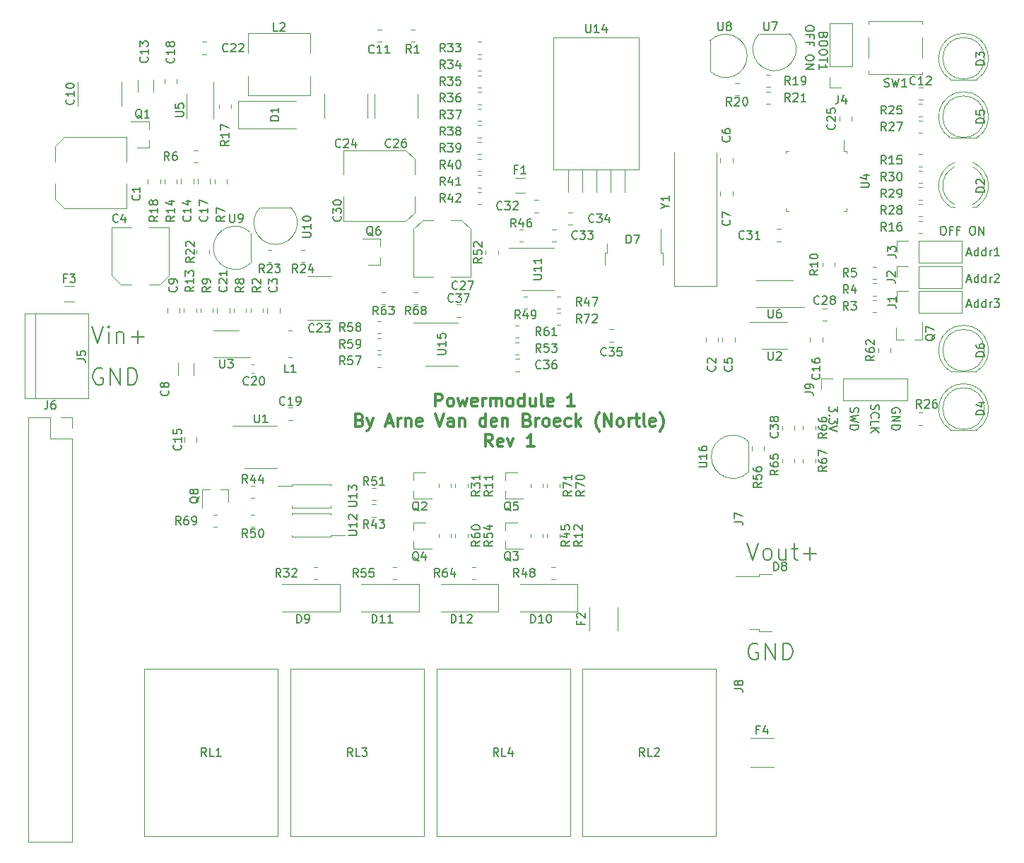
<source format=gbr>
%TF.GenerationSoftware,KiCad,Pcbnew,(5.99.0-9568-gb9d26a55f2)*%
%TF.CreationDate,2021-03-23T11:57:40+01:00*%
%TF.ProjectId,PowerBoard 1,506f7765-7242-46f6-9172-6420312e6b69,rev?*%
%TF.SameCoordinates,Original*%
%TF.FileFunction,Legend,Top*%
%TF.FilePolarity,Positive*%
%FSLAX46Y46*%
G04 Gerber Fmt 4.6, Leading zero omitted, Abs format (unit mm)*
G04 Created by KiCad (PCBNEW (5.99.0-9568-gb9d26a55f2)) date 2021-03-23 11:57:40*
%MOMM*%
%LPD*%
G01*
G04 APERTURE LIST*
%ADD10C,0.150000*%
%ADD11C,0.300000*%
%ADD12C,0.120000*%
G04 APERTURE END LIST*
D10*
X157595238Y-61809523D02*
X157547619Y-61952380D01*
X157547619Y-62190476D01*
X157595238Y-62285714D01*
X157642857Y-62333333D01*
X157738095Y-62380952D01*
X157833333Y-62380952D01*
X157928571Y-62333333D01*
X157976190Y-62285714D01*
X158023809Y-62190476D01*
X158071428Y-62000000D01*
X158119047Y-61904761D01*
X158166666Y-61857142D01*
X158261904Y-61809523D01*
X158357142Y-61809523D01*
X158452380Y-61857142D01*
X158500000Y-61904761D01*
X158547619Y-62000000D01*
X158547619Y-62238095D01*
X158500000Y-62380952D01*
X157642857Y-63380952D02*
X157595238Y-63333333D01*
X157547619Y-63190476D01*
X157547619Y-63095238D01*
X157595238Y-62952380D01*
X157690476Y-62857142D01*
X157785714Y-62809523D01*
X157976190Y-62761904D01*
X158119047Y-62761904D01*
X158309523Y-62809523D01*
X158404761Y-62857142D01*
X158500000Y-62952380D01*
X158547619Y-63095238D01*
X158547619Y-63190476D01*
X158500000Y-63333333D01*
X158452380Y-63380952D01*
X157547619Y-64285714D02*
X157547619Y-63809523D01*
X158547619Y-63809523D01*
X157547619Y-64619047D02*
X158547619Y-64619047D01*
X157547619Y-65190476D02*
X158119047Y-64761904D01*
X158547619Y-65190476D02*
X157976190Y-64619047D01*
X155095238Y-62142857D02*
X155047619Y-62285714D01*
X155047619Y-62523809D01*
X155095238Y-62619047D01*
X155142857Y-62666666D01*
X155238095Y-62714285D01*
X155333333Y-62714285D01*
X155428571Y-62666666D01*
X155476190Y-62619047D01*
X155523809Y-62523809D01*
X155571428Y-62333333D01*
X155619047Y-62238095D01*
X155666666Y-62190476D01*
X155761904Y-62142857D01*
X155857142Y-62142857D01*
X155952380Y-62190476D01*
X156000000Y-62238095D01*
X156047619Y-62333333D01*
X156047619Y-62571428D01*
X156000000Y-62714285D01*
X156047619Y-63047619D02*
X155047619Y-63285714D01*
X155761904Y-63476190D01*
X155047619Y-63666666D01*
X156047619Y-63904761D01*
X155047619Y-64285714D02*
X156047619Y-64285714D01*
X156047619Y-64523809D01*
X156000000Y-64666666D01*
X155904761Y-64761904D01*
X155809523Y-64809523D01*
X155619047Y-64857142D01*
X155476190Y-64857142D01*
X155285714Y-64809523D01*
X155190476Y-64761904D01*
X155095238Y-64666666D01*
X155047619Y-64523809D01*
X155047619Y-64285714D01*
X143976190Y-90500000D02*
X143785714Y-90404761D01*
X143500000Y-90404761D01*
X143214285Y-90500000D01*
X143023809Y-90690476D01*
X142928571Y-90880952D01*
X142833333Y-91261904D01*
X142833333Y-91547619D01*
X142928571Y-91928571D01*
X143023809Y-92119047D01*
X143214285Y-92309523D01*
X143500000Y-92404761D01*
X143690476Y-92404761D01*
X143976190Y-92309523D01*
X144071428Y-92214285D01*
X144071428Y-91547619D01*
X143690476Y-91547619D01*
X144928571Y-92404761D02*
X144928571Y-90404761D01*
X146071428Y-92404761D01*
X146071428Y-90404761D01*
X147023809Y-92404761D02*
X147023809Y-90404761D01*
X147500000Y-90404761D01*
X147785714Y-90500000D01*
X147976190Y-90690476D01*
X148071428Y-90880952D01*
X148166666Y-91261904D01*
X148166666Y-91547619D01*
X148071428Y-91928571D01*
X147976190Y-92119047D01*
X147785714Y-92309523D01*
X147500000Y-92404761D01*
X147023809Y-92404761D01*
X64214285Y-52404761D02*
X64880952Y-54404761D01*
X65547619Y-52404761D01*
X66214285Y-54404761D02*
X66214285Y-53071428D01*
X66214285Y-52404761D02*
X66119047Y-52500000D01*
X66214285Y-52595238D01*
X66309523Y-52500000D01*
X66214285Y-52404761D01*
X66214285Y-52595238D01*
X67166666Y-53071428D02*
X67166666Y-54404761D01*
X67166666Y-53261904D02*
X67261904Y-53166666D01*
X67452380Y-53071428D01*
X67738095Y-53071428D01*
X67928571Y-53166666D01*
X68023809Y-53357142D01*
X68023809Y-54404761D01*
X68976190Y-53642857D02*
X70500000Y-53642857D01*
X69738095Y-54404761D02*
X69738095Y-52880952D01*
X169071428Y-43666666D02*
X169547619Y-43666666D01*
X168976190Y-43952380D02*
X169309523Y-42952380D01*
X169642857Y-43952380D01*
X170404761Y-43952380D02*
X170404761Y-42952380D01*
X170404761Y-43904761D02*
X170309523Y-43952380D01*
X170119047Y-43952380D01*
X170023809Y-43904761D01*
X169976190Y-43857142D01*
X169928571Y-43761904D01*
X169928571Y-43476190D01*
X169976190Y-43380952D01*
X170023809Y-43333333D01*
X170119047Y-43285714D01*
X170309523Y-43285714D01*
X170404761Y-43333333D01*
X171309523Y-43952380D02*
X171309523Y-42952380D01*
X171309523Y-43904761D02*
X171214285Y-43952380D01*
X171023809Y-43952380D01*
X170928571Y-43904761D01*
X170880952Y-43857142D01*
X170833333Y-43761904D01*
X170833333Y-43476190D01*
X170880952Y-43380952D01*
X170928571Y-43333333D01*
X171023809Y-43285714D01*
X171214285Y-43285714D01*
X171309523Y-43333333D01*
X171785714Y-43952380D02*
X171785714Y-43285714D01*
X171785714Y-43476190D02*
X171833333Y-43380952D01*
X171880952Y-43333333D01*
X171976190Y-43285714D01*
X172071428Y-43285714D01*
X172928571Y-43952380D02*
X172357142Y-43952380D01*
X172642857Y-43952380D02*
X172642857Y-42952380D01*
X172547619Y-43095238D01*
X172452380Y-43190476D01*
X172357142Y-43238095D01*
X169071428Y-46861666D02*
X169547619Y-46861666D01*
X168976190Y-47147380D02*
X169309523Y-46147380D01*
X169642857Y-47147380D01*
X170404761Y-47147380D02*
X170404761Y-46147380D01*
X170404761Y-47099761D02*
X170309523Y-47147380D01*
X170119047Y-47147380D01*
X170023809Y-47099761D01*
X169976190Y-47052142D01*
X169928571Y-46956904D01*
X169928571Y-46671190D01*
X169976190Y-46575952D01*
X170023809Y-46528333D01*
X170119047Y-46480714D01*
X170309523Y-46480714D01*
X170404761Y-46528333D01*
X171309523Y-47147380D02*
X171309523Y-46147380D01*
X171309523Y-47099761D02*
X171214285Y-47147380D01*
X171023809Y-47147380D01*
X170928571Y-47099761D01*
X170880952Y-47052142D01*
X170833333Y-46956904D01*
X170833333Y-46671190D01*
X170880952Y-46575952D01*
X170928571Y-46528333D01*
X171023809Y-46480714D01*
X171214285Y-46480714D01*
X171309523Y-46528333D01*
X171785714Y-47147380D02*
X171785714Y-46480714D01*
X171785714Y-46671190D02*
X171833333Y-46575952D01*
X171880952Y-46528333D01*
X171976190Y-46480714D01*
X172071428Y-46480714D01*
X172357142Y-46242619D02*
X172404761Y-46195000D01*
X172500000Y-46147380D01*
X172738095Y-46147380D01*
X172833333Y-46195000D01*
X172880952Y-46242619D01*
X172928571Y-46337857D01*
X172928571Y-46433095D01*
X172880952Y-46575952D01*
X172309523Y-47147380D01*
X172928571Y-47147380D01*
X65476190Y-57500000D02*
X65285714Y-57404761D01*
X65000000Y-57404761D01*
X64714285Y-57500000D01*
X64523809Y-57690476D01*
X64428571Y-57880952D01*
X64333333Y-58261904D01*
X64333333Y-58547619D01*
X64428571Y-58928571D01*
X64523809Y-59119047D01*
X64714285Y-59309523D01*
X65000000Y-59404761D01*
X65190476Y-59404761D01*
X65476190Y-59309523D01*
X65571428Y-59214285D01*
X65571428Y-58547619D01*
X65190476Y-58547619D01*
X66428571Y-59404761D02*
X66428571Y-57404761D01*
X67571428Y-59404761D01*
X67571428Y-57404761D01*
X68523809Y-59404761D02*
X68523809Y-57404761D01*
X69000000Y-57404761D01*
X69285714Y-57500000D01*
X69476190Y-57690476D01*
X69571428Y-57880952D01*
X69666666Y-58261904D01*
X69666666Y-58547619D01*
X69571428Y-58928571D01*
X69476190Y-59119047D01*
X69285714Y-59309523D01*
X69000000Y-59404761D01*
X68523809Y-59404761D01*
X161000000Y-62738095D02*
X161047619Y-62642857D01*
X161047619Y-62500000D01*
X161000000Y-62357142D01*
X160904761Y-62261904D01*
X160809523Y-62214285D01*
X160619047Y-62166666D01*
X160476190Y-62166666D01*
X160285714Y-62214285D01*
X160190476Y-62261904D01*
X160095238Y-62357142D01*
X160047619Y-62500000D01*
X160047619Y-62595238D01*
X160095238Y-62738095D01*
X160142857Y-62785714D01*
X160476190Y-62785714D01*
X160476190Y-62595238D01*
X160047619Y-63214285D02*
X161047619Y-63214285D01*
X160047619Y-63785714D01*
X161047619Y-63785714D01*
X160047619Y-64261904D02*
X161047619Y-64261904D01*
X161047619Y-64500000D01*
X161000000Y-64642857D01*
X160904761Y-64738095D01*
X160809523Y-64785714D01*
X160619047Y-64833333D01*
X160476190Y-64833333D01*
X160285714Y-64785714D01*
X160190476Y-64738095D01*
X160095238Y-64642857D01*
X160047619Y-64500000D01*
X160047619Y-64261904D01*
X142714285Y-78404761D02*
X143380952Y-80404761D01*
X144047619Y-78404761D01*
X145000000Y-80404761D02*
X144809523Y-80309523D01*
X144714285Y-80214285D01*
X144619047Y-80023809D01*
X144619047Y-79452380D01*
X144714285Y-79261904D01*
X144809523Y-79166666D01*
X145000000Y-79071428D01*
X145285714Y-79071428D01*
X145476190Y-79166666D01*
X145571428Y-79261904D01*
X145666666Y-79452380D01*
X145666666Y-80023809D01*
X145571428Y-80214285D01*
X145476190Y-80309523D01*
X145285714Y-80404761D01*
X145000000Y-80404761D01*
X147380952Y-79071428D02*
X147380952Y-80404761D01*
X146523809Y-79071428D02*
X146523809Y-80119047D01*
X146619047Y-80309523D01*
X146809523Y-80404761D01*
X147095238Y-80404761D01*
X147285714Y-80309523D01*
X147380952Y-80214285D01*
X148047619Y-79071428D02*
X148809523Y-79071428D01*
X148333333Y-78404761D02*
X148333333Y-80119047D01*
X148428571Y-80309523D01*
X148619047Y-80404761D01*
X148809523Y-80404761D01*
X149476190Y-79642857D02*
X151000000Y-79642857D01*
X150238095Y-80404761D02*
X150238095Y-78880952D01*
X151876428Y-17547619D02*
X151828809Y-17690476D01*
X151781190Y-17738095D01*
X151685952Y-17785714D01*
X151543095Y-17785714D01*
X151447857Y-17738095D01*
X151400238Y-17690476D01*
X151352619Y-17595238D01*
X151352619Y-17214285D01*
X152352619Y-17214285D01*
X152352619Y-17547619D01*
X152305000Y-17642857D01*
X152257380Y-17690476D01*
X152162142Y-17738095D01*
X152066904Y-17738095D01*
X151971666Y-17690476D01*
X151924047Y-17642857D01*
X151876428Y-17547619D01*
X151876428Y-17214285D01*
X152352619Y-18404761D02*
X152352619Y-18595238D01*
X152305000Y-18690476D01*
X152209761Y-18785714D01*
X152019285Y-18833333D01*
X151685952Y-18833333D01*
X151495476Y-18785714D01*
X151400238Y-18690476D01*
X151352619Y-18595238D01*
X151352619Y-18404761D01*
X151400238Y-18309523D01*
X151495476Y-18214285D01*
X151685952Y-18166666D01*
X152019285Y-18166666D01*
X152209761Y-18214285D01*
X152305000Y-18309523D01*
X152352619Y-18404761D01*
X152352619Y-19452380D02*
X152352619Y-19642857D01*
X152305000Y-19738095D01*
X152209761Y-19833333D01*
X152019285Y-19880952D01*
X151685952Y-19880952D01*
X151495476Y-19833333D01*
X151400238Y-19738095D01*
X151352619Y-19642857D01*
X151352619Y-19452380D01*
X151400238Y-19357142D01*
X151495476Y-19261904D01*
X151685952Y-19214285D01*
X152019285Y-19214285D01*
X152209761Y-19261904D01*
X152305000Y-19357142D01*
X152352619Y-19452380D01*
X152352619Y-20166666D02*
X152352619Y-20738095D01*
X151352619Y-20452380D02*
X152352619Y-20452380D01*
X151352619Y-21595238D02*
X151352619Y-21023809D01*
X151352619Y-21309523D02*
X152352619Y-21309523D01*
X152209761Y-21214285D01*
X152114523Y-21119047D01*
X152066904Y-21023809D01*
X150742619Y-16619047D02*
X150742619Y-16809523D01*
X150695000Y-16904761D01*
X150599761Y-17000000D01*
X150409285Y-17047619D01*
X150075952Y-17047619D01*
X149885476Y-17000000D01*
X149790238Y-16904761D01*
X149742619Y-16809523D01*
X149742619Y-16619047D01*
X149790238Y-16523809D01*
X149885476Y-16428571D01*
X150075952Y-16380952D01*
X150409285Y-16380952D01*
X150599761Y-16428571D01*
X150695000Y-16523809D01*
X150742619Y-16619047D01*
X150266428Y-17809523D02*
X150266428Y-17476190D01*
X149742619Y-17476190D02*
X150742619Y-17476190D01*
X150742619Y-17952380D01*
X150266428Y-18666666D02*
X150266428Y-18333333D01*
X149742619Y-18333333D02*
X150742619Y-18333333D01*
X150742619Y-18809523D01*
X150742619Y-20142857D02*
X150742619Y-20333333D01*
X150695000Y-20428571D01*
X150599761Y-20523809D01*
X150409285Y-20571428D01*
X150075952Y-20571428D01*
X149885476Y-20523809D01*
X149790238Y-20428571D01*
X149742619Y-20333333D01*
X149742619Y-20142857D01*
X149790238Y-20047619D01*
X149885476Y-19952380D01*
X150075952Y-19904761D01*
X150409285Y-19904761D01*
X150599761Y-19952380D01*
X150695000Y-20047619D01*
X150742619Y-20142857D01*
X149742619Y-21000000D02*
X150742619Y-21000000D01*
X149742619Y-21571428D01*
X150742619Y-21571428D01*
X166119047Y-40452380D02*
X166309523Y-40452380D01*
X166404761Y-40500000D01*
X166500000Y-40595238D01*
X166547619Y-40785714D01*
X166547619Y-41119047D01*
X166500000Y-41309523D01*
X166404761Y-41404761D01*
X166309523Y-41452380D01*
X166119047Y-41452380D01*
X166023809Y-41404761D01*
X165928571Y-41309523D01*
X165880952Y-41119047D01*
X165880952Y-40785714D01*
X165928571Y-40595238D01*
X166023809Y-40500000D01*
X166119047Y-40452380D01*
X167309523Y-40928571D02*
X166976190Y-40928571D01*
X166976190Y-41452380D02*
X166976190Y-40452380D01*
X167452380Y-40452380D01*
X168166666Y-40928571D02*
X167833333Y-40928571D01*
X167833333Y-41452380D02*
X167833333Y-40452380D01*
X168309523Y-40452380D01*
X169642857Y-40452380D02*
X169833333Y-40452380D01*
X169928571Y-40500000D01*
X170023809Y-40595238D01*
X170071428Y-40785714D01*
X170071428Y-41119047D01*
X170023809Y-41309523D01*
X169928571Y-41404761D01*
X169833333Y-41452380D01*
X169642857Y-41452380D01*
X169547619Y-41404761D01*
X169452380Y-41309523D01*
X169404761Y-41119047D01*
X169404761Y-40785714D01*
X169452380Y-40595238D01*
X169547619Y-40500000D01*
X169642857Y-40452380D01*
X170500000Y-41452380D02*
X170500000Y-40452380D01*
X171071428Y-41452380D01*
X171071428Y-40452380D01*
X169071428Y-49861666D02*
X169547619Y-49861666D01*
X168976190Y-50147380D02*
X169309523Y-49147380D01*
X169642857Y-50147380D01*
X170404761Y-50147380D02*
X170404761Y-49147380D01*
X170404761Y-50099761D02*
X170309523Y-50147380D01*
X170119047Y-50147380D01*
X170023809Y-50099761D01*
X169976190Y-50052142D01*
X169928571Y-49956904D01*
X169928571Y-49671190D01*
X169976190Y-49575952D01*
X170023809Y-49528333D01*
X170119047Y-49480714D01*
X170309523Y-49480714D01*
X170404761Y-49528333D01*
X171309523Y-50147380D02*
X171309523Y-49147380D01*
X171309523Y-50099761D02*
X171214285Y-50147380D01*
X171023809Y-50147380D01*
X170928571Y-50099761D01*
X170880952Y-50052142D01*
X170833333Y-49956904D01*
X170833333Y-49671190D01*
X170880952Y-49575952D01*
X170928571Y-49528333D01*
X171023809Y-49480714D01*
X171214285Y-49480714D01*
X171309523Y-49528333D01*
X171785714Y-50147380D02*
X171785714Y-49480714D01*
X171785714Y-49671190D02*
X171833333Y-49575952D01*
X171880952Y-49528333D01*
X171976190Y-49480714D01*
X172071428Y-49480714D01*
X172309523Y-49147380D02*
X172928571Y-49147380D01*
X172595238Y-49528333D01*
X172738095Y-49528333D01*
X172833333Y-49575952D01*
X172880952Y-49623571D01*
X172928571Y-49718809D01*
X172928571Y-49956904D01*
X172880952Y-50052142D01*
X172833333Y-50099761D01*
X172738095Y-50147380D01*
X172452380Y-50147380D01*
X172357142Y-50099761D01*
X172309523Y-50052142D01*
X153547619Y-62023809D02*
X153547619Y-62642857D01*
X153166666Y-62309523D01*
X153166666Y-62452380D01*
X153119047Y-62547619D01*
X153071428Y-62595238D01*
X152976190Y-62642857D01*
X152738095Y-62642857D01*
X152642857Y-62595238D01*
X152595238Y-62547619D01*
X152547619Y-62452380D01*
X152547619Y-62166666D01*
X152595238Y-62071428D01*
X152642857Y-62023809D01*
X152642857Y-63071428D02*
X152595238Y-63119047D01*
X152547619Y-63071428D01*
X152595238Y-63023809D01*
X152642857Y-63071428D01*
X152547619Y-63071428D01*
X153547619Y-63452380D02*
X153547619Y-64071428D01*
X153166666Y-63738095D01*
X153166666Y-63880952D01*
X153119047Y-63976190D01*
X153071428Y-64023809D01*
X152976190Y-64071428D01*
X152738095Y-64071428D01*
X152642857Y-64023809D01*
X152595238Y-63976190D01*
X152547619Y-63880952D01*
X152547619Y-63595238D01*
X152595238Y-63500000D01*
X152642857Y-63452380D01*
X153547619Y-64357142D02*
X152547619Y-64690476D01*
X153547619Y-65023809D01*
D11*
X105357142Y-62013571D02*
X105357142Y-60513571D01*
X105928571Y-60513571D01*
X106071428Y-60585000D01*
X106142857Y-60656428D01*
X106214285Y-60799285D01*
X106214285Y-61013571D01*
X106142857Y-61156428D01*
X106071428Y-61227857D01*
X105928571Y-61299285D01*
X105357142Y-61299285D01*
X107071428Y-62013571D02*
X106928571Y-61942142D01*
X106857142Y-61870714D01*
X106785714Y-61727857D01*
X106785714Y-61299285D01*
X106857142Y-61156428D01*
X106928571Y-61085000D01*
X107071428Y-61013571D01*
X107285714Y-61013571D01*
X107428571Y-61085000D01*
X107500000Y-61156428D01*
X107571428Y-61299285D01*
X107571428Y-61727857D01*
X107500000Y-61870714D01*
X107428571Y-61942142D01*
X107285714Y-62013571D01*
X107071428Y-62013571D01*
X108071428Y-61013571D02*
X108357142Y-62013571D01*
X108642857Y-61299285D01*
X108928571Y-62013571D01*
X109214285Y-61013571D01*
X110357142Y-61942142D02*
X110214285Y-62013571D01*
X109928571Y-62013571D01*
X109785714Y-61942142D01*
X109714285Y-61799285D01*
X109714285Y-61227857D01*
X109785714Y-61085000D01*
X109928571Y-61013571D01*
X110214285Y-61013571D01*
X110357142Y-61085000D01*
X110428571Y-61227857D01*
X110428571Y-61370714D01*
X109714285Y-61513571D01*
X111071428Y-62013571D02*
X111071428Y-61013571D01*
X111071428Y-61299285D02*
X111142857Y-61156428D01*
X111214285Y-61085000D01*
X111357142Y-61013571D01*
X111500000Y-61013571D01*
X112000000Y-62013571D02*
X112000000Y-61013571D01*
X112000000Y-61156428D02*
X112071428Y-61085000D01*
X112214285Y-61013571D01*
X112428571Y-61013571D01*
X112571428Y-61085000D01*
X112642857Y-61227857D01*
X112642857Y-62013571D01*
X112642857Y-61227857D02*
X112714285Y-61085000D01*
X112857142Y-61013571D01*
X113071428Y-61013571D01*
X113214285Y-61085000D01*
X113285714Y-61227857D01*
X113285714Y-62013571D01*
X114214285Y-62013571D02*
X114071428Y-61942142D01*
X114000000Y-61870714D01*
X113928571Y-61727857D01*
X113928571Y-61299285D01*
X114000000Y-61156428D01*
X114071428Y-61085000D01*
X114214285Y-61013571D01*
X114428571Y-61013571D01*
X114571428Y-61085000D01*
X114642857Y-61156428D01*
X114714285Y-61299285D01*
X114714285Y-61727857D01*
X114642857Y-61870714D01*
X114571428Y-61942142D01*
X114428571Y-62013571D01*
X114214285Y-62013571D01*
X116000000Y-62013571D02*
X116000000Y-60513571D01*
X116000000Y-61942142D02*
X115857142Y-62013571D01*
X115571428Y-62013571D01*
X115428571Y-61942142D01*
X115357142Y-61870714D01*
X115285714Y-61727857D01*
X115285714Y-61299285D01*
X115357142Y-61156428D01*
X115428571Y-61085000D01*
X115571428Y-61013571D01*
X115857142Y-61013571D01*
X116000000Y-61085000D01*
X117357142Y-61013571D02*
X117357142Y-62013571D01*
X116714285Y-61013571D02*
X116714285Y-61799285D01*
X116785714Y-61942142D01*
X116928571Y-62013571D01*
X117142857Y-62013571D01*
X117285714Y-61942142D01*
X117357142Y-61870714D01*
X118285714Y-62013571D02*
X118142857Y-61942142D01*
X118071428Y-61799285D01*
X118071428Y-60513571D01*
X119428571Y-61942142D02*
X119285714Y-62013571D01*
X119000000Y-62013571D01*
X118857142Y-61942142D01*
X118785714Y-61799285D01*
X118785714Y-61227857D01*
X118857142Y-61085000D01*
X119000000Y-61013571D01*
X119285714Y-61013571D01*
X119428571Y-61085000D01*
X119500000Y-61227857D01*
X119500000Y-61370714D01*
X118785714Y-61513571D01*
X122071428Y-62013571D02*
X121214285Y-62013571D01*
X121642857Y-62013571D02*
X121642857Y-60513571D01*
X121500000Y-60727857D01*
X121357142Y-60870714D01*
X121214285Y-60942142D01*
X96321428Y-63642857D02*
X96535714Y-63714285D01*
X96607142Y-63785714D01*
X96678571Y-63928571D01*
X96678571Y-64142857D01*
X96607142Y-64285714D01*
X96535714Y-64357142D01*
X96392857Y-64428571D01*
X95821428Y-64428571D01*
X95821428Y-62928571D01*
X96321428Y-62928571D01*
X96464285Y-63000000D01*
X96535714Y-63071428D01*
X96607142Y-63214285D01*
X96607142Y-63357142D01*
X96535714Y-63500000D01*
X96464285Y-63571428D01*
X96321428Y-63642857D01*
X95821428Y-63642857D01*
X97178571Y-63428571D02*
X97535714Y-64428571D01*
X97892857Y-63428571D02*
X97535714Y-64428571D01*
X97392857Y-64785714D01*
X97321428Y-64857142D01*
X97178571Y-64928571D01*
X99535714Y-64000000D02*
X100249999Y-64000000D01*
X99392857Y-64428571D02*
X99892857Y-62928571D01*
X100392857Y-64428571D01*
X100892857Y-64428571D02*
X100892857Y-63428571D01*
X100892857Y-63714285D02*
X100964285Y-63571428D01*
X101035714Y-63500000D01*
X101178571Y-63428571D01*
X101321428Y-63428571D01*
X101821428Y-63428571D02*
X101821428Y-64428571D01*
X101821428Y-63571428D02*
X101892857Y-63500000D01*
X102035714Y-63428571D01*
X102249999Y-63428571D01*
X102392857Y-63500000D01*
X102464285Y-63642857D01*
X102464285Y-64428571D01*
X103749999Y-64357142D02*
X103607142Y-64428571D01*
X103321428Y-64428571D01*
X103178571Y-64357142D01*
X103107142Y-64214285D01*
X103107142Y-63642857D01*
X103178571Y-63500000D01*
X103321428Y-63428571D01*
X103607142Y-63428571D01*
X103749999Y-63500000D01*
X103821428Y-63642857D01*
X103821428Y-63785714D01*
X103107142Y-63928571D01*
X105392857Y-62928571D02*
X105892857Y-64428571D01*
X106392857Y-62928571D01*
X107535714Y-64428571D02*
X107535714Y-63642857D01*
X107464285Y-63500000D01*
X107321428Y-63428571D01*
X107035714Y-63428571D01*
X106892857Y-63500000D01*
X107535714Y-64357142D02*
X107392857Y-64428571D01*
X107035714Y-64428571D01*
X106892857Y-64357142D01*
X106821428Y-64214285D01*
X106821428Y-64071428D01*
X106892857Y-63928571D01*
X107035714Y-63857142D01*
X107392857Y-63857142D01*
X107535714Y-63785714D01*
X108249999Y-63428571D02*
X108249999Y-64428571D01*
X108249999Y-63571428D02*
X108321428Y-63500000D01*
X108464285Y-63428571D01*
X108678571Y-63428571D01*
X108821428Y-63500000D01*
X108892857Y-63642857D01*
X108892857Y-64428571D01*
X111392857Y-64428571D02*
X111392857Y-62928571D01*
X111392857Y-64357142D02*
X111249999Y-64428571D01*
X110964285Y-64428571D01*
X110821428Y-64357142D01*
X110749999Y-64285714D01*
X110678571Y-64142857D01*
X110678571Y-63714285D01*
X110749999Y-63571428D01*
X110821428Y-63500000D01*
X110964285Y-63428571D01*
X111249999Y-63428571D01*
X111392857Y-63500000D01*
X112678571Y-64357142D02*
X112535714Y-64428571D01*
X112249999Y-64428571D01*
X112107142Y-64357142D01*
X112035714Y-64214285D01*
X112035714Y-63642857D01*
X112107142Y-63500000D01*
X112249999Y-63428571D01*
X112535714Y-63428571D01*
X112678571Y-63500000D01*
X112749999Y-63642857D01*
X112749999Y-63785714D01*
X112035714Y-63928571D01*
X113392857Y-63428571D02*
X113392857Y-64428571D01*
X113392857Y-63571428D02*
X113464285Y-63500000D01*
X113607142Y-63428571D01*
X113821428Y-63428571D01*
X113964285Y-63500000D01*
X114035714Y-63642857D01*
X114035714Y-64428571D01*
X116392857Y-63642857D02*
X116607142Y-63714285D01*
X116678571Y-63785714D01*
X116749999Y-63928571D01*
X116749999Y-64142857D01*
X116678571Y-64285714D01*
X116607142Y-64357142D01*
X116464285Y-64428571D01*
X115892857Y-64428571D01*
X115892857Y-62928571D01*
X116392857Y-62928571D01*
X116535714Y-63000000D01*
X116607142Y-63071428D01*
X116678571Y-63214285D01*
X116678571Y-63357142D01*
X116607142Y-63500000D01*
X116535714Y-63571428D01*
X116392857Y-63642857D01*
X115892857Y-63642857D01*
X117392857Y-64428571D02*
X117392857Y-63428571D01*
X117392857Y-63714285D02*
X117464285Y-63571428D01*
X117535714Y-63500000D01*
X117678571Y-63428571D01*
X117821428Y-63428571D01*
X118535714Y-64428571D02*
X118392857Y-64357142D01*
X118321428Y-64285714D01*
X118249999Y-64142857D01*
X118249999Y-63714285D01*
X118321428Y-63571428D01*
X118392857Y-63500000D01*
X118535714Y-63428571D01*
X118749999Y-63428571D01*
X118892857Y-63500000D01*
X118964285Y-63571428D01*
X119035714Y-63714285D01*
X119035714Y-64142857D01*
X118964285Y-64285714D01*
X118892857Y-64357142D01*
X118749999Y-64428571D01*
X118535714Y-64428571D01*
X120249999Y-64357142D02*
X120107142Y-64428571D01*
X119821428Y-64428571D01*
X119678571Y-64357142D01*
X119607142Y-64214285D01*
X119607142Y-63642857D01*
X119678571Y-63500000D01*
X119821428Y-63428571D01*
X120107142Y-63428571D01*
X120249999Y-63500000D01*
X120321428Y-63642857D01*
X120321428Y-63785714D01*
X119607142Y-63928571D01*
X121607142Y-64357142D02*
X121464285Y-64428571D01*
X121178571Y-64428571D01*
X121035714Y-64357142D01*
X120964285Y-64285714D01*
X120892857Y-64142857D01*
X120892857Y-63714285D01*
X120964285Y-63571428D01*
X121035714Y-63500000D01*
X121178571Y-63428571D01*
X121464285Y-63428571D01*
X121607142Y-63500000D01*
X122250000Y-64428571D02*
X122250000Y-62928571D01*
X122392857Y-63857142D02*
X122821428Y-64428571D01*
X122821428Y-63428571D02*
X122250000Y-64000000D01*
X125035714Y-65000000D02*
X124964285Y-64928571D01*
X124821428Y-64714285D01*
X124749999Y-64571428D01*
X124678571Y-64357142D01*
X124607142Y-64000000D01*
X124607142Y-63714285D01*
X124678571Y-63357142D01*
X124749999Y-63142857D01*
X124821428Y-63000000D01*
X124964285Y-62785714D01*
X125035714Y-62714285D01*
X125607142Y-64428571D02*
X125607142Y-62928571D01*
X126464285Y-64428571D01*
X126464285Y-62928571D01*
X127392857Y-64428571D02*
X127249999Y-64357142D01*
X127178571Y-64285714D01*
X127107142Y-64142857D01*
X127107142Y-63714285D01*
X127178571Y-63571428D01*
X127249999Y-63500000D01*
X127392857Y-63428571D01*
X127607142Y-63428571D01*
X127749999Y-63500000D01*
X127821428Y-63571428D01*
X127892857Y-63714285D01*
X127892857Y-64142857D01*
X127821428Y-64285714D01*
X127749999Y-64357142D01*
X127607142Y-64428571D01*
X127392857Y-64428571D01*
X128535714Y-64428571D02*
X128535714Y-63428571D01*
X128535714Y-63714285D02*
X128607142Y-63571428D01*
X128678571Y-63500000D01*
X128821428Y-63428571D01*
X128964285Y-63428571D01*
X129249999Y-63428571D02*
X129821428Y-63428571D01*
X129464285Y-62928571D02*
X129464285Y-64214285D01*
X129535714Y-64357142D01*
X129678571Y-64428571D01*
X129821428Y-64428571D01*
X130535714Y-64428571D02*
X130392857Y-64357142D01*
X130321428Y-64214285D01*
X130321428Y-62928571D01*
X131678571Y-64357142D02*
X131535714Y-64428571D01*
X131249999Y-64428571D01*
X131107142Y-64357142D01*
X131035714Y-64214285D01*
X131035714Y-63642857D01*
X131107142Y-63500000D01*
X131249999Y-63428571D01*
X131535714Y-63428571D01*
X131678571Y-63500000D01*
X131749999Y-63642857D01*
X131749999Y-63785714D01*
X131035714Y-63928571D01*
X132249999Y-65000000D02*
X132321428Y-64928571D01*
X132464285Y-64714285D01*
X132535714Y-64571428D01*
X132607142Y-64357142D01*
X132678571Y-64000000D01*
X132678571Y-63714285D01*
X132607142Y-63357142D01*
X132535714Y-63142857D01*
X132464285Y-63000000D01*
X132321428Y-62785714D01*
X132249999Y-62714285D01*
X112214285Y-66843571D02*
X111714285Y-66129285D01*
X111357142Y-66843571D02*
X111357142Y-65343571D01*
X111928571Y-65343571D01*
X112071428Y-65415000D01*
X112142857Y-65486428D01*
X112214285Y-65629285D01*
X112214285Y-65843571D01*
X112142857Y-65986428D01*
X112071428Y-66057857D01*
X111928571Y-66129285D01*
X111357142Y-66129285D01*
X113428571Y-66772142D02*
X113285714Y-66843571D01*
X113000000Y-66843571D01*
X112857142Y-66772142D01*
X112785714Y-66629285D01*
X112785714Y-66057857D01*
X112857142Y-65915000D01*
X113000000Y-65843571D01*
X113285714Y-65843571D01*
X113428571Y-65915000D01*
X113500000Y-66057857D01*
X113500000Y-66200714D01*
X112785714Y-66343571D01*
X114000000Y-65843571D02*
X114357142Y-66843571D01*
X114714285Y-65843571D01*
X117214285Y-66843571D02*
X116357142Y-66843571D01*
X116785714Y-66843571D02*
X116785714Y-65343571D01*
X116642857Y-65557857D01*
X116500000Y-65700714D01*
X116357142Y-65772142D01*
D10*
%TO.C,R40*%
X106507142Y-33502380D02*
X106173809Y-33026190D01*
X105935714Y-33502380D02*
X105935714Y-32502380D01*
X106316666Y-32502380D01*
X106411904Y-32550000D01*
X106459523Y-32597619D01*
X106507142Y-32692857D01*
X106507142Y-32835714D01*
X106459523Y-32930952D01*
X106411904Y-32978571D01*
X106316666Y-33026190D01*
X105935714Y-33026190D01*
X107364285Y-32835714D02*
X107364285Y-33502380D01*
X107126190Y-32454761D02*
X106888095Y-33169047D01*
X107507142Y-33169047D01*
X108078571Y-32502380D02*
X108173809Y-32502380D01*
X108269047Y-32550000D01*
X108316666Y-32597619D01*
X108364285Y-32692857D01*
X108411904Y-32883333D01*
X108411904Y-33121428D01*
X108364285Y-33311904D01*
X108316666Y-33407142D01*
X108269047Y-33454761D01*
X108173809Y-33502380D01*
X108078571Y-33502380D01*
X107983333Y-33454761D01*
X107935714Y-33407142D01*
X107888095Y-33311904D01*
X107840476Y-33121428D01*
X107840476Y-32883333D01*
X107888095Y-32692857D01*
X107935714Y-32597619D01*
X107983333Y-32550000D01*
X108078571Y-32502380D01*
%TO.C,R66*%
X152252380Y-65192857D02*
X151776190Y-65526190D01*
X152252380Y-65764285D02*
X151252380Y-65764285D01*
X151252380Y-65383333D01*
X151300000Y-65288095D01*
X151347619Y-65240476D01*
X151442857Y-65192857D01*
X151585714Y-65192857D01*
X151680952Y-65240476D01*
X151728571Y-65288095D01*
X151776190Y-65383333D01*
X151776190Y-65764285D01*
X151252380Y-64335714D02*
X151252380Y-64526190D01*
X151300000Y-64621428D01*
X151347619Y-64669047D01*
X151490476Y-64764285D01*
X151680952Y-64811904D01*
X152061904Y-64811904D01*
X152157142Y-64764285D01*
X152204761Y-64716666D01*
X152252380Y-64621428D01*
X152252380Y-64430952D01*
X152204761Y-64335714D01*
X152157142Y-64288095D01*
X152061904Y-64240476D01*
X151823809Y-64240476D01*
X151728571Y-64288095D01*
X151680952Y-64335714D01*
X151633333Y-64430952D01*
X151633333Y-64621428D01*
X151680952Y-64716666D01*
X151728571Y-64764285D01*
X151823809Y-64811904D01*
X151252380Y-63383333D02*
X151252380Y-63573809D01*
X151300000Y-63669047D01*
X151347619Y-63716666D01*
X151490476Y-63811904D01*
X151680952Y-63859523D01*
X152061904Y-63859523D01*
X152157142Y-63811904D01*
X152204761Y-63764285D01*
X152252380Y-63669047D01*
X152252380Y-63478571D01*
X152204761Y-63383333D01*
X152157142Y-63335714D01*
X152061904Y-63288095D01*
X151823809Y-63288095D01*
X151728571Y-63335714D01*
X151680952Y-63383333D01*
X151633333Y-63478571D01*
X151633333Y-63669047D01*
X151680952Y-63764285D01*
X151728571Y-63811904D01*
X151823809Y-63859523D01*
%TO.C,R23*%
X84857142Y-45952380D02*
X84523809Y-45476190D01*
X84285714Y-45952380D02*
X84285714Y-44952380D01*
X84666666Y-44952380D01*
X84761904Y-45000000D01*
X84809523Y-45047619D01*
X84857142Y-45142857D01*
X84857142Y-45285714D01*
X84809523Y-45380952D01*
X84761904Y-45428571D01*
X84666666Y-45476190D01*
X84285714Y-45476190D01*
X85238095Y-45047619D02*
X85285714Y-45000000D01*
X85380952Y-44952380D01*
X85619047Y-44952380D01*
X85714285Y-45000000D01*
X85761904Y-45047619D01*
X85809523Y-45142857D01*
X85809523Y-45238095D01*
X85761904Y-45380952D01*
X85190476Y-45952380D01*
X85809523Y-45952380D01*
X86142857Y-44952380D02*
X86761904Y-44952380D01*
X86428571Y-45333333D01*
X86571428Y-45333333D01*
X86666666Y-45380952D01*
X86714285Y-45428571D01*
X86761904Y-45523809D01*
X86761904Y-45761904D01*
X86714285Y-45857142D01*
X86666666Y-45904761D01*
X86571428Y-45952380D01*
X86285714Y-45952380D01*
X86190476Y-45904761D01*
X86142857Y-45857142D01*
%TO.C,R48*%
X115357142Y-82452380D02*
X115023809Y-81976190D01*
X114785714Y-82452380D02*
X114785714Y-81452380D01*
X115166666Y-81452380D01*
X115261904Y-81500000D01*
X115309523Y-81547619D01*
X115357142Y-81642857D01*
X115357142Y-81785714D01*
X115309523Y-81880952D01*
X115261904Y-81928571D01*
X115166666Y-81976190D01*
X114785714Y-81976190D01*
X116214285Y-81785714D02*
X116214285Y-82452380D01*
X115976190Y-81404761D02*
X115738095Y-82119047D01*
X116357142Y-82119047D01*
X116880952Y-81880952D02*
X116785714Y-81833333D01*
X116738095Y-81785714D01*
X116690476Y-81690476D01*
X116690476Y-81642857D01*
X116738095Y-81547619D01*
X116785714Y-81500000D01*
X116880952Y-81452380D01*
X117071428Y-81452380D01*
X117166666Y-81500000D01*
X117214285Y-81547619D01*
X117261904Y-81642857D01*
X117261904Y-81690476D01*
X117214285Y-81785714D01*
X117166666Y-81833333D01*
X117071428Y-81880952D01*
X116880952Y-81880952D01*
X116785714Y-81928571D01*
X116738095Y-81976190D01*
X116690476Y-82071428D01*
X116690476Y-82261904D01*
X116738095Y-82357142D01*
X116785714Y-82404761D01*
X116880952Y-82452380D01*
X117071428Y-82452380D01*
X117166666Y-82404761D01*
X117214285Y-82357142D01*
X117261904Y-82261904D01*
X117261904Y-82071428D01*
X117214285Y-81976190D01*
X117166666Y-81928571D01*
X117071428Y-81880952D01*
%TO.C,C18*%
X74007142Y-20192857D02*
X74054761Y-20240476D01*
X74102380Y-20383333D01*
X74102380Y-20478571D01*
X74054761Y-20621428D01*
X73959523Y-20716666D01*
X73864285Y-20764285D01*
X73673809Y-20811904D01*
X73530952Y-20811904D01*
X73340476Y-20764285D01*
X73245238Y-20716666D01*
X73150000Y-20621428D01*
X73102380Y-20478571D01*
X73102380Y-20383333D01*
X73150000Y-20240476D01*
X73197619Y-20192857D01*
X74102380Y-19240476D02*
X74102380Y-19811904D01*
X74102380Y-19526190D02*
X73102380Y-19526190D01*
X73245238Y-19621428D01*
X73340476Y-19716666D01*
X73388095Y-19811904D01*
X73530952Y-18669047D02*
X73483333Y-18764285D01*
X73435714Y-18811904D01*
X73340476Y-18859523D01*
X73292857Y-18859523D01*
X73197619Y-18811904D01*
X73150000Y-18764285D01*
X73102380Y-18669047D01*
X73102380Y-18478571D01*
X73150000Y-18383333D01*
X73197619Y-18335714D01*
X73292857Y-18288095D01*
X73340476Y-18288095D01*
X73435714Y-18335714D01*
X73483333Y-18383333D01*
X73530952Y-18478571D01*
X73530952Y-18669047D01*
X73578571Y-18764285D01*
X73626190Y-18811904D01*
X73721428Y-18859523D01*
X73911904Y-18859523D01*
X74007142Y-18811904D01*
X74054761Y-18764285D01*
X74102380Y-18669047D01*
X74102380Y-18478571D01*
X74054761Y-18383333D01*
X74007142Y-18335714D01*
X73911904Y-18288095D01*
X73721428Y-18288095D01*
X73626190Y-18335714D01*
X73578571Y-18383333D01*
X73530952Y-18478571D01*
%TO.C,U1*%
X83713095Y-62952380D02*
X83713095Y-63761904D01*
X83760714Y-63857142D01*
X83808333Y-63904761D01*
X83903571Y-63952380D01*
X84094047Y-63952380D01*
X84189285Y-63904761D01*
X84236904Y-63857142D01*
X84284523Y-63761904D01*
X84284523Y-62952380D01*
X85284523Y-63952380D02*
X84713095Y-63952380D01*
X84998809Y-63952380D02*
X84998809Y-62952380D01*
X84903571Y-63095238D01*
X84808333Y-63190476D01*
X84713095Y-63238095D01*
%TO.C,Q5*%
X114404761Y-74547619D02*
X114309523Y-74500000D01*
X114214285Y-74404761D01*
X114071428Y-74261904D01*
X113976190Y-74214285D01*
X113880952Y-74214285D01*
X113928571Y-74452380D02*
X113833333Y-74404761D01*
X113738095Y-74309523D01*
X113690476Y-74119047D01*
X113690476Y-73785714D01*
X113738095Y-73595238D01*
X113833333Y-73500000D01*
X113928571Y-73452380D01*
X114119047Y-73452380D01*
X114214285Y-73500000D01*
X114309523Y-73595238D01*
X114357142Y-73785714D01*
X114357142Y-74119047D01*
X114309523Y-74309523D01*
X114214285Y-74404761D01*
X114119047Y-74452380D01*
X113928571Y-74452380D01*
X115261904Y-73452380D02*
X114785714Y-73452380D01*
X114738095Y-73928571D01*
X114785714Y-73880952D01*
X114880952Y-73833333D01*
X115119047Y-73833333D01*
X115214285Y-73880952D01*
X115261904Y-73928571D01*
X115309523Y-74023809D01*
X115309523Y-74261904D01*
X115261904Y-74357142D01*
X115214285Y-74404761D01*
X115119047Y-74452380D01*
X114880952Y-74452380D01*
X114785714Y-74404761D01*
X114738095Y-74357142D01*
%TO.C,R46*%
X115007142Y-40502380D02*
X114673809Y-40026190D01*
X114435714Y-40502380D02*
X114435714Y-39502380D01*
X114816666Y-39502380D01*
X114911904Y-39550000D01*
X114959523Y-39597619D01*
X115007142Y-39692857D01*
X115007142Y-39835714D01*
X114959523Y-39930952D01*
X114911904Y-39978571D01*
X114816666Y-40026190D01*
X114435714Y-40026190D01*
X115864285Y-39835714D02*
X115864285Y-40502380D01*
X115626190Y-39454761D02*
X115388095Y-40169047D01*
X116007142Y-40169047D01*
X116816666Y-39502380D02*
X116626190Y-39502380D01*
X116530952Y-39550000D01*
X116483333Y-39597619D01*
X116388095Y-39740476D01*
X116340476Y-39930952D01*
X116340476Y-40311904D01*
X116388095Y-40407142D01*
X116435714Y-40454761D01*
X116530952Y-40502380D01*
X116721428Y-40502380D01*
X116816666Y-40454761D01*
X116864285Y-40407142D01*
X116911904Y-40311904D01*
X116911904Y-40073809D01*
X116864285Y-39978571D01*
X116816666Y-39930952D01*
X116721428Y-39883333D01*
X116530952Y-39883333D01*
X116435714Y-39930952D01*
X116388095Y-39978571D01*
X116340476Y-40073809D01*
%TO.C,Q3*%
X114404761Y-80547619D02*
X114309523Y-80500000D01*
X114214285Y-80404761D01*
X114071428Y-80261904D01*
X113976190Y-80214285D01*
X113880952Y-80214285D01*
X113928571Y-80452380D02*
X113833333Y-80404761D01*
X113738095Y-80309523D01*
X113690476Y-80119047D01*
X113690476Y-79785714D01*
X113738095Y-79595238D01*
X113833333Y-79500000D01*
X113928571Y-79452380D01*
X114119047Y-79452380D01*
X114214285Y-79500000D01*
X114309523Y-79595238D01*
X114357142Y-79785714D01*
X114357142Y-80119047D01*
X114309523Y-80309523D01*
X114214285Y-80404761D01*
X114119047Y-80452380D01*
X113928571Y-80452380D01*
X114690476Y-79452380D02*
X115309523Y-79452380D01*
X114976190Y-79833333D01*
X115119047Y-79833333D01*
X115214285Y-79880952D01*
X115261904Y-79928571D01*
X115309523Y-80023809D01*
X115309523Y-80261904D01*
X115261904Y-80357142D01*
X115214285Y-80404761D01*
X115119047Y-80452380D01*
X114833333Y-80452380D01*
X114738095Y-80404761D01*
X114690476Y-80357142D01*
%TO.C,R72*%
X122857142Y-51952380D02*
X122523809Y-51476190D01*
X122285714Y-51952380D02*
X122285714Y-50952380D01*
X122666666Y-50952380D01*
X122761904Y-51000000D01*
X122809523Y-51047619D01*
X122857142Y-51142857D01*
X122857142Y-51285714D01*
X122809523Y-51380952D01*
X122761904Y-51428571D01*
X122666666Y-51476190D01*
X122285714Y-51476190D01*
X123190476Y-50952380D02*
X123857142Y-50952380D01*
X123428571Y-51952380D01*
X124190476Y-51047619D02*
X124238095Y-51000000D01*
X124333333Y-50952380D01*
X124571428Y-50952380D01*
X124666666Y-51000000D01*
X124714285Y-51047619D01*
X124761904Y-51142857D01*
X124761904Y-51238095D01*
X124714285Y-51380952D01*
X124142857Y-51952380D01*
X124761904Y-51952380D01*
%TO.C,R56*%
X144452380Y-71142857D02*
X143976190Y-71476190D01*
X144452380Y-71714285D02*
X143452380Y-71714285D01*
X143452380Y-71333333D01*
X143500000Y-71238095D01*
X143547619Y-71190476D01*
X143642857Y-71142857D01*
X143785714Y-71142857D01*
X143880952Y-71190476D01*
X143928571Y-71238095D01*
X143976190Y-71333333D01*
X143976190Y-71714285D01*
X143452380Y-70238095D02*
X143452380Y-70714285D01*
X143928571Y-70761904D01*
X143880952Y-70714285D01*
X143833333Y-70619047D01*
X143833333Y-70380952D01*
X143880952Y-70285714D01*
X143928571Y-70238095D01*
X144023809Y-70190476D01*
X144261904Y-70190476D01*
X144357142Y-70238095D01*
X144404761Y-70285714D01*
X144452380Y-70380952D01*
X144452380Y-70619047D01*
X144404761Y-70714285D01*
X144357142Y-70761904D01*
X143452380Y-69333333D02*
X143452380Y-69523809D01*
X143500000Y-69619047D01*
X143547619Y-69666666D01*
X143690476Y-69761904D01*
X143880952Y-69809523D01*
X144261904Y-69809523D01*
X144357142Y-69761904D01*
X144404761Y-69714285D01*
X144452380Y-69619047D01*
X144452380Y-69428571D01*
X144404761Y-69333333D01*
X144357142Y-69285714D01*
X144261904Y-69238095D01*
X144023809Y-69238095D01*
X143928571Y-69285714D01*
X143880952Y-69333333D01*
X143833333Y-69428571D01*
X143833333Y-69619047D01*
X143880952Y-69714285D01*
X143928571Y-69761904D01*
X144023809Y-69809523D01*
%TO.C,C4*%
X67333333Y-39857142D02*
X67285714Y-39904761D01*
X67142857Y-39952380D01*
X67047619Y-39952380D01*
X66904761Y-39904761D01*
X66809523Y-39809523D01*
X66761904Y-39714285D01*
X66714285Y-39523809D01*
X66714285Y-39380952D01*
X66761904Y-39190476D01*
X66809523Y-39095238D01*
X66904761Y-39000000D01*
X67047619Y-38952380D01*
X67142857Y-38952380D01*
X67285714Y-39000000D01*
X67333333Y-39047619D01*
X68190476Y-39285714D02*
X68190476Y-39952380D01*
X67952380Y-38904761D02*
X67714285Y-39619047D01*
X68333333Y-39619047D01*
%TO.C,R8*%
X82430316Y-47666666D02*
X81954126Y-48000000D01*
X82430316Y-48238095D02*
X81430316Y-48238095D01*
X81430316Y-47857142D01*
X81477936Y-47761904D01*
X81525555Y-47714285D01*
X81620793Y-47666666D01*
X81763650Y-47666666D01*
X81858888Y-47714285D01*
X81906507Y-47761904D01*
X81954126Y-47857142D01*
X81954126Y-48238095D01*
X81858888Y-47095238D02*
X81811269Y-47190476D01*
X81763650Y-47238095D01*
X81668412Y-47285714D01*
X81620793Y-47285714D01*
X81525555Y-47238095D01*
X81477936Y-47190476D01*
X81430316Y-47095238D01*
X81430316Y-46904761D01*
X81477936Y-46809523D01*
X81525555Y-46761904D01*
X81620793Y-46714285D01*
X81668412Y-46714285D01*
X81763650Y-46761904D01*
X81811269Y-46809523D01*
X81858888Y-46904761D01*
X81858888Y-47095238D01*
X81906507Y-47190476D01*
X81954126Y-47238095D01*
X82049364Y-47285714D01*
X82239840Y-47285714D01*
X82335078Y-47238095D01*
X82382697Y-47190476D01*
X82430316Y-47095238D01*
X82430316Y-46904761D01*
X82382697Y-46809523D01*
X82335078Y-46761904D01*
X82239840Y-46714285D01*
X82049364Y-46714285D01*
X81954126Y-46761904D01*
X81906507Y-46809523D01*
X81858888Y-46904761D01*
%TO.C,R18*%
X72102380Y-39192857D02*
X71626190Y-39526190D01*
X72102380Y-39764285D02*
X71102380Y-39764285D01*
X71102380Y-39383333D01*
X71150000Y-39288095D01*
X71197619Y-39240476D01*
X71292857Y-39192857D01*
X71435714Y-39192857D01*
X71530952Y-39240476D01*
X71578571Y-39288095D01*
X71626190Y-39383333D01*
X71626190Y-39764285D01*
X72102380Y-38240476D02*
X72102380Y-38811904D01*
X72102380Y-38526190D02*
X71102380Y-38526190D01*
X71245238Y-38621428D01*
X71340476Y-38716666D01*
X71388095Y-38811904D01*
X71530952Y-37669047D02*
X71483333Y-37764285D01*
X71435714Y-37811904D01*
X71340476Y-37859523D01*
X71292857Y-37859523D01*
X71197619Y-37811904D01*
X71150000Y-37764285D01*
X71102380Y-37669047D01*
X71102380Y-37478571D01*
X71150000Y-37383333D01*
X71197619Y-37335714D01*
X71292857Y-37288095D01*
X71340476Y-37288095D01*
X71435714Y-37335714D01*
X71483333Y-37383333D01*
X71530952Y-37478571D01*
X71530952Y-37669047D01*
X71578571Y-37764285D01*
X71626190Y-37811904D01*
X71721428Y-37859523D01*
X71911904Y-37859523D01*
X72007142Y-37811904D01*
X72054761Y-37764285D01*
X72102380Y-37669047D01*
X72102380Y-37478571D01*
X72054761Y-37383333D01*
X72007142Y-37335714D01*
X71911904Y-37288095D01*
X71721428Y-37288095D01*
X71626190Y-37335714D01*
X71578571Y-37383333D01*
X71530952Y-37478571D01*
%TO.C,C22*%
X80507142Y-19407142D02*
X80459523Y-19454761D01*
X80316666Y-19502380D01*
X80221428Y-19502380D01*
X80078571Y-19454761D01*
X79983333Y-19359523D01*
X79935714Y-19264285D01*
X79888095Y-19073809D01*
X79888095Y-18930952D01*
X79935714Y-18740476D01*
X79983333Y-18645238D01*
X80078571Y-18550000D01*
X80221428Y-18502380D01*
X80316666Y-18502380D01*
X80459523Y-18550000D01*
X80507142Y-18597619D01*
X80888095Y-18597619D02*
X80935714Y-18550000D01*
X81030952Y-18502380D01*
X81269047Y-18502380D01*
X81364285Y-18550000D01*
X81411904Y-18597619D01*
X81459523Y-18692857D01*
X81459523Y-18788095D01*
X81411904Y-18930952D01*
X80840476Y-19502380D01*
X81459523Y-19502380D01*
X81840476Y-18597619D02*
X81888095Y-18550000D01*
X81983333Y-18502380D01*
X82221428Y-18502380D01*
X82316666Y-18550000D01*
X82364285Y-18597619D01*
X82411904Y-18692857D01*
X82411904Y-18788095D01*
X82364285Y-18930952D01*
X81792857Y-19502380D01*
X82411904Y-19502380D01*
%TO.C,Q8*%
X77047619Y-72845238D02*
X77000000Y-72940476D01*
X76904761Y-73035714D01*
X76761904Y-73178571D01*
X76714285Y-73273809D01*
X76714285Y-73369047D01*
X76952380Y-73321428D02*
X76904761Y-73416666D01*
X76809523Y-73511904D01*
X76619047Y-73559523D01*
X76285714Y-73559523D01*
X76095238Y-73511904D01*
X76000000Y-73416666D01*
X75952380Y-73321428D01*
X75952380Y-73130952D01*
X76000000Y-73035714D01*
X76095238Y-72940476D01*
X76285714Y-72892857D01*
X76619047Y-72892857D01*
X76809523Y-72940476D01*
X76904761Y-73035714D01*
X76952380Y-73130952D01*
X76952380Y-73321428D01*
X76380952Y-72321428D02*
X76333333Y-72416666D01*
X76285714Y-72464285D01*
X76190476Y-72511904D01*
X76142857Y-72511904D01*
X76047619Y-72464285D01*
X76000000Y-72416666D01*
X75952380Y-72321428D01*
X75952380Y-72130952D01*
X76000000Y-72035714D01*
X76047619Y-71988095D01*
X76142857Y-71940476D01*
X76190476Y-71940476D01*
X76285714Y-71988095D01*
X76333333Y-72035714D01*
X76380952Y-72130952D01*
X76380952Y-72321428D01*
X76428571Y-72416666D01*
X76476190Y-72464285D01*
X76571428Y-72511904D01*
X76761904Y-72511904D01*
X76857142Y-72464285D01*
X76904761Y-72416666D01*
X76952380Y-72321428D01*
X76952380Y-72130952D01*
X76904761Y-72035714D01*
X76857142Y-71988095D01*
X76761904Y-71940476D01*
X76571428Y-71940476D01*
X76476190Y-71988095D01*
X76428571Y-72035714D01*
X76380952Y-72130952D01*
%TO.C,C27*%
X108007142Y-47907142D02*
X107959523Y-47954761D01*
X107816666Y-48002380D01*
X107721428Y-48002380D01*
X107578571Y-47954761D01*
X107483333Y-47859523D01*
X107435714Y-47764285D01*
X107388095Y-47573809D01*
X107388095Y-47430952D01*
X107435714Y-47240476D01*
X107483333Y-47145238D01*
X107578571Y-47050000D01*
X107721428Y-47002380D01*
X107816666Y-47002380D01*
X107959523Y-47050000D01*
X108007142Y-47097619D01*
X108388095Y-47097619D02*
X108435714Y-47050000D01*
X108530952Y-47002380D01*
X108769047Y-47002380D01*
X108864285Y-47050000D01*
X108911904Y-47097619D01*
X108959523Y-47192857D01*
X108959523Y-47288095D01*
X108911904Y-47430952D01*
X108340476Y-48002380D01*
X108959523Y-48002380D01*
X109292857Y-47002380D02*
X109959523Y-47002380D01*
X109530952Y-48002380D01*
%TO.C,R37*%
X106507142Y-27502380D02*
X106173809Y-27026190D01*
X105935714Y-27502380D02*
X105935714Y-26502380D01*
X106316666Y-26502380D01*
X106411904Y-26550000D01*
X106459523Y-26597619D01*
X106507142Y-26692857D01*
X106507142Y-26835714D01*
X106459523Y-26930952D01*
X106411904Y-26978571D01*
X106316666Y-27026190D01*
X105935714Y-27026190D01*
X106840476Y-26502380D02*
X107459523Y-26502380D01*
X107126190Y-26883333D01*
X107269047Y-26883333D01*
X107364285Y-26930952D01*
X107411904Y-26978571D01*
X107459523Y-27073809D01*
X107459523Y-27311904D01*
X107411904Y-27407142D01*
X107364285Y-27454761D01*
X107269047Y-27502380D01*
X106983333Y-27502380D01*
X106888095Y-27454761D01*
X106840476Y-27407142D01*
X107792857Y-26502380D02*
X108459523Y-26502380D01*
X108030952Y-27502380D01*
%TO.C,C20*%
X82973409Y-59357142D02*
X82925790Y-59404761D01*
X82782933Y-59452380D01*
X82687695Y-59452380D01*
X82544838Y-59404761D01*
X82449600Y-59309523D01*
X82401981Y-59214285D01*
X82354362Y-59023809D01*
X82354362Y-58880952D01*
X82401981Y-58690476D01*
X82449600Y-58595238D01*
X82544838Y-58500000D01*
X82687695Y-58452380D01*
X82782933Y-58452380D01*
X82925790Y-58500000D01*
X82973409Y-58547619D01*
X83354362Y-58547619D02*
X83401981Y-58500000D01*
X83497219Y-58452380D01*
X83735314Y-58452380D01*
X83830552Y-58500000D01*
X83878171Y-58547619D01*
X83925790Y-58642857D01*
X83925790Y-58738095D01*
X83878171Y-58880952D01*
X83306743Y-59452380D01*
X83925790Y-59452380D01*
X84544838Y-58452380D02*
X84640076Y-58452380D01*
X84735314Y-58500000D01*
X84782933Y-58547619D01*
X84830552Y-58642857D01*
X84878171Y-58833333D01*
X84878171Y-59071428D01*
X84830552Y-59261904D01*
X84782933Y-59357142D01*
X84735314Y-59404761D01*
X84640076Y-59452380D01*
X84544838Y-59452380D01*
X84449600Y-59404761D01*
X84401981Y-59357142D01*
X84354362Y-59261904D01*
X84306743Y-59071428D01*
X84306743Y-58833333D01*
X84354362Y-58642857D01*
X84401981Y-58547619D01*
X84449600Y-58500000D01*
X84544838Y-58452380D01*
%TO.C,R71*%
X121702380Y-72142857D02*
X121226190Y-72476190D01*
X121702380Y-72714285D02*
X120702380Y-72714285D01*
X120702380Y-72333333D01*
X120750000Y-72238095D01*
X120797619Y-72190476D01*
X120892857Y-72142857D01*
X121035714Y-72142857D01*
X121130952Y-72190476D01*
X121178571Y-72238095D01*
X121226190Y-72333333D01*
X121226190Y-72714285D01*
X120702380Y-71809523D02*
X120702380Y-71142857D01*
X121702380Y-71571428D01*
X121702380Y-70238095D02*
X121702380Y-70809523D01*
X121702380Y-70523809D02*
X120702380Y-70523809D01*
X120845238Y-70619047D01*
X120940476Y-70714285D01*
X120988095Y-70809523D01*
%TO.C,R54*%
X112202380Y-78142857D02*
X111726190Y-78476190D01*
X112202380Y-78714285D02*
X111202380Y-78714285D01*
X111202380Y-78333333D01*
X111250000Y-78238095D01*
X111297619Y-78190476D01*
X111392857Y-78142857D01*
X111535714Y-78142857D01*
X111630952Y-78190476D01*
X111678571Y-78238095D01*
X111726190Y-78333333D01*
X111726190Y-78714285D01*
X111202380Y-77238095D02*
X111202380Y-77714285D01*
X111678571Y-77761904D01*
X111630952Y-77714285D01*
X111583333Y-77619047D01*
X111583333Y-77380952D01*
X111630952Y-77285714D01*
X111678571Y-77238095D01*
X111773809Y-77190476D01*
X112011904Y-77190476D01*
X112107142Y-77238095D01*
X112154761Y-77285714D01*
X112202380Y-77380952D01*
X112202380Y-77619047D01*
X112154761Y-77714285D01*
X112107142Y-77761904D01*
X111535714Y-76333333D02*
X112202380Y-76333333D01*
X111154761Y-76571428D02*
X111869047Y-76809523D01*
X111869047Y-76190476D01*
%TO.C,J1*%
X159532380Y-49833333D02*
X160246666Y-49833333D01*
X160389523Y-49880952D01*
X160484761Y-49976190D01*
X160532380Y-50119047D01*
X160532380Y-50214285D01*
X160532380Y-48833333D02*
X160532380Y-49404761D01*
X160532380Y-49119047D02*
X159532380Y-49119047D01*
X159675238Y-49214285D01*
X159770476Y-49309523D01*
X159818095Y-49404761D01*
%TO.C,U4*%
X156332380Y-35761904D02*
X157141904Y-35761904D01*
X157237142Y-35714285D01*
X157284761Y-35666666D01*
X157332380Y-35571428D01*
X157332380Y-35380952D01*
X157284761Y-35285714D01*
X157237142Y-35238095D01*
X157141904Y-35190476D01*
X156332380Y-35190476D01*
X156665714Y-34285714D02*
X157332380Y-34285714D01*
X156284761Y-34523809D02*
X156999047Y-34761904D01*
X156999047Y-34142857D01*
%TO.C,R29*%
X159357142Y-36952380D02*
X159023809Y-36476190D01*
X158785714Y-36952380D02*
X158785714Y-35952380D01*
X159166666Y-35952380D01*
X159261904Y-36000000D01*
X159309523Y-36047619D01*
X159357142Y-36142857D01*
X159357142Y-36285714D01*
X159309523Y-36380952D01*
X159261904Y-36428571D01*
X159166666Y-36476190D01*
X158785714Y-36476190D01*
X159738095Y-36047619D02*
X159785714Y-36000000D01*
X159880952Y-35952380D01*
X160119047Y-35952380D01*
X160214285Y-36000000D01*
X160261904Y-36047619D01*
X160309523Y-36142857D01*
X160309523Y-36238095D01*
X160261904Y-36380952D01*
X159690476Y-36952380D01*
X160309523Y-36952380D01*
X160785714Y-36952380D02*
X160976190Y-36952380D01*
X161071428Y-36904761D01*
X161119047Y-36857142D01*
X161214285Y-36714285D01*
X161261904Y-36523809D01*
X161261904Y-36142857D01*
X161214285Y-36047619D01*
X161166666Y-36000000D01*
X161071428Y-35952380D01*
X160880952Y-35952380D01*
X160785714Y-36000000D01*
X160738095Y-36047619D01*
X160690476Y-36142857D01*
X160690476Y-36380952D01*
X160738095Y-36476190D01*
X160785714Y-36523809D01*
X160880952Y-36571428D01*
X161071428Y-36571428D01*
X161166666Y-36523809D01*
X161214285Y-36476190D01*
X161261904Y-36380952D01*
%TO.C,RL4*%
X112928571Y-103952380D02*
X112595238Y-103476190D01*
X112357142Y-103952380D02*
X112357142Y-102952380D01*
X112738095Y-102952380D01*
X112833333Y-103000000D01*
X112880952Y-103047619D01*
X112928571Y-103142857D01*
X112928571Y-103285714D01*
X112880952Y-103380952D01*
X112833333Y-103428571D01*
X112738095Y-103476190D01*
X112357142Y-103476190D01*
X113833333Y-103952380D02*
X113357142Y-103952380D01*
X113357142Y-102952380D01*
X114595238Y-103285714D02*
X114595238Y-103952380D01*
X114357142Y-102904761D02*
X114119047Y-103619047D01*
X114738095Y-103619047D01*
%TO.C,R43*%
X97357142Y-76602380D02*
X97023809Y-76126190D01*
X96785714Y-76602380D02*
X96785714Y-75602380D01*
X97166666Y-75602380D01*
X97261904Y-75650000D01*
X97309523Y-75697619D01*
X97357142Y-75792857D01*
X97357142Y-75935714D01*
X97309523Y-76030952D01*
X97261904Y-76078571D01*
X97166666Y-76126190D01*
X96785714Y-76126190D01*
X98214285Y-75935714D02*
X98214285Y-76602380D01*
X97976190Y-75554761D02*
X97738095Y-76269047D01*
X98357142Y-76269047D01*
X98642857Y-75602380D02*
X99261904Y-75602380D01*
X98928571Y-75983333D01*
X99071428Y-75983333D01*
X99166666Y-76030952D01*
X99214285Y-76078571D01*
X99261904Y-76173809D01*
X99261904Y-76411904D01*
X99214285Y-76507142D01*
X99166666Y-76554761D01*
X99071428Y-76602380D01*
X98785714Y-76602380D01*
X98690476Y-76554761D01*
X98642857Y-76507142D01*
%TO.C,R15*%
X159357142Y-32952380D02*
X159023809Y-32476190D01*
X158785714Y-32952380D02*
X158785714Y-31952380D01*
X159166666Y-31952380D01*
X159261904Y-32000000D01*
X159309523Y-32047619D01*
X159357142Y-32142857D01*
X159357142Y-32285714D01*
X159309523Y-32380952D01*
X159261904Y-32428571D01*
X159166666Y-32476190D01*
X158785714Y-32476190D01*
X160309523Y-32952380D02*
X159738095Y-32952380D01*
X160023809Y-32952380D02*
X160023809Y-31952380D01*
X159928571Y-32095238D01*
X159833333Y-32190476D01*
X159738095Y-32238095D01*
X161214285Y-31952380D02*
X160738095Y-31952380D01*
X160690476Y-32428571D01*
X160738095Y-32380952D01*
X160833333Y-32333333D01*
X161071428Y-32333333D01*
X161166666Y-32380952D01*
X161214285Y-32428571D01*
X161261904Y-32523809D01*
X161261904Y-32761904D01*
X161214285Y-32857142D01*
X161166666Y-32904761D01*
X161071428Y-32952380D01*
X160833333Y-32952380D01*
X160738095Y-32904761D01*
X160690476Y-32857142D01*
%TO.C,R28*%
X159357142Y-38952380D02*
X159023809Y-38476190D01*
X158785714Y-38952380D02*
X158785714Y-37952380D01*
X159166666Y-37952380D01*
X159261904Y-38000000D01*
X159309523Y-38047619D01*
X159357142Y-38142857D01*
X159357142Y-38285714D01*
X159309523Y-38380952D01*
X159261904Y-38428571D01*
X159166666Y-38476190D01*
X158785714Y-38476190D01*
X159738095Y-38047619D02*
X159785714Y-38000000D01*
X159880952Y-37952380D01*
X160119047Y-37952380D01*
X160214285Y-38000000D01*
X160261904Y-38047619D01*
X160309523Y-38142857D01*
X160309523Y-38238095D01*
X160261904Y-38380952D01*
X159690476Y-38952380D01*
X160309523Y-38952380D01*
X160880952Y-38380952D02*
X160785714Y-38333333D01*
X160738095Y-38285714D01*
X160690476Y-38190476D01*
X160690476Y-38142857D01*
X160738095Y-38047619D01*
X160785714Y-38000000D01*
X160880952Y-37952380D01*
X161071428Y-37952380D01*
X161166666Y-38000000D01*
X161214285Y-38047619D01*
X161261904Y-38142857D01*
X161261904Y-38190476D01*
X161214285Y-38285714D01*
X161166666Y-38333333D01*
X161071428Y-38380952D01*
X160880952Y-38380952D01*
X160785714Y-38428571D01*
X160738095Y-38476190D01*
X160690476Y-38571428D01*
X160690476Y-38761904D01*
X160738095Y-38857142D01*
X160785714Y-38904761D01*
X160880952Y-38952380D01*
X161071428Y-38952380D01*
X161166666Y-38904761D01*
X161214285Y-38857142D01*
X161261904Y-38761904D01*
X161261904Y-38571428D01*
X161214285Y-38476190D01*
X161166666Y-38428571D01*
X161071428Y-38380952D01*
%TO.C,R45*%
X121452380Y-78142857D02*
X120976190Y-78476190D01*
X121452380Y-78714285D02*
X120452380Y-78714285D01*
X120452380Y-78333333D01*
X120500000Y-78238095D01*
X120547619Y-78190476D01*
X120642857Y-78142857D01*
X120785714Y-78142857D01*
X120880952Y-78190476D01*
X120928571Y-78238095D01*
X120976190Y-78333333D01*
X120976190Y-78714285D01*
X120785714Y-77285714D02*
X121452380Y-77285714D01*
X120404761Y-77523809D02*
X121119047Y-77761904D01*
X121119047Y-77142857D01*
X120452380Y-76285714D02*
X120452380Y-76761904D01*
X120928571Y-76809523D01*
X120880952Y-76761904D01*
X120833333Y-76666666D01*
X120833333Y-76428571D01*
X120880952Y-76333333D01*
X120928571Y-76285714D01*
X121023809Y-76238095D01*
X121261904Y-76238095D01*
X121357142Y-76285714D01*
X121404761Y-76333333D01*
X121452380Y-76428571D01*
X121452380Y-76666666D01*
X121404761Y-76761904D01*
X121357142Y-76809523D01*
%TO.C,R39*%
X106507142Y-31502380D02*
X106173809Y-31026190D01*
X105935714Y-31502380D02*
X105935714Y-30502380D01*
X106316666Y-30502380D01*
X106411904Y-30550000D01*
X106459523Y-30597619D01*
X106507142Y-30692857D01*
X106507142Y-30835714D01*
X106459523Y-30930952D01*
X106411904Y-30978571D01*
X106316666Y-31026190D01*
X105935714Y-31026190D01*
X106840476Y-30502380D02*
X107459523Y-30502380D01*
X107126190Y-30883333D01*
X107269047Y-30883333D01*
X107364285Y-30930952D01*
X107411904Y-30978571D01*
X107459523Y-31073809D01*
X107459523Y-31311904D01*
X107411904Y-31407142D01*
X107364285Y-31454761D01*
X107269047Y-31502380D01*
X106983333Y-31502380D01*
X106888095Y-31454761D01*
X106840476Y-31407142D01*
X107935714Y-31502380D02*
X108126190Y-31502380D01*
X108221428Y-31454761D01*
X108269047Y-31407142D01*
X108364285Y-31264285D01*
X108411904Y-31073809D01*
X108411904Y-30692857D01*
X108364285Y-30597619D01*
X108316666Y-30550000D01*
X108221428Y-30502380D01*
X108030952Y-30502380D01*
X107935714Y-30550000D01*
X107888095Y-30597619D01*
X107840476Y-30692857D01*
X107840476Y-30930952D01*
X107888095Y-31026190D01*
X107935714Y-31073809D01*
X108030952Y-31121428D01*
X108221428Y-31121428D01*
X108316666Y-31073809D01*
X108364285Y-31026190D01*
X108411904Y-30930952D01*
%TO.C,D5*%
X171140380Y-28018095D02*
X170140380Y-28018095D01*
X170140380Y-27780000D01*
X170188000Y-27637142D01*
X170283238Y-27541904D01*
X170378476Y-27494285D01*
X170568952Y-27446666D01*
X170711809Y-27446666D01*
X170902285Y-27494285D01*
X170997523Y-27541904D01*
X171092761Y-27637142D01*
X171140380Y-27780000D01*
X171140380Y-28018095D01*
X170140380Y-26541904D02*
X170140380Y-27018095D01*
X170616571Y-27065714D01*
X170568952Y-27018095D01*
X170521333Y-26922857D01*
X170521333Y-26684761D01*
X170568952Y-26589523D01*
X170616571Y-26541904D01*
X170711809Y-26494285D01*
X170949904Y-26494285D01*
X171045142Y-26541904D01*
X171092761Y-26589523D01*
X171140380Y-26684761D01*
X171140380Y-26922857D01*
X171092761Y-27018095D01*
X171045142Y-27065714D01*
%TO.C,R68*%
X102357142Y-51002380D02*
X102023809Y-50526190D01*
X101785714Y-51002380D02*
X101785714Y-50002380D01*
X102166666Y-50002380D01*
X102261904Y-50050000D01*
X102309523Y-50097619D01*
X102357142Y-50192857D01*
X102357142Y-50335714D01*
X102309523Y-50430952D01*
X102261904Y-50478571D01*
X102166666Y-50526190D01*
X101785714Y-50526190D01*
X103214285Y-50002380D02*
X103023809Y-50002380D01*
X102928571Y-50050000D01*
X102880952Y-50097619D01*
X102785714Y-50240476D01*
X102738095Y-50430952D01*
X102738095Y-50811904D01*
X102785714Y-50907142D01*
X102833333Y-50954761D01*
X102928571Y-51002380D01*
X103119047Y-51002380D01*
X103214285Y-50954761D01*
X103261904Y-50907142D01*
X103309523Y-50811904D01*
X103309523Y-50573809D01*
X103261904Y-50478571D01*
X103214285Y-50430952D01*
X103119047Y-50383333D01*
X102928571Y-50383333D01*
X102833333Y-50430952D01*
X102785714Y-50478571D01*
X102738095Y-50573809D01*
X103880952Y-50430952D02*
X103785714Y-50383333D01*
X103738095Y-50335714D01*
X103690476Y-50240476D01*
X103690476Y-50192857D01*
X103738095Y-50097619D01*
X103785714Y-50050000D01*
X103880952Y-50002380D01*
X104071428Y-50002380D01*
X104166666Y-50050000D01*
X104214285Y-50097619D01*
X104261904Y-50192857D01*
X104261904Y-50240476D01*
X104214285Y-50335714D01*
X104166666Y-50383333D01*
X104071428Y-50430952D01*
X103880952Y-50430952D01*
X103785714Y-50478571D01*
X103738095Y-50526190D01*
X103690476Y-50621428D01*
X103690476Y-50811904D01*
X103738095Y-50907142D01*
X103785714Y-50954761D01*
X103880952Y-51002380D01*
X104071428Y-51002380D01*
X104166666Y-50954761D01*
X104214285Y-50907142D01*
X104261904Y-50811904D01*
X104261904Y-50621428D01*
X104214285Y-50526190D01*
X104166666Y-50478571D01*
X104071428Y-50430952D01*
%TO.C,C30*%
X94007142Y-39192857D02*
X94054761Y-39240476D01*
X94102380Y-39383333D01*
X94102380Y-39478571D01*
X94054761Y-39621428D01*
X93959523Y-39716666D01*
X93864285Y-39764285D01*
X93673809Y-39811904D01*
X93530952Y-39811904D01*
X93340476Y-39764285D01*
X93245238Y-39716666D01*
X93150000Y-39621428D01*
X93102380Y-39478571D01*
X93102380Y-39383333D01*
X93150000Y-39240476D01*
X93197619Y-39192857D01*
X93102380Y-38859523D02*
X93102380Y-38240476D01*
X93483333Y-38573809D01*
X93483333Y-38430952D01*
X93530952Y-38335714D01*
X93578571Y-38288095D01*
X93673809Y-38240476D01*
X93911904Y-38240476D01*
X94007142Y-38288095D01*
X94054761Y-38335714D01*
X94102380Y-38430952D01*
X94102380Y-38716666D01*
X94054761Y-38811904D01*
X94007142Y-38859523D01*
X93102380Y-37621428D02*
X93102380Y-37526190D01*
X93150000Y-37430952D01*
X93197619Y-37383333D01*
X93292857Y-37335714D01*
X93483333Y-37288095D01*
X93721428Y-37288095D01*
X93911904Y-37335714D01*
X94007142Y-37383333D01*
X94054761Y-37430952D01*
X94102380Y-37526190D01*
X94102380Y-37621428D01*
X94054761Y-37716666D01*
X94007142Y-37764285D01*
X93911904Y-37811904D01*
X93721428Y-37859523D01*
X93483333Y-37859523D01*
X93292857Y-37811904D01*
X93197619Y-37764285D01*
X93150000Y-37716666D01*
X93102380Y-37621428D01*
%TO.C,J8*%
X141202380Y-95883333D02*
X141916666Y-95883333D01*
X142059523Y-95930952D01*
X142154761Y-96026190D01*
X142202380Y-96169047D01*
X142202380Y-96264285D01*
X141630952Y-95264285D02*
X141583333Y-95359523D01*
X141535714Y-95407142D01*
X141440476Y-95454761D01*
X141392857Y-95454761D01*
X141297619Y-95407142D01*
X141250000Y-95359523D01*
X141202380Y-95264285D01*
X141202380Y-95073809D01*
X141250000Y-94978571D01*
X141297619Y-94930952D01*
X141392857Y-94883333D01*
X141440476Y-94883333D01*
X141535714Y-94930952D01*
X141583333Y-94978571D01*
X141630952Y-95073809D01*
X141630952Y-95264285D01*
X141678571Y-95359523D01*
X141726190Y-95407142D01*
X141821428Y-95454761D01*
X142011904Y-95454761D01*
X142107142Y-95407142D01*
X142154761Y-95359523D01*
X142202380Y-95264285D01*
X142202380Y-95073809D01*
X142154761Y-94978571D01*
X142107142Y-94930952D01*
X142011904Y-94883333D01*
X141821428Y-94883333D01*
X141726190Y-94930952D01*
X141678571Y-94978571D01*
X141630952Y-95073809D01*
%TO.C,R17*%
X80602380Y-30142857D02*
X80126190Y-30476190D01*
X80602380Y-30714285D02*
X79602380Y-30714285D01*
X79602380Y-30333333D01*
X79650000Y-30238095D01*
X79697619Y-30190476D01*
X79792857Y-30142857D01*
X79935714Y-30142857D01*
X80030952Y-30190476D01*
X80078571Y-30238095D01*
X80126190Y-30333333D01*
X80126190Y-30714285D01*
X80602380Y-29190476D02*
X80602380Y-29761904D01*
X80602380Y-29476190D02*
X79602380Y-29476190D01*
X79745238Y-29571428D01*
X79840476Y-29666666D01*
X79888095Y-29761904D01*
X79602380Y-28857142D02*
X79602380Y-28190476D01*
X80602380Y-28619047D01*
%TO.C,R1*%
X102483333Y-19652380D02*
X102150000Y-19176190D01*
X101911904Y-19652380D02*
X101911904Y-18652380D01*
X102292857Y-18652380D01*
X102388095Y-18700000D01*
X102435714Y-18747619D01*
X102483333Y-18842857D01*
X102483333Y-18985714D01*
X102435714Y-19080952D01*
X102388095Y-19128571D01*
X102292857Y-19176190D01*
X101911904Y-19176190D01*
X103435714Y-19652380D02*
X102864285Y-19652380D01*
X103150000Y-19652380D02*
X103150000Y-18652380D01*
X103054761Y-18795238D01*
X102959523Y-18890476D01*
X102864285Y-18938095D01*
%TO.C,U8*%
X139238095Y-15952380D02*
X139238095Y-16761904D01*
X139285714Y-16857142D01*
X139333333Y-16904761D01*
X139428571Y-16952380D01*
X139619047Y-16952380D01*
X139714285Y-16904761D01*
X139761904Y-16857142D01*
X139809523Y-16761904D01*
X139809523Y-15952380D01*
X140428571Y-16380952D02*
X140333333Y-16333333D01*
X140285714Y-16285714D01*
X140238095Y-16190476D01*
X140238095Y-16142857D01*
X140285714Y-16047619D01*
X140333333Y-16000000D01*
X140428571Y-15952380D01*
X140619047Y-15952380D01*
X140714285Y-16000000D01*
X140761904Y-16047619D01*
X140809523Y-16142857D01*
X140809523Y-16190476D01*
X140761904Y-16285714D01*
X140714285Y-16333333D01*
X140619047Y-16380952D01*
X140428571Y-16380952D01*
X140333333Y-16428571D01*
X140285714Y-16476190D01*
X140238095Y-16571428D01*
X140238095Y-16761904D01*
X140285714Y-16857142D01*
X140333333Y-16904761D01*
X140428571Y-16952380D01*
X140619047Y-16952380D01*
X140714285Y-16904761D01*
X140761904Y-16857142D01*
X140809523Y-16761904D01*
X140809523Y-16571428D01*
X140761904Y-16476190D01*
X140714285Y-16428571D01*
X140619047Y-16380952D01*
%TO.C,Q4*%
X103374761Y-80547619D02*
X103279523Y-80500000D01*
X103184285Y-80404761D01*
X103041428Y-80261904D01*
X102946190Y-80214285D01*
X102850952Y-80214285D01*
X102898571Y-80452380D02*
X102803333Y-80404761D01*
X102708095Y-80309523D01*
X102660476Y-80119047D01*
X102660476Y-79785714D01*
X102708095Y-79595238D01*
X102803333Y-79500000D01*
X102898571Y-79452380D01*
X103089047Y-79452380D01*
X103184285Y-79500000D01*
X103279523Y-79595238D01*
X103327142Y-79785714D01*
X103327142Y-80119047D01*
X103279523Y-80309523D01*
X103184285Y-80404761D01*
X103089047Y-80452380D01*
X102898571Y-80452380D01*
X104184285Y-79785714D02*
X104184285Y-80452380D01*
X103946190Y-79404761D02*
X103708095Y-80119047D01*
X104327142Y-80119047D01*
%TO.C,D6*%
X171140380Y-56018095D02*
X170140380Y-56018095D01*
X170140380Y-55780000D01*
X170188000Y-55637142D01*
X170283238Y-55541904D01*
X170378476Y-55494285D01*
X170568952Y-55446666D01*
X170711809Y-55446666D01*
X170902285Y-55494285D01*
X170997523Y-55541904D01*
X171092761Y-55637142D01*
X171140380Y-55780000D01*
X171140380Y-56018095D01*
X170140380Y-54589523D02*
X170140380Y-54780000D01*
X170188000Y-54875238D01*
X170235619Y-54922857D01*
X170378476Y-55018095D01*
X170568952Y-55065714D01*
X170949904Y-55065714D01*
X171045142Y-55018095D01*
X171092761Y-54970476D01*
X171140380Y-54875238D01*
X171140380Y-54684761D01*
X171092761Y-54589523D01*
X171045142Y-54541904D01*
X170949904Y-54494285D01*
X170711809Y-54494285D01*
X170616571Y-54541904D01*
X170568952Y-54589523D01*
X170521333Y-54684761D01*
X170521333Y-54875238D01*
X170568952Y-54970476D01*
X170616571Y-55018095D01*
X170711809Y-55065714D01*
%TO.C,R38*%
X106507142Y-29502380D02*
X106173809Y-29026190D01*
X105935714Y-29502380D02*
X105935714Y-28502380D01*
X106316666Y-28502380D01*
X106411904Y-28550000D01*
X106459523Y-28597619D01*
X106507142Y-28692857D01*
X106507142Y-28835714D01*
X106459523Y-28930952D01*
X106411904Y-28978571D01*
X106316666Y-29026190D01*
X105935714Y-29026190D01*
X106840476Y-28502380D02*
X107459523Y-28502380D01*
X107126190Y-28883333D01*
X107269047Y-28883333D01*
X107364285Y-28930952D01*
X107411904Y-28978571D01*
X107459523Y-29073809D01*
X107459523Y-29311904D01*
X107411904Y-29407142D01*
X107364285Y-29454761D01*
X107269047Y-29502380D01*
X106983333Y-29502380D01*
X106888095Y-29454761D01*
X106840476Y-29407142D01*
X108030952Y-28930952D02*
X107935714Y-28883333D01*
X107888095Y-28835714D01*
X107840476Y-28740476D01*
X107840476Y-28692857D01*
X107888095Y-28597619D01*
X107935714Y-28550000D01*
X108030952Y-28502380D01*
X108221428Y-28502380D01*
X108316666Y-28550000D01*
X108364285Y-28597619D01*
X108411904Y-28692857D01*
X108411904Y-28740476D01*
X108364285Y-28835714D01*
X108316666Y-28883333D01*
X108221428Y-28930952D01*
X108030952Y-28930952D01*
X107935714Y-28978571D01*
X107888095Y-29026190D01*
X107840476Y-29121428D01*
X107840476Y-29311904D01*
X107888095Y-29407142D01*
X107935714Y-29454761D01*
X108030952Y-29502380D01*
X108221428Y-29502380D01*
X108316666Y-29454761D01*
X108364285Y-29407142D01*
X108411904Y-29311904D01*
X108411904Y-29121428D01*
X108364285Y-29026190D01*
X108316666Y-28978571D01*
X108221428Y-28930952D01*
%TO.C,R6*%
X73483333Y-32502380D02*
X73150000Y-32026190D01*
X72911904Y-32502380D02*
X72911904Y-31502380D01*
X73292857Y-31502380D01*
X73388095Y-31550000D01*
X73435714Y-31597619D01*
X73483333Y-31692857D01*
X73483333Y-31835714D01*
X73435714Y-31930952D01*
X73388095Y-31978571D01*
X73292857Y-32026190D01*
X72911904Y-32026190D01*
X74340476Y-31502380D02*
X74150000Y-31502380D01*
X74054761Y-31550000D01*
X74007142Y-31597619D01*
X73911904Y-31740476D01*
X73864285Y-31930952D01*
X73864285Y-32311904D01*
X73911904Y-32407142D01*
X73959523Y-32454761D01*
X74054761Y-32502380D01*
X74245238Y-32502380D01*
X74340476Y-32454761D01*
X74388095Y-32407142D01*
X74435714Y-32311904D01*
X74435714Y-32073809D01*
X74388095Y-31978571D01*
X74340476Y-31930952D01*
X74245238Y-31883333D01*
X74054761Y-31883333D01*
X73959523Y-31930952D01*
X73911904Y-31978571D01*
X73864285Y-32073809D01*
%TO.C,C12*%
X162857142Y-23357142D02*
X162809523Y-23404761D01*
X162666666Y-23452380D01*
X162571428Y-23452380D01*
X162428571Y-23404761D01*
X162333333Y-23309523D01*
X162285714Y-23214285D01*
X162238095Y-23023809D01*
X162238095Y-22880952D01*
X162285714Y-22690476D01*
X162333333Y-22595238D01*
X162428571Y-22500000D01*
X162571428Y-22452380D01*
X162666666Y-22452380D01*
X162809523Y-22500000D01*
X162857142Y-22547619D01*
X163809523Y-23452380D02*
X163238095Y-23452380D01*
X163523809Y-23452380D02*
X163523809Y-22452380D01*
X163428571Y-22595238D01*
X163333333Y-22690476D01*
X163238095Y-22738095D01*
X164190476Y-22547619D02*
X164238095Y-22500000D01*
X164333333Y-22452380D01*
X164571428Y-22452380D01*
X164666666Y-22500000D01*
X164714285Y-22547619D01*
X164761904Y-22642857D01*
X164761904Y-22738095D01*
X164714285Y-22880952D01*
X164142857Y-23452380D01*
X164761904Y-23452380D01*
%TO.C,R26*%
X163607142Y-62202380D02*
X163273809Y-61726190D01*
X163035714Y-62202380D02*
X163035714Y-61202380D01*
X163416666Y-61202380D01*
X163511904Y-61250000D01*
X163559523Y-61297619D01*
X163607142Y-61392857D01*
X163607142Y-61535714D01*
X163559523Y-61630952D01*
X163511904Y-61678571D01*
X163416666Y-61726190D01*
X163035714Y-61726190D01*
X163988095Y-61297619D02*
X164035714Y-61250000D01*
X164130952Y-61202380D01*
X164369047Y-61202380D01*
X164464285Y-61250000D01*
X164511904Y-61297619D01*
X164559523Y-61392857D01*
X164559523Y-61488095D01*
X164511904Y-61630952D01*
X163940476Y-62202380D01*
X164559523Y-62202380D01*
X165416666Y-61202380D02*
X165226190Y-61202380D01*
X165130952Y-61250000D01*
X165083333Y-61297619D01*
X164988095Y-61440476D01*
X164940476Y-61630952D01*
X164940476Y-62011904D01*
X164988095Y-62107142D01*
X165035714Y-62154761D01*
X165130952Y-62202380D01*
X165321428Y-62202380D01*
X165416666Y-62154761D01*
X165464285Y-62107142D01*
X165511904Y-62011904D01*
X165511904Y-61773809D01*
X165464285Y-61678571D01*
X165416666Y-61630952D01*
X165321428Y-61583333D01*
X165130952Y-61583333D01*
X165035714Y-61630952D01*
X164988095Y-61678571D01*
X164940476Y-61773809D01*
%TO.C,C9*%
X74327142Y-47666666D02*
X74374761Y-47714285D01*
X74422380Y-47857142D01*
X74422380Y-47952380D01*
X74374761Y-48095238D01*
X74279523Y-48190476D01*
X74184285Y-48238095D01*
X73993809Y-48285714D01*
X73850952Y-48285714D01*
X73660476Y-48238095D01*
X73565238Y-48190476D01*
X73470000Y-48095238D01*
X73422380Y-47952380D01*
X73422380Y-47857142D01*
X73470000Y-47714285D01*
X73517619Y-47666666D01*
X74422380Y-47190476D02*
X74422380Y-47000000D01*
X74374761Y-46904761D01*
X74327142Y-46857142D01*
X74184285Y-46761904D01*
X73993809Y-46714285D01*
X73612857Y-46714285D01*
X73517619Y-46761904D01*
X73470000Y-46809523D01*
X73422380Y-46904761D01*
X73422380Y-47095238D01*
X73470000Y-47190476D01*
X73517619Y-47238095D01*
X73612857Y-47285714D01*
X73850952Y-47285714D01*
X73946190Y-47238095D01*
X73993809Y-47190476D01*
X74041428Y-47095238D01*
X74041428Y-46904761D01*
X73993809Y-46809523D01*
X73946190Y-46761904D01*
X73850952Y-46714285D01*
%TO.C,D9*%
X88761904Y-87952380D02*
X88761904Y-86952380D01*
X89000000Y-86952380D01*
X89142857Y-87000000D01*
X89238095Y-87095238D01*
X89285714Y-87190476D01*
X89333333Y-87380952D01*
X89333333Y-87523809D01*
X89285714Y-87714285D01*
X89238095Y-87809523D01*
X89142857Y-87904761D01*
X89000000Y-87952380D01*
X88761904Y-87952380D01*
X89809523Y-87952380D02*
X90000000Y-87952380D01*
X90095238Y-87904761D01*
X90142857Y-87857142D01*
X90238095Y-87714285D01*
X90285714Y-87523809D01*
X90285714Y-87142857D01*
X90238095Y-87047619D01*
X90190476Y-87000000D01*
X90095238Y-86952380D01*
X89904761Y-86952380D01*
X89809523Y-87000000D01*
X89761904Y-87047619D01*
X89714285Y-87142857D01*
X89714285Y-87380952D01*
X89761904Y-87476190D01*
X89809523Y-87523809D01*
X89904761Y-87571428D01*
X90095238Y-87571428D01*
X90190476Y-87523809D01*
X90238095Y-87476190D01*
X90285714Y-87380952D01*
%TO.C,R3*%
X154833333Y-50452380D02*
X154500000Y-49976190D01*
X154261904Y-50452380D02*
X154261904Y-49452380D01*
X154642857Y-49452380D01*
X154738095Y-49500000D01*
X154785714Y-49547619D01*
X154833333Y-49642857D01*
X154833333Y-49785714D01*
X154785714Y-49880952D01*
X154738095Y-49928571D01*
X154642857Y-49976190D01*
X154261904Y-49976190D01*
X155166666Y-49452380D02*
X155785714Y-49452380D01*
X155452380Y-49833333D01*
X155595238Y-49833333D01*
X155690476Y-49880952D01*
X155738095Y-49928571D01*
X155785714Y-50023809D01*
X155785714Y-50261904D01*
X155738095Y-50357142D01*
X155690476Y-50404761D01*
X155595238Y-50452380D01*
X155309523Y-50452380D01*
X155214285Y-50404761D01*
X155166666Y-50357142D01*
%TO.C,R47*%
X122857142Y-49952380D02*
X122523809Y-49476190D01*
X122285714Y-49952380D02*
X122285714Y-48952380D01*
X122666666Y-48952380D01*
X122761904Y-49000000D01*
X122809523Y-49047619D01*
X122857142Y-49142857D01*
X122857142Y-49285714D01*
X122809523Y-49380952D01*
X122761904Y-49428571D01*
X122666666Y-49476190D01*
X122285714Y-49476190D01*
X123714285Y-49285714D02*
X123714285Y-49952380D01*
X123476190Y-48904761D02*
X123238095Y-49619047D01*
X123857142Y-49619047D01*
X124142857Y-48952380D02*
X124809523Y-48952380D01*
X124380952Y-49952380D01*
%TO.C,J3*%
X159532380Y-43833333D02*
X160246666Y-43833333D01*
X160389523Y-43880952D01*
X160484761Y-43976190D01*
X160532380Y-44119047D01*
X160532380Y-44214285D01*
X159532380Y-43452380D02*
X159532380Y-42833333D01*
X159913333Y-43166666D01*
X159913333Y-43023809D01*
X159960952Y-42928571D01*
X160008571Y-42880952D01*
X160103809Y-42833333D01*
X160341904Y-42833333D01*
X160437142Y-42880952D01*
X160484761Y-42928571D01*
X160532380Y-43023809D01*
X160532380Y-43309523D01*
X160484761Y-43404761D01*
X160437142Y-43452380D01*
%TO.C,R50*%
X82857142Y-77702380D02*
X82523809Y-77226190D01*
X82285714Y-77702380D02*
X82285714Y-76702380D01*
X82666666Y-76702380D01*
X82761904Y-76750000D01*
X82809523Y-76797619D01*
X82857142Y-76892857D01*
X82857142Y-77035714D01*
X82809523Y-77130952D01*
X82761904Y-77178571D01*
X82666666Y-77226190D01*
X82285714Y-77226190D01*
X83761904Y-76702380D02*
X83285714Y-76702380D01*
X83238095Y-77178571D01*
X83285714Y-77130952D01*
X83380952Y-77083333D01*
X83619047Y-77083333D01*
X83714285Y-77130952D01*
X83761904Y-77178571D01*
X83809523Y-77273809D01*
X83809523Y-77511904D01*
X83761904Y-77607142D01*
X83714285Y-77654761D01*
X83619047Y-77702380D01*
X83380952Y-77702380D01*
X83285714Y-77654761D01*
X83238095Y-77607142D01*
X84428571Y-76702380D02*
X84523809Y-76702380D01*
X84619047Y-76750000D01*
X84666666Y-76797619D01*
X84714285Y-76892857D01*
X84761904Y-77083333D01*
X84761904Y-77321428D01*
X84714285Y-77511904D01*
X84666666Y-77607142D01*
X84619047Y-77654761D01*
X84523809Y-77702380D01*
X84428571Y-77702380D01*
X84333333Y-77654761D01*
X84285714Y-77607142D01*
X84238095Y-77511904D01*
X84190476Y-77321428D01*
X84190476Y-77083333D01*
X84238095Y-76892857D01*
X84285714Y-76797619D01*
X84333333Y-76750000D01*
X84428571Y-76702380D01*
%TO.C,R19*%
X147857142Y-23452380D02*
X147523809Y-22976190D01*
X147285714Y-23452380D02*
X147285714Y-22452380D01*
X147666666Y-22452380D01*
X147761904Y-22500000D01*
X147809523Y-22547619D01*
X147857142Y-22642857D01*
X147857142Y-22785714D01*
X147809523Y-22880952D01*
X147761904Y-22928571D01*
X147666666Y-22976190D01*
X147285714Y-22976190D01*
X148809523Y-23452380D02*
X148238095Y-23452380D01*
X148523809Y-23452380D02*
X148523809Y-22452380D01*
X148428571Y-22595238D01*
X148333333Y-22690476D01*
X148238095Y-22738095D01*
X149285714Y-23452380D02*
X149476190Y-23452380D01*
X149571428Y-23404761D01*
X149619047Y-23357142D01*
X149714285Y-23214285D01*
X149761904Y-23023809D01*
X149761904Y-22642857D01*
X149714285Y-22547619D01*
X149666666Y-22500000D01*
X149571428Y-22452380D01*
X149380952Y-22452380D01*
X149285714Y-22500000D01*
X149238095Y-22547619D01*
X149190476Y-22642857D01*
X149190476Y-22880952D01*
X149238095Y-22976190D01*
X149285714Y-23023809D01*
X149380952Y-23071428D01*
X149571428Y-23071428D01*
X149666666Y-23023809D01*
X149714285Y-22976190D01*
X149761904Y-22880952D01*
%TO.C,Q2*%
X103404761Y-74547619D02*
X103309523Y-74500000D01*
X103214285Y-74404761D01*
X103071428Y-74261904D01*
X102976190Y-74214285D01*
X102880952Y-74214285D01*
X102928571Y-74452380D02*
X102833333Y-74404761D01*
X102738095Y-74309523D01*
X102690476Y-74119047D01*
X102690476Y-73785714D01*
X102738095Y-73595238D01*
X102833333Y-73500000D01*
X102928571Y-73452380D01*
X103119047Y-73452380D01*
X103214285Y-73500000D01*
X103309523Y-73595238D01*
X103357142Y-73785714D01*
X103357142Y-74119047D01*
X103309523Y-74309523D01*
X103214285Y-74404761D01*
X103119047Y-74452380D01*
X102928571Y-74452380D01*
X103738095Y-73547619D02*
X103785714Y-73500000D01*
X103880952Y-73452380D01*
X104119047Y-73452380D01*
X104214285Y-73500000D01*
X104261904Y-73547619D01*
X104309523Y-73642857D01*
X104309523Y-73738095D01*
X104261904Y-73880952D01*
X103690476Y-74452380D01*
X104309523Y-74452380D01*
%TO.C,D4*%
X171140380Y-63018095D02*
X170140380Y-63018095D01*
X170140380Y-62780000D01*
X170188000Y-62637142D01*
X170283238Y-62541904D01*
X170378476Y-62494285D01*
X170568952Y-62446666D01*
X170711809Y-62446666D01*
X170902285Y-62494285D01*
X170997523Y-62541904D01*
X171092761Y-62637142D01*
X171140380Y-62780000D01*
X171140380Y-63018095D01*
X170473714Y-61589523D02*
X171140380Y-61589523D01*
X170092761Y-61827619D02*
X170807047Y-62065714D01*
X170807047Y-61446666D01*
%TO.C,C1*%
X69907142Y-36666666D02*
X69954761Y-36714285D01*
X70002380Y-36857142D01*
X70002380Y-36952380D01*
X69954761Y-37095238D01*
X69859523Y-37190476D01*
X69764285Y-37238095D01*
X69573809Y-37285714D01*
X69430952Y-37285714D01*
X69240476Y-37238095D01*
X69145238Y-37190476D01*
X69050000Y-37095238D01*
X69002380Y-36952380D01*
X69002380Y-36857142D01*
X69050000Y-36714285D01*
X69097619Y-36666666D01*
X70002380Y-35714285D02*
X70002380Y-36285714D01*
X70002380Y-36000000D02*
X69002380Y-36000000D01*
X69145238Y-36095238D01*
X69240476Y-36190476D01*
X69288095Y-36285714D01*
%TO.C,R51*%
X97357142Y-71452380D02*
X97023809Y-70976190D01*
X96785714Y-71452380D02*
X96785714Y-70452380D01*
X97166666Y-70452380D01*
X97261904Y-70500000D01*
X97309523Y-70547619D01*
X97357142Y-70642857D01*
X97357142Y-70785714D01*
X97309523Y-70880952D01*
X97261904Y-70928571D01*
X97166666Y-70976190D01*
X96785714Y-70976190D01*
X98261904Y-70452380D02*
X97785714Y-70452380D01*
X97738095Y-70928571D01*
X97785714Y-70880952D01*
X97880952Y-70833333D01*
X98119047Y-70833333D01*
X98214285Y-70880952D01*
X98261904Y-70928571D01*
X98309523Y-71023809D01*
X98309523Y-71261904D01*
X98261904Y-71357142D01*
X98214285Y-71404761D01*
X98119047Y-71452380D01*
X97880952Y-71452380D01*
X97785714Y-71404761D01*
X97738095Y-71357142D01*
X99261904Y-71452380D02*
X98690476Y-71452380D01*
X98976190Y-71452380D02*
X98976190Y-70452380D01*
X98880952Y-70595238D01*
X98785714Y-70690476D01*
X98690476Y-70738095D01*
%TO.C,R2*%
X84422380Y-47666666D02*
X83946190Y-48000000D01*
X84422380Y-48238095D02*
X83422380Y-48238095D01*
X83422380Y-47857142D01*
X83470000Y-47761904D01*
X83517619Y-47714285D01*
X83612857Y-47666666D01*
X83755714Y-47666666D01*
X83850952Y-47714285D01*
X83898571Y-47761904D01*
X83946190Y-47857142D01*
X83946190Y-48238095D01*
X83517619Y-47285714D02*
X83470000Y-47238095D01*
X83422380Y-47142857D01*
X83422380Y-46904761D01*
X83470000Y-46809523D01*
X83517619Y-46761904D01*
X83612857Y-46714285D01*
X83708095Y-46714285D01*
X83850952Y-46761904D01*
X84422380Y-47333333D01*
X84422380Y-46714285D01*
%TO.C,U2*%
X145238095Y-55452380D02*
X145238095Y-56261904D01*
X145285714Y-56357142D01*
X145333333Y-56404761D01*
X145428571Y-56452380D01*
X145619047Y-56452380D01*
X145714285Y-56404761D01*
X145761904Y-56357142D01*
X145809523Y-56261904D01*
X145809523Y-55452380D01*
X146238095Y-55547619D02*
X146285714Y-55500000D01*
X146380952Y-55452380D01*
X146619047Y-55452380D01*
X146714285Y-55500000D01*
X146761904Y-55547619D01*
X146809523Y-55642857D01*
X146809523Y-55738095D01*
X146761904Y-55880952D01*
X146190476Y-56452380D01*
X146809523Y-56452380D01*
%TO.C,R25*%
X159357142Y-26952380D02*
X159023809Y-26476190D01*
X158785714Y-26952380D02*
X158785714Y-25952380D01*
X159166666Y-25952380D01*
X159261904Y-26000000D01*
X159309523Y-26047619D01*
X159357142Y-26142857D01*
X159357142Y-26285714D01*
X159309523Y-26380952D01*
X159261904Y-26428571D01*
X159166666Y-26476190D01*
X158785714Y-26476190D01*
X159738095Y-26047619D02*
X159785714Y-26000000D01*
X159880952Y-25952380D01*
X160119047Y-25952380D01*
X160214285Y-26000000D01*
X160261904Y-26047619D01*
X160309523Y-26142857D01*
X160309523Y-26238095D01*
X160261904Y-26380952D01*
X159690476Y-26952380D01*
X160309523Y-26952380D01*
X161214285Y-25952380D02*
X160738095Y-25952380D01*
X160690476Y-26428571D01*
X160738095Y-26380952D01*
X160833333Y-26333333D01*
X161071428Y-26333333D01*
X161166666Y-26380952D01*
X161214285Y-26428571D01*
X161261904Y-26523809D01*
X161261904Y-26761904D01*
X161214285Y-26857142D01*
X161166666Y-26904761D01*
X161071428Y-26952380D01*
X160833333Y-26952380D01*
X160738095Y-26904761D01*
X160690476Y-26857142D01*
%TO.C,D11*%
X97785714Y-87952380D02*
X97785714Y-86952380D01*
X98023809Y-86952380D01*
X98166666Y-87000000D01*
X98261904Y-87095238D01*
X98309523Y-87190476D01*
X98357142Y-87380952D01*
X98357142Y-87523809D01*
X98309523Y-87714285D01*
X98261904Y-87809523D01*
X98166666Y-87904761D01*
X98023809Y-87952380D01*
X97785714Y-87952380D01*
X99309523Y-87952380D02*
X98738095Y-87952380D01*
X99023809Y-87952380D02*
X99023809Y-86952380D01*
X98928571Y-87095238D01*
X98833333Y-87190476D01*
X98738095Y-87238095D01*
X100261904Y-87952380D02*
X99690476Y-87952380D01*
X99976190Y-87952380D02*
X99976190Y-86952380D01*
X99880952Y-87095238D01*
X99785714Y-87190476D01*
X99690476Y-87238095D01*
%TO.C,U12*%
X94952380Y-77488095D02*
X95761904Y-77488095D01*
X95857142Y-77440476D01*
X95904761Y-77392857D01*
X95952380Y-77297619D01*
X95952380Y-77107142D01*
X95904761Y-77011904D01*
X95857142Y-76964285D01*
X95761904Y-76916666D01*
X94952380Y-76916666D01*
X95952380Y-75916666D02*
X95952380Y-76488095D01*
X95952380Y-76202380D02*
X94952380Y-76202380D01*
X95095238Y-76297619D01*
X95190476Y-76392857D01*
X95238095Y-76488095D01*
X95047619Y-75535714D02*
X95000000Y-75488095D01*
X94952380Y-75392857D01*
X94952380Y-75154761D01*
X95000000Y-75059523D01*
X95047619Y-75011904D01*
X95142857Y-74964285D01*
X95238095Y-74964285D01*
X95380952Y-75011904D01*
X95952380Y-75583333D01*
X95952380Y-74964285D01*
%TO.C,R34*%
X106507142Y-21502380D02*
X106173809Y-21026190D01*
X105935714Y-21502380D02*
X105935714Y-20502380D01*
X106316666Y-20502380D01*
X106411904Y-20550000D01*
X106459523Y-20597619D01*
X106507142Y-20692857D01*
X106507142Y-20835714D01*
X106459523Y-20930952D01*
X106411904Y-20978571D01*
X106316666Y-21026190D01*
X105935714Y-21026190D01*
X106840476Y-20502380D02*
X107459523Y-20502380D01*
X107126190Y-20883333D01*
X107269047Y-20883333D01*
X107364285Y-20930952D01*
X107411904Y-20978571D01*
X107459523Y-21073809D01*
X107459523Y-21311904D01*
X107411904Y-21407142D01*
X107364285Y-21454761D01*
X107269047Y-21502380D01*
X106983333Y-21502380D01*
X106888095Y-21454761D01*
X106840476Y-21407142D01*
X108316666Y-20835714D02*
X108316666Y-21502380D01*
X108078571Y-20454761D02*
X107840476Y-21169047D01*
X108459523Y-21169047D01*
%TO.C,C13*%
X70857142Y-20142857D02*
X70904761Y-20190476D01*
X70952380Y-20333333D01*
X70952380Y-20428571D01*
X70904761Y-20571428D01*
X70809523Y-20666666D01*
X70714285Y-20714285D01*
X70523809Y-20761904D01*
X70380952Y-20761904D01*
X70190476Y-20714285D01*
X70095238Y-20666666D01*
X70000000Y-20571428D01*
X69952380Y-20428571D01*
X69952380Y-20333333D01*
X70000000Y-20190476D01*
X70047619Y-20142857D01*
X70952380Y-19190476D02*
X70952380Y-19761904D01*
X70952380Y-19476190D02*
X69952380Y-19476190D01*
X70095238Y-19571428D01*
X70190476Y-19666666D01*
X70238095Y-19761904D01*
X69952380Y-18857142D02*
X69952380Y-18238095D01*
X70333333Y-18571428D01*
X70333333Y-18428571D01*
X70380952Y-18333333D01*
X70428571Y-18285714D01*
X70523809Y-18238095D01*
X70761904Y-18238095D01*
X70857142Y-18285714D01*
X70904761Y-18333333D01*
X70952380Y-18428571D01*
X70952380Y-18714285D01*
X70904761Y-18809523D01*
X70857142Y-18857142D01*
%TO.C,R9*%
X78422380Y-47666666D02*
X77946190Y-48000000D01*
X78422380Y-48238095D02*
X77422380Y-48238095D01*
X77422380Y-47857142D01*
X77470000Y-47761904D01*
X77517619Y-47714285D01*
X77612857Y-47666666D01*
X77755714Y-47666666D01*
X77850952Y-47714285D01*
X77898571Y-47761904D01*
X77946190Y-47857142D01*
X77946190Y-48238095D01*
X78422380Y-47190476D02*
X78422380Y-47000000D01*
X78374761Y-46904761D01*
X78327142Y-46857142D01*
X78184285Y-46761904D01*
X77993809Y-46714285D01*
X77612857Y-46714285D01*
X77517619Y-46761904D01*
X77470000Y-46809523D01*
X77422380Y-46904761D01*
X77422380Y-47095238D01*
X77470000Y-47190476D01*
X77517619Y-47238095D01*
X77612857Y-47285714D01*
X77850952Y-47285714D01*
X77946190Y-47238095D01*
X77993809Y-47190476D01*
X78041428Y-47095238D01*
X78041428Y-46904761D01*
X77993809Y-46809523D01*
X77946190Y-46761904D01*
X77850952Y-46714285D01*
%TO.C,C31*%
X142357142Y-41857142D02*
X142309523Y-41904761D01*
X142166666Y-41952380D01*
X142071428Y-41952380D01*
X141928571Y-41904761D01*
X141833333Y-41809523D01*
X141785714Y-41714285D01*
X141738095Y-41523809D01*
X141738095Y-41380952D01*
X141785714Y-41190476D01*
X141833333Y-41095238D01*
X141928571Y-41000000D01*
X142071428Y-40952380D01*
X142166666Y-40952380D01*
X142309523Y-41000000D01*
X142357142Y-41047619D01*
X142690476Y-40952380D02*
X143309523Y-40952380D01*
X142976190Y-41333333D01*
X143119047Y-41333333D01*
X143214285Y-41380952D01*
X143261904Y-41428571D01*
X143309523Y-41523809D01*
X143309523Y-41761904D01*
X143261904Y-41857142D01*
X143214285Y-41904761D01*
X143119047Y-41952380D01*
X142833333Y-41952380D01*
X142738095Y-41904761D01*
X142690476Y-41857142D01*
X144261904Y-41952380D02*
X143690476Y-41952380D01*
X143976190Y-41952380D02*
X143976190Y-40952380D01*
X143880952Y-41095238D01*
X143785714Y-41190476D01*
X143690476Y-41238095D01*
%TO.C,R41*%
X106507142Y-35502380D02*
X106173809Y-35026190D01*
X105935714Y-35502380D02*
X105935714Y-34502380D01*
X106316666Y-34502380D01*
X106411904Y-34550000D01*
X106459523Y-34597619D01*
X106507142Y-34692857D01*
X106507142Y-34835714D01*
X106459523Y-34930952D01*
X106411904Y-34978571D01*
X106316666Y-35026190D01*
X105935714Y-35026190D01*
X107364285Y-34835714D02*
X107364285Y-35502380D01*
X107126190Y-34454761D02*
X106888095Y-35169047D01*
X107507142Y-35169047D01*
X108411904Y-35502380D02*
X107840476Y-35502380D01*
X108126190Y-35502380D02*
X108126190Y-34502380D01*
X108030952Y-34645238D01*
X107935714Y-34740476D01*
X107840476Y-34788095D01*
%TO.C,RL3*%
X95428571Y-103952380D02*
X95095238Y-103476190D01*
X94857142Y-103952380D02*
X94857142Y-102952380D01*
X95238095Y-102952380D01*
X95333333Y-103000000D01*
X95380952Y-103047619D01*
X95428571Y-103142857D01*
X95428571Y-103285714D01*
X95380952Y-103380952D01*
X95333333Y-103428571D01*
X95238095Y-103476190D01*
X94857142Y-103476190D01*
X96333333Y-103952380D02*
X95857142Y-103952380D01*
X95857142Y-102952380D01*
X96571428Y-102952380D02*
X97190476Y-102952380D01*
X96857142Y-103333333D01*
X97000000Y-103333333D01*
X97095238Y-103380952D01*
X97142857Y-103428571D01*
X97190476Y-103523809D01*
X97190476Y-103761904D01*
X97142857Y-103857142D01*
X97095238Y-103904761D01*
X97000000Y-103952380D01*
X96714285Y-103952380D01*
X96619047Y-103904761D01*
X96571428Y-103857142D01*
%TO.C,R31*%
X110702380Y-72142857D02*
X110226190Y-72476190D01*
X110702380Y-72714285D02*
X109702380Y-72714285D01*
X109702380Y-72333333D01*
X109750000Y-72238095D01*
X109797619Y-72190476D01*
X109892857Y-72142857D01*
X110035714Y-72142857D01*
X110130952Y-72190476D01*
X110178571Y-72238095D01*
X110226190Y-72333333D01*
X110226190Y-72714285D01*
X109702380Y-71809523D02*
X109702380Y-71190476D01*
X110083333Y-71523809D01*
X110083333Y-71380952D01*
X110130952Y-71285714D01*
X110178571Y-71238095D01*
X110273809Y-71190476D01*
X110511904Y-71190476D01*
X110607142Y-71238095D01*
X110654761Y-71285714D01*
X110702380Y-71380952D01*
X110702380Y-71666666D01*
X110654761Y-71761904D01*
X110607142Y-71809523D01*
X110702380Y-70238095D02*
X110702380Y-70809523D01*
X110702380Y-70523809D02*
X109702380Y-70523809D01*
X109845238Y-70619047D01*
X109940476Y-70714285D01*
X109988095Y-70809523D01*
%TO.C,L2*%
X86483333Y-17002380D02*
X86007142Y-17002380D01*
X86007142Y-16002380D01*
X86769047Y-16097619D02*
X86816666Y-16050000D01*
X86911904Y-16002380D01*
X87150000Y-16002380D01*
X87245238Y-16050000D01*
X87292857Y-16097619D01*
X87340476Y-16192857D01*
X87340476Y-16288095D01*
X87292857Y-16430952D01*
X86721428Y-17002380D01*
X87340476Y-17002380D01*
%TO.C,C23*%
X90835078Y-53007142D02*
X90787459Y-53054761D01*
X90644602Y-53102380D01*
X90549364Y-53102380D01*
X90406507Y-53054761D01*
X90311269Y-52959523D01*
X90263650Y-52864285D01*
X90216031Y-52673809D01*
X90216031Y-52530952D01*
X90263650Y-52340476D01*
X90311269Y-52245238D01*
X90406507Y-52150000D01*
X90549364Y-52102380D01*
X90644602Y-52102380D01*
X90787459Y-52150000D01*
X90835078Y-52197619D01*
X91216031Y-52197619D02*
X91263650Y-52150000D01*
X91358888Y-52102380D01*
X91596983Y-52102380D01*
X91692221Y-52150000D01*
X91739840Y-52197619D01*
X91787459Y-52292857D01*
X91787459Y-52388095D01*
X91739840Y-52530952D01*
X91168412Y-53102380D01*
X91787459Y-53102380D01*
X92120793Y-52102380D02*
X92739840Y-52102380D01*
X92406507Y-52483333D01*
X92549364Y-52483333D01*
X92644602Y-52530952D01*
X92692221Y-52578571D01*
X92739840Y-52673809D01*
X92739840Y-52911904D01*
X92692221Y-53007142D01*
X92644602Y-53054761D01*
X92549364Y-53102380D01*
X92263650Y-53102380D01*
X92168412Y-53054761D01*
X92120793Y-53007142D01*
%TO.C,R32*%
X86857142Y-82452380D02*
X86523809Y-81976190D01*
X86285714Y-82452380D02*
X86285714Y-81452380D01*
X86666666Y-81452380D01*
X86761904Y-81500000D01*
X86809523Y-81547619D01*
X86857142Y-81642857D01*
X86857142Y-81785714D01*
X86809523Y-81880952D01*
X86761904Y-81928571D01*
X86666666Y-81976190D01*
X86285714Y-81976190D01*
X87190476Y-81452380D02*
X87809523Y-81452380D01*
X87476190Y-81833333D01*
X87619047Y-81833333D01*
X87714285Y-81880952D01*
X87761904Y-81928571D01*
X87809523Y-82023809D01*
X87809523Y-82261904D01*
X87761904Y-82357142D01*
X87714285Y-82404761D01*
X87619047Y-82452380D01*
X87333333Y-82452380D01*
X87238095Y-82404761D01*
X87190476Y-82357142D01*
X88190476Y-81547619D02*
X88238095Y-81500000D01*
X88333333Y-81452380D01*
X88571428Y-81452380D01*
X88666666Y-81500000D01*
X88714285Y-81547619D01*
X88761904Y-81642857D01*
X88761904Y-81738095D01*
X88714285Y-81880952D01*
X88142857Y-82452380D01*
X88761904Y-82452380D01*
%TO.C,C26*%
X100007142Y-30857142D02*
X99959523Y-30904761D01*
X99816666Y-30952380D01*
X99721428Y-30952380D01*
X99578571Y-30904761D01*
X99483333Y-30809523D01*
X99435714Y-30714285D01*
X99388095Y-30523809D01*
X99388095Y-30380952D01*
X99435714Y-30190476D01*
X99483333Y-30095238D01*
X99578571Y-30000000D01*
X99721428Y-29952380D01*
X99816666Y-29952380D01*
X99959523Y-30000000D01*
X100007142Y-30047619D01*
X100388095Y-30047619D02*
X100435714Y-30000000D01*
X100530952Y-29952380D01*
X100769047Y-29952380D01*
X100864285Y-30000000D01*
X100911904Y-30047619D01*
X100959523Y-30142857D01*
X100959523Y-30238095D01*
X100911904Y-30380952D01*
X100340476Y-30952380D01*
X100959523Y-30952380D01*
X101816666Y-29952380D02*
X101626190Y-29952380D01*
X101530952Y-30000000D01*
X101483333Y-30047619D01*
X101388095Y-30190476D01*
X101340476Y-30380952D01*
X101340476Y-30761904D01*
X101388095Y-30857142D01*
X101435714Y-30904761D01*
X101530952Y-30952380D01*
X101721428Y-30952380D01*
X101816666Y-30904761D01*
X101864285Y-30857142D01*
X101911904Y-30761904D01*
X101911904Y-30523809D01*
X101864285Y-30428571D01*
X101816666Y-30380952D01*
X101721428Y-30333333D01*
X101530952Y-30333333D01*
X101435714Y-30380952D01*
X101388095Y-30428571D01*
X101340476Y-30523809D01*
%TO.C,D8*%
X145911904Y-81702380D02*
X145911904Y-80702380D01*
X146150000Y-80702380D01*
X146292857Y-80750000D01*
X146388095Y-80845238D01*
X146435714Y-80940476D01*
X146483333Y-81130952D01*
X146483333Y-81273809D01*
X146435714Y-81464285D01*
X146388095Y-81559523D01*
X146292857Y-81654761D01*
X146150000Y-81702380D01*
X145911904Y-81702380D01*
X147054761Y-81130952D02*
X146959523Y-81083333D01*
X146911904Y-81035714D01*
X146864285Y-80940476D01*
X146864285Y-80892857D01*
X146911904Y-80797619D01*
X146959523Y-80750000D01*
X147054761Y-80702380D01*
X147245238Y-80702380D01*
X147340476Y-80750000D01*
X147388095Y-80797619D01*
X147435714Y-80892857D01*
X147435714Y-80940476D01*
X147388095Y-81035714D01*
X147340476Y-81083333D01*
X147245238Y-81130952D01*
X147054761Y-81130952D01*
X146959523Y-81178571D01*
X146911904Y-81226190D01*
X146864285Y-81321428D01*
X146864285Y-81511904D01*
X146911904Y-81607142D01*
X146959523Y-81654761D01*
X147054761Y-81702380D01*
X147245238Y-81702380D01*
X147340476Y-81654761D01*
X147388095Y-81607142D01*
X147435714Y-81511904D01*
X147435714Y-81321428D01*
X147388095Y-81226190D01*
X147340476Y-81178571D01*
X147245238Y-81130952D01*
%TO.C,Q1*%
X70204761Y-27495119D02*
X70109523Y-27447500D01*
X70014285Y-27352261D01*
X69871428Y-27209404D01*
X69776190Y-27161785D01*
X69680952Y-27161785D01*
X69728571Y-27399880D02*
X69633333Y-27352261D01*
X69538095Y-27257023D01*
X69490476Y-27066547D01*
X69490476Y-26733214D01*
X69538095Y-26542738D01*
X69633333Y-26447500D01*
X69728571Y-26399880D01*
X69919047Y-26399880D01*
X70014285Y-26447500D01*
X70109523Y-26542738D01*
X70157142Y-26733214D01*
X70157142Y-27066547D01*
X70109523Y-27257023D01*
X70014285Y-27352261D01*
X69919047Y-27399880D01*
X69728571Y-27399880D01*
X71109523Y-27399880D02*
X70538095Y-27399880D01*
X70823809Y-27399880D02*
X70823809Y-26399880D01*
X70728571Y-26542738D01*
X70633333Y-26637976D01*
X70538095Y-26685595D01*
%TO.C,Q7*%
X165197619Y-53375238D02*
X165150000Y-53470476D01*
X165054761Y-53565714D01*
X164911904Y-53708571D01*
X164864285Y-53803809D01*
X164864285Y-53899047D01*
X165102380Y-53851428D02*
X165054761Y-53946666D01*
X164959523Y-54041904D01*
X164769047Y-54089523D01*
X164435714Y-54089523D01*
X164245238Y-54041904D01*
X164150000Y-53946666D01*
X164102380Y-53851428D01*
X164102380Y-53660952D01*
X164150000Y-53565714D01*
X164245238Y-53470476D01*
X164435714Y-53422857D01*
X164769047Y-53422857D01*
X164959523Y-53470476D01*
X165054761Y-53565714D01*
X165102380Y-53660952D01*
X165102380Y-53851428D01*
X164102380Y-53089523D02*
X164102380Y-52422857D01*
X165102380Y-52851428D01*
%TO.C,R42*%
X106507142Y-37502380D02*
X106173809Y-37026190D01*
X105935714Y-37502380D02*
X105935714Y-36502380D01*
X106316666Y-36502380D01*
X106411904Y-36550000D01*
X106459523Y-36597619D01*
X106507142Y-36692857D01*
X106507142Y-36835714D01*
X106459523Y-36930952D01*
X106411904Y-36978571D01*
X106316666Y-37026190D01*
X105935714Y-37026190D01*
X107364285Y-36835714D02*
X107364285Y-37502380D01*
X107126190Y-36454761D02*
X106888095Y-37169047D01*
X107507142Y-37169047D01*
X107840476Y-36597619D02*
X107888095Y-36550000D01*
X107983333Y-36502380D01*
X108221428Y-36502380D01*
X108316666Y-36550000D01*
X108364285Y-36597619D01*
X108411904Y-36692857D01*
X108411904Y-36788095D01*
X108364285Y-36930952D01*
X107792857Y-37502380D01*
X108411904Y-37502380D01*
%TO.C,C38*%
X146357142Y-65142857D02*
X146404761Y-65190476D01*
X146452380Y-65333333D01*
X146452380Y-65428571D01*
X146404761Y-65571428D01*
X146309523Y-65666666D01*
X146214285Y-65714285D01*
X146023809Y-65761904D01*
X145880952Y-65761904D01*
X145690476Y-65714285D01*
X145595238Y-65666666D01*
X145500000Y-65571428D01*
X145452380Y-65428571D01*
X145452380Y-65333333D01*
X145500000Y-65190476D01*
X145547619Y-65142857D01*
X145452380Y-64809523D02*
X145452380Y-64190476D01*
X145833333Y-64523809D01*
X145833333Y-64380952D01*
X145880952Y-64285714D01*
X145928571Y-64238095D01*
X146023809Y-64190476D01*
X146261904Y-64190476D01*
X146357142Y-64238095D01*
X146404761Y-64285714D01*
X146452380Y-64380952D01*
X146452380Y-64666666D01*
X146404761Y-64761904D01*
X146357142Y-64809523D01*
X145880952Y-63619047D02*
X145833333Y-63714285D01*
X145785714Y-63761904D01*
X145690476Y-63809523D01*
X145642857Y-63809523D01*
X145547619Y-63761904D01*
X145500000Y-63714285D01*
X145452380Y-63619047D01*
X145452380Y-63428571D01*
X145500000Y-63333333D01*
X145547619Y-63285714D01*
X145642857Y-63238095D01*
X145690476Y-63238095D01*
X145785714Y-63285714D01*
X145833333Y-63333333D01*
X145880952Y-63428571D01*
X145880952Y-63619047D01*
X145928571Y-63714285D01*
X145976190Y-63761904D01*
X146071428Y-63809523D01*
X146261904Y-63809523D01*
X146357142Y-63761904D01*
X146404761Y-63714285D01*
X146452380Y-63619047D01*
X146452380Y-63428571D01*
X146404761Y-63333333D01*
X146357142Y-63285714D01*
X146261904Y-63238095D01*
X146071428Y-63238095D01*
X145976190Y-63285714D01*
X145928571Y-63333333D01*
X145880952Y-63428571D01*
%TO.C,R49*%
X115507142Y-51502380D02*
X115173809Y-51026190D01*
X114935714Y-51502380D02*
X114935714Y-50502380D01*
X115316666Y-50502380D01*
X115411904Y-50550000D01*
X115459523Y-50597619D01*
X115507142Y-50692857D01*
X115507142Y-50835714D01*
X115459523Y-50930952D01*
X115411904Y-50978571D01*
X115316666Y-51026190D01*
X114935714Y-51026190D01*
X116364285Y-50835714D02*
X116364285Y-51502380D01*
X116126190Y-50454761D02*
X115888095Y-51169047D01*
X116507142Y-51169047D01*
X116935714Y-51502380D02*
X117126190Y-51502380D01*
X117221428Y-51454761D01*
X117269047Y-51407142D01*
X117364285Y-51264285D01*
X117411904Y-51073809D01*
X117411904Y-50692857D01*
X117364285Y-50597619D01*
X117316666Y-50550000D01*
X117221428Y-50502380D01*
X117030952Y-50502380D01*
X116935714Y-50550000D01*
X116888095Y-50597619D01*
X116840476Y-50692857D01*
X116840476Y-50930952D01*
X116888095Y-51026190D01*
X116935714Y-51073809D01*
X117030952Y-51121428D01*
X117221428Y-51121428D01*
X117316666Y-51073809D01*
X117364285Y-51026190D01*
X117411904Y-50930952D01*
%TO.C,C6*%
X140607142Y-29666666D02*
X140654761Y-29714285D01*
X140702380Y-29857142D01*
X140702380Y-29952380D01*
X140654761Y-30095238D01*
X140559523Y-30190476D01*
X140464285Y-30238095D01*
X140273809Y-30285714D01*
X140130952Y-30285714D01*
X139940476Y-30238095D01*
X139845238Y-30190476D01*
X139750000Y-30095238D01*
X139702380Y-29952380D01*
X139702380Y-29857142D01*
X139750000Y-29714285D01*
X139797619Y-29666666D01*
X139702380Y-28809523D02*
X139702380Y-29000000D01*
X139750000Y-29095238D01*
X139797619Y-29142857D01*
X139940476Y-29238095D01*
X140130952Y-29285714D01*
X140511904Y-29285714D01*
X140607142Y-29238095D01*
X140654761Y-29190476D01*
X140702380Y-29095238D01*
X140702380Y-28904761D01*
X140654761Y-28809523D01*
X140607142Y-28761904D01*
X140511904Y-28714285D01*
X140273809Y-28714285D01*
X140178571Y-28761904D01*
X140130952Y-28809523D01*
X140083333Y-28904761D01*
X140083333Y-29095238D01*
X140130952Y-29190476D01*
X140178571Y-29238095D01*
X140273809Y-29285714D01*
%TO.C,R53*%
X118007142Y-55502380D02*
X117673809Y-55026190D01*
X117435714Y-55502380D02*
X117435714Y-54502380D01*
X117816666Y-54502380D01*
X117911904Y-54550000D01*
X117959523Y-54597619D01*
X118007142Y-54692857D01*
X118007142Y-54835714D01*
X117959523Y-54930952D01*
X117911904Y-54978571D01*
X117816666Y-55026190D01*
X117435714Y-55026190D01*
X118911904Y-54502380D02*
X118435714Y-54502380D01*
X118388095Y-54978571D01*
X118435714Y-54930952D01*
X118530952Y-54883333D01*
X118769047Y-54883333D01*
X118864285Y-54930952D01*
X118911904Y-54978571D01*
X118959523Y-55073809D01*
X118959523Y-55311904D01*
X118911904Y-55407142D01*
X118864285Y-55454761D01*
X118769047Y-55502380D01*
X118530952Y-55502380D01*
X118435714Y-55454761D01*
X118388095Y-55407142D01*
X119292857Y-54502380D02*
X119911904Y-54502380D01*
X119578571Y-54883333D01*
X119721428Y-54883333D01*
X119816666Y-54930952D01*
X119864285Y-54978571D01*
X119911904Y-55073809D01*
X119911904Y-55311904D01*
X119864285Y-55407142D01*
X119816666Y-55454761D01*
X119721428Y-55502380D01*
X119435714Y-55502380D01*
X119340476Y-55454761D01*
X119292857Y-55407142D01*
%TO.C,SW1*%
X159166666Y-23644761D02*
X159309523Y-23692380D01*
X159547619Y-23692380D01*
X159642857Y-23644761D01*
X159690476Y-23597142D01*
X159738095Y-23501904D01*
X159738095Y-23406666D01*
X159690476Y-23311428D01*
X159642857Y-23263809D01*
X159547619Y-23216190D01*
X159357142Y-23168571D01*
X159261904Y-23120952D01*
X159214285Y-23073333D01*
X159166666Y-22978095D01*
X159166666Y-22882857D01*
X159214285Y-22787619D01*
X159261904Y-22740000D01*
X159357142Y-22692380D01*
X159595238Y-22692380D01*
X159738095Y-22740000D01*
X160071428Y-22692380D02*
X160309523Y-23692380D01*
X160500000Y-22978095D01*
X160690476Y-23692380D01*
X160928571Y-22692380D01*
X161833333Y-23692380D02*
X161261904Y-23692380D01*
X161547619Y-23692380D02*
X161547619Y-22692380D01*
X161452380Y-22835238D01*
X161357142Y-22930476D01*
X161261904Y-22978095D01*
%TO.C,U11*%
X117102380Y-46788095D02*
X117911904Y-46788095D01*
X118007142Y-46740476D01*
X118054761Y-46692857D01*
X118102380Y-46597619D01*
X118102380Y-46407142D01*
X118054761Y-46311904D01*
X118007142Y-46264285D01*
X117911904Y-46216666D01*
X117102380Y-46216666D01*
X118102380Y-45216666D02*
X118102380Y-45788095D01*
X118102380Y-45502380D02*
X117102380Y-45502380D01*
X117245238Y-45597619D01*
X117340476Y-45692857D01*
X117388095Y-45788095D01*
X118102380Y-44264285D02*
X118102380Y-44835714D01*
X118102380Y-44550000D02*
X117102380Y-44550000D01*
X117245238Y-44645238D01*
X117340476Y-44740476D01*
X117388095Y-44835714D01*
%TO.C,R70*%
X123202380Y-72142857D02*
X122726190Y-72476190D01*
X123202380Y-72714285D02*
X122202380Y-72714285D01*
X122202380Y-72333333D01*
X122250000Y-72238095D01*
X122297619Y-72190476D01*
X122392857Y-72142857D01*
X122535714Y-72142857D01*
X122630952Y-72190476D01*
X122678571Y-72238095D01*
X122726190Y-72333333D01*
X122726190Y-72714285D01*
X122202380Y-71809523D02*
X122202380Y-71142857D01*
X123202380Y-71571428D01*
X122202380Y-70571428D02*
X122202380Y-70476190D01*
X122250000Y-70380952D01*
X122297619Y-70333333D01*
X122392857Y-70285714D01*
X122583333Y-70238095D01*
X122821428Y-70238095D01*
X123011904Y-70285714D01*
X123107142Y-70333333D01*
X123154761Y-70380952D01*
X123202380Y-70476190D01*
X123202380Y-70571428D01*
X123154761Y-70666666D01*
X123107142Y-70714285D01*
X123011904Y-70761904D01*
X122821428Y-70809523D01*
X122583333Y-70809523D01*
X122392857Y-70761904D01*
X122297619Y-70714285D01*
X122250000Y-70666666D01*
X122202380Y-70571428D01*
%TO.C,R61*%
X118007142Y-53502380D02*
X117673809Y-53026190D01*
X117435714Y-53502380D02*
X117435714Y-52502380D01*
X117816666Y-52502380D01*
X117911904Y-52550000D01*
X117959523Y-52597619D01*
X118007142Y-52692857D01*
X118007142Y-52835714D01*
X117959523Y-52930952D01*
X117911904Y-52978571D01*
X117816666Y-53026190D01*
X117435714Y-53026190D01*
X118864285Y-52502380D02*
X118673809Y-52502380D01*
X118578571Y-52550000D01*
X118530952Y-52597619D01*
X118435714Y-52740476D01*
X118388095Y-52930952D01*
X118388095Y-53311904D01*
X118435714Y-53407142D01*
X118483333Y-53454761D01*
X118578571Y-53502380D01*
X118769047Y-53502380D01*
X118864285Y-53454761D01*
X118911904Y-53407142D01*
X118959523Y-53311904D01*
X118959523Y-53073809D01*
X118911904Y-52978571D01*
X118864285Y-52930952D01*
X118769047Y-52883333D01*
X118578571Y-52883333D01*
X118483333Y-52930952D01*
X118435714Y-52978571D01*
X118388095Y-53073809D01*
X119911904Y-53502380D02*
X119340476Y-53502380D01*
X119626190Y-53502380D02*
X119626190Y-52502380D01*
X119530952Y-52645238D01*
X119435714Y-52740476D01*
X119340476Y-52788095D01*
%TO.C,C8*%
X73327142Y-60104166D02*
X73374761Y-60151785D01*
X73422380Y-60294642D01*
X73422380Y-60389880D01*
X73374761Y-60532738D01*
X73279523Y-60627976D01*
X73184285Y-60675595D01*
X72993809Y-60723214D01*
X72850952Y-60723214D01*
X72660476Y-60675595D01*
X72565238Y-60627976D01*
X72470000Y-60532738D01*
X72422380Y-60389880D01*
X72422380Y-60294642D01*
X72470000Y-60151785D01*
X72517619Y-60104166D01*
X72850952Y-59532738D02*
X72803333Y-59627976D01*
X72755714Y-59675595D01*
X72660476Y-59723214D01*
X72612857Y-59723214D01*
X72517619Y-59675595D01*
X72470000Y-59627976D01*
X72422380Y-59532738D01*
X72422380Y-59342261D01*
X72470000Y-59247023D01*
X72517619Y-59199404D01*
X72612857Y-59151785D01*
X72660476Y-59151785D01*
X72755714Y-59199404D01*
X72803333Y-59247023D01*
X72850952Y-59342261D01*
X72850952Y-59532738D01*
X72898571Y-59627976D01*
X72946190Y-59675595D01*
X73041428Y-59723214D01*
X73231904Y-59723214D01*
X73327142Y-59675595D01*
X73374761Y-59627976D01*
X73422380Y-59532738D01*
X73422380Y-59342261D01*
X73374761Y-59247023D01*
X73327142Y-59199404D01*
X73231904Y-59151785D01*
X73041428Y-59151785D01*
X72946190Y-59199404D01*
X72898571Y-59247023D01*
X72850952Y-59342261D01*
%TO.C,U6*%
X145238095Y-50402380D02*
X145238095Y-51211904D01*
X145285714Y-51307142D01*
X145333333Y-51354761D01*
X145428571Y-51402380D01*
X145619047Y-51402380D01*
X145714285Y-51354761D01*
X145761904Y-51307142D01*
X145809523Y-51211904D01*
X145809523Y-50402380D01*
X146714285Y-50402380D02*
X146523809Y-50402380D01*
X146428571Y-50450000D01*
X146380952Y-50497619D01*
X146285714Y-50640476D01*
X146238095Y-50830952D01*
X146238095Y-51211904D01*
X146285714Y-51307142D01*
X146333333Y-51354761D01*
X146428571Y-51402380D01*
X146619047Y-51402380D01*
X146714285Y-51354761D01*
X146761904Y-51307142D01*
X146809523Y-51211904D01*
X146809523Y-50973809D01*
X146761904Y-50878571D01*
X146714285Y-50830952D01*
X146619047Y-50783333D01*
X146428571Y-50783333D01*
X146333333Y-50830952D01*
X146285714Y-50878571D01*
X146238095Y-50973809D01*
%TO.C,Y1*%
X132926190Y-37976190D02*
X133402380Y-37976190D01*
X132402380Y-38309523D02*
X132926190Y-37976190D01*
X132402380Y-37642857D01*
X133402380Y-36785714D02*
X133402380Y-37357142D01*
X133402380Y-37071428D02*
X132402380Y-37071428D01*
X132545238Y-37166666D01*
X132640476Y-37261904D01*
X132688095Y-37357142D01*
%TO.C,R35*%
X106507142Y-23502380D02*
X106173809Y-23026190D01*
X105935714Y-23502380D02*
X105935714Y-22502380D01*
X106316666Y-22502380D01*
X106411904Y-22550000D01*
X106459523Y-22597619D01*
X106507142Y-22692857D01*
X106507142Y-22835714D01*
X106459523Y-22930952D01*
X106411904Y-22978571D01*
X106316666Y-23026190D01*
X105935714Y-23026190D01*
X106840476Y-22502380D02*
X107459523Y-22502380D01*
X107126190Y-22883333D01*
X107269047Y-22883333D01*
X107364285Y-22930952D01*
X107411904Y-22978571D01*
X107459523Y-23073809D01*
X107459523Y-23311904D01*
X107411904Y-23407142D01*
X107364285Y-23454761D01*
X107269047Y-23502380D01*
X106983333Y-23502380D01*
X106888095Y-23454761D01*
X106840476Y-23407142D01*
X108364285Y-22502380D02*
X107888095Y-22502380D01*
X107840476Y-22978571D01*
X107888095Y-22930952D01*
X107983333Y-22883333D01*
X108221428Y-22883333D01*
X108316666Y-22930952D01*
X108364285Y-22978571D01*
X108411904Y-23073809D01*
X108411904Y-23311904D01*
X108364285Y-23407142D01*
X108316666Y-23454761D01*
X108221428Y-23502380D01*
X107983333Y-23502380D01*
X107888095Y-23454761D01*
X107840476Y-23407142D01*
%TO.C,C35*%
X125819642Y-55857142D02*
X125772023Y-55904761D01*
X125629166Y-55952380D01*
X125533928Y-55952380D01*
X125391071Y-55904761D01*
X125295833Y-55809523D01*
X125248214Y-55714285D01*
X125200595Y-55523809D01*
X125200595Y-55380952D01*
X125248214Y-55190476D01*
X125295833Y-55095238D01*
X125391071Y-55000000D01*
X125533928Y-54952380D01*
X125629166Y-54952380D01*
X125772023Y-55000000D01*
X125819642Y-55047619D01*
X126152976Y-54952380D02*
X126772023Y-54952380D01*
X126438690Y-55333333D01*
X126581547Y-55333333D01*
X126676785Y-55380952D01*
X126724404Y-55428571D01*
X126772023Y-55523809D01*
X126772023Y-55761904D01*
X126724404Y-55857142D01*
X126676785Y-55904761D01*
X126581547Y-55952380D01*
X126295833Y-55952380D01*
X126200595Y-55904761D01*
X126152976Y-55857142D01*
X127676785Y-54952380D02*
X127200595Y-54952380D01*
X127152976Y-55428571D01*
X127200595Y-55380952D01*
X127295833Y-55333333D01*
X127533928Y-55333333D01*
X127629166Y-55380952D01*
X127676785Y-55428571D01*
X127724404Y-55523809D01*
X127724404Y-55761904D01*
X127676785Y-55857142D01*
X127629166Y-55904761D01*
X127533928Y-55952380D01*
X127295833Y-55952380D01*
X127200595Y-55904761D01*
X127152976Y-55857142D01*
%TO.C,R16*%
X159357142Y-40952380D02*
X159023809Y-40476190D01*
X158785714Y-40952380D02*
X158785714Y-39952380D01*
X159166666Y-39952380D01*
X159261904Y-40000000D01*
X159309523Y-40047619D01*
X159357142Y-40142857D01*
X159357142Y-40285714D01*
X159309523Y-40380952D01*
X159261904Y-40428571D01*
X159166666Y-40476190D01*
X158785714Y-40476190D01*
X160309523Y-40952380D02*
X159738095Y-40952380D01*
X160023809Y-40952380D02*
X160023809Y-39952380D01*
X159928571Y-40095238D01*
X159833333Y-40190476D01*
X159738095Y-40238095D01*
X161166666Y-39952380D02*
X160976190Y-39952380D01*
X160880952Y-40000000D01*
X160833333Y-40047619D01*
X160738095Y-40190476D01*
X160690476Y-40380952D01*
X160690476Y-40761904D01*
X160738095Y-40857142D01*
X160785714Y-40904761D01*
X160880952Y-40952380D01*
X161071428Y-40952380D01*
X161166666Y-40904761D01*
X161214285Y-40857142D01*
X161261904Y-40761904D01*
X161261904Y-40523809D01*
X161214285Y-40428571D01*
X161166666Y-40380952D01*
X161071428Y-40333333D01*
X160880952Y-40333333D01*
X160785714Y-40380952D01*
X160738095Y-40428571D01*
X160690476Y-40523809D01*
%TO.C,F2*%
X122778571Y-87833333D02*
X122778571Y-88166666D01*
X123302380Y-88166666D02*
X122302380Y-88166666D01*
X122302380Y-87690476D01*
X122397619Y-87357142D02*
X122350000Y-87309523D01*
X122302380Y-87214285D01*
X122302380Y-86976190D01*
X122350000Y-86880952D01*
X122397619Y-86833333D01*
X122492857Y-86785714D01*
X122588095Y-86785714D01*
X122730952Y-86833333D01*
X123302380Y-87404761D01*
X123302380Y-86785714D01*
%TO.C,R36*%
X106507142Y-25502380D02*
X106173809Y-25026190D01*
X105935714Y-25502380D02*
X105935714Y-24502380D01*
X106316666Y-24502380D01*
X106411904Y-24550000D01*
X106459523Y-24597619D01*
X106507142Y-24692857D01*
X106507142Y-24835714D01*
X106459523Y-24930952D01*
X106411904Y-24978571D01*
X106316666Y-25026190D01*
X105935714Y-25026190D01*
X106840476Y-24502380D02*
X107459523Y-24502380D01*
X107126190Y-24883333D01*
X107269047Y-24883333D01*
X107364285Y-24930952D01*
X107411904Y-24978571D01*
X107459523Y-25073809D01*
X107459523Y-25311904D01*
X107411904Y-25407142D01*
X107364285Y-25454761D01*
X107269047Y-25502380D01*
X106983333Y-25502380D01*
X106888095Y-25454761D01*
X106840476Y-25407142D01*
X108316666Y-24502380D02*
X108126190Y-24502380D01*
X108030952Y-24550000D01*
X107983333Y-24597619D01*
X107888095Y-24740476D01*
X107840476Y-24930952D01*
X107840476Y-25311904D01*
X107888095Y-25407142D01*
X107935714Y-25454761D01*
X108030952Y-25502380D01*
X108221428Y-25502380D01*
X108316666Y-25454761D01*
X108364285Y-25407142D01*
X108411904Y-25311904D01*
X108411904Y-25073809D01*
X108364285Y-24978571D01*
X108316666Y-24930952D01*
X108221428Y-24883333D01*
X108030952Y-24883333D01*
X107935714Y-24930952D01*
X107888095Y-24978571D01*
X107840476Y-25073809D01*
%TO.C,U9*%
X80738095Y-38952380D02*
X80738095Y-39761904D01*
X80785714Y-39857142D01*
X80833333Y-39904761D01*
X80928571Y-39952380D01*
X81119047Y-39952380D01*
X81214285Y-39904761D01*
X81261904Y-39857142D01*
X81309523Y-39761904D01*
X81309523Y-38952380D01*
X81833333Y-39952380D02*
X82023809Y-39952380D01*
X82119047Y-39904761D01*
X82166666Y-39857142D01*
X82261904Y-39714285D01*
X82309523Y-39523809D01*
X82309523Y-39142857D01*
X82261904Y-39047619D01*
X82214285Y-39000000D01*
X82119047Y-38952380D01*
X81928571Y-38952380D01*
X81833333Y-39000000D01*
X81785714Y-39047619D01*
X81738095Y-39142857D01*
X81738095Y-39380952D01*
X81785714Y-39476190D01*
X81833333Y-39523809D01*
X81928571Y-39571428D01*
X82119047Y-39571428D01*
X82214285Y-39523809D01*
X82261904Y-39476190D01*
X82309523Y-39380952D01*
%TO.C,R44*%
X82857142Y-71202380D02*
X82523809Y-70726190D01*
X82285714Y-71202380D02*
X82285714Y-70202380D01*
X82666666Y-70202380D01*
X82761904Y-70250000D01*
X82809523Y-70297619D01*
X82857142Y-70392857D01*
X82857142Y-70535714D01*
X82809523Y-70630952D01*
X82761904Y-70678571D01*
X82666666Y-70726190D01*
X82285714Y-70726190D01*
X83714285Y-70535714D02*
X83714285Y-71202380D01*
X83476190Y-70154761D02*
X83238095Y-70869047D01*
X83857142Y-70869047D01*
X84666666Y-70535714D02*
X84666666Y-71202380D01*
X84428571Y-70154761D02*
X84190476Y-70869047D01*
X84809523Y-70869047D01*
%TO.C,R67*%
X152252380Y-69192857D02*
X151776190Y-69526190D01*
X152252380Y-69764285D02*
X151252380Y-69764285D01*
X151252380Y-69383333D01*
X151300000Y-69288095D01*
X151347619Y-69240476D01*
X151442857Y-69192857D01*
X151585714Y-69192857D01*
X151680952Y-69240476D01*
X151728571Y-69288095D01*
X151776190Y-69383333D01*
X151776190Y-69764285D01*
X151252380Y-68335714D02*
X151252380Y-68526190D01*
X151300000Y-68621428D01*
X151347619Y-68669047D01*
X151490476Y-68764285D01*
X151680952Y-68811904D01*
X152061904Y-68811904D01*
X152157142Y-68764285D01*
X152204761Y-68716666D01*
X152252380Y-68621428D01*
X152252380Y-68430952D01*
X152204761Y-68335714D01*
X152157142Y-68288095D01*
X152061904Y-68240476D01*
X151823809Y-68240476D01*
X151728571Y-68288095D01*
X151680952Y-68335714D01*
X151633333Y-68430952D01*
X151633333Y-68621428D01*
X151680952Y-68716666D01*
X151728571Y-68764285D01*
X151823809Y-68811904D01*
X151252380Y-67907142D02*
X151252380Y-67240476D01*
X152252380Y-67669047D01*
%TO.C,R27*%
X159357142Y-28952380D02*
X159023809Y-28476190D01*
X158785714Y-28952380D02*
X158785714Y-27952380D01*
X159166666Y-27952380D01*
X159261904Y-28000000D01*
X159309523Y-28047619D01*
X159357142Y-28142857D01*
X159357142Y-28285714D01*
X159309523Y-28380952D01*
X159261904Y-28428571D01*
X159166666Y-28476190D01*
X158785714Y-28476190D01*
X159738095Y-28047619D02*
X159785714Y-28000000D01*
X159880952Y-27952380D01*
X160119047Y-27952380D01*
X160214285Y-28000000D01*
X160261904Y-28047619D01*
X160309523Y-28142857D01*
X160309523Y-28238095D01*
X160261904Y-28380952D01*
X159690476Y-28952380D01*
X160309523Y-28952380D01*
X160642857Y-27952380D02*
X161309523Y-27952380D01*
X160880952Y-28952380D01*
%TO.C,F3*%
X61166666Y-46608571D02*
X60833333Y-46608571D01*
X60833333Y-47132380D02*
X60833333Y-46132380D01*
X61309523Y-46132380D01*
X61595238Y-46132380D02*
X62214285Y-46132380D01*
X61880952Y-46513333D01*
X62023809Y-46513333D01*
X62119047Y-46560952D01*
X62166666Y-46608571D01*
X62214285Y-46703809D01*
X62214285Y-46941904D01*
X62166666Y-47037142D01*
X62119047Y-47084761D01*
X62023809Y-47132380D01*
X61738095Y-47132380D01*
X61642857Y-47084761D01*
X61595238Y-47037142D01*
%TO.C,C14*%
X76007142Y-39192857D02*
X76054761Y-39240476D01*
X76102380Y-39383333D01*
X76102380Y-39478571D01*
X76054761Y-39621428D01*
X75959523Y-39716666D01*
X75864285Y-39764285D01*
X75673809Y-39811904D01*
X75530952Y-39811904D01*
X75340476Y-39764285D01*
X75245238Y-39716666D01*
X75150000Y-39621428D01*
X75102380Y-39478571D01*
X75102380Y-39383333D01*
X75150000Y-39240476D01*
X75197619Y-39192857D01*
X76102380Y-38240476D02*
X76102380Y-38811904D01*
X76102380Y-38526190D02*
X75102380Y-38526190D01*
X75245238Y-38621428D01*
X75340476Y-38716666D01*
X75388095Y-38811904D01*
X75435714Y-37383333D02*
X76102380Y-37383333D01*
X75054761Y-37621428D02*
X75769047Y-37859523D01*
X75769047Y-37240476D01*
%TO.C,U5*%
X74202380Y-27261904D02*
X75011904Y-27261904D01*
X75107142Y-27214285D01*
X75154761Y-27166666D01*
X75202380Y-27071428D01*
X75202380Y-26880952D01*
X75154761Y-26785714D01*
X75107142Y-26738095D01*
X75011904Y-26690476D01*
X74202380Y-26690476D01*
X74202380Y-25738095D02*
X74202380Y-26214285D01*
X74678571Y-26261904D01*
X74630952Y-26214285D01*
X74583333Y-26119047D01*
X74583333Y-25880952D01*
X74630952Y-25785714D01*
X74678571Y-25738095D01*
X74773809Y-25690476D01*
X75011904Y-25690476D01*
X75107142Y-25738095D01*
X75154761Y-25785714D01*
X75202380Y-25880952D01*
X75202380Y-26119047D01*
X75154761Y-26214285D01*
X75107142Y-26261904D01*
%TO.C,R52*%
X110952380Y-44192857D02*
X110476190Y-44526190D01*
X110952380Y-44764285D02*
X109952380Y-44764285D01*
X109952380Y-44383333D01*
X110000000Y-44288095D01*
X110047619Y-44240476D01*
X110142857Y-44192857D01*
X110285714Y-44192857D01*
X110380952Y-44240476D01*
X110428571Y-44288095D01*
X110476190Y-44383333D01*
X110476190Y-44764285D01*
X109952380Y-43288095D02*
X109952380Y-43764285D01*
X110428571Y-43811904D01*
X110380952Y-43764285D01*
X110333333Y-43669047D01*
X110333333Y-43430952D01*
X110380952Y-43335714D01*
X110428571Y-43288095D01*
X110523809Y-43240476D01*
X110761904Y-43240476D01*
X110857142Y-43288095D01*
X110904761Y-43335714D01*
X110952380Y-43430952D01*
X110952380Y-43669047D01*
X110904761Y-43764285D01*
X110857142Y-43811904D01*
X110047619Y-42859523D02*
X110000000Y-42811904D01*
X109952380Y-42716666D01*
X109952380Y-42478571D01*
X110000000Y-42383333D01*
X110047619Y-42335714D01*
X110142857Y-42288095D01*
X110238095Y-42288095D01*
X110380952Y-42335714D01*
X110952380Y-42907142D01*
X110952380Y-42288095D01*
%TO.C,R58*%
X94507142Y-53002380D02*
X94173809Y-52526190D01*
X93935714Y-53002380D02*
X93935714Y-52002380D01*
X94316666Y-52002380D01*
X94411904Y-52050000D01*
X94459523Y-52097619D01*
X94507142Y-52192857D01*
X94507142Y-52335714D01*
X94459523Y-52430952D01*
X94411904Y-52478571D01*
X94316666Y-52526190D01*
X93935714Y-52526190D01*
X95411904Y-52002380D02*
X94935714Y-52002380D01*
X94888095Y-52478571D01*
X94935714Y-52430952D01*
X95030952Y-52383333D01*
X95269047Y-52383333D01*
X95364285Y-52430952D01*
X95411904Y-52478571D01*
X95459523Y-52573809D01*
X95459523Y-52811904D01*
X95411904Y-52907142D01*
X95364285Y-52954761D01*
X95269047Y-53002380D01*
X95030952Y-53002380D01*
X94935714Y-52954761D01*
X94888095Y-52907142D01*
X96030952Y-52430952D02*
X95935714Y-52383333D01*
X95888095Y-52335714D01*
X95840476Y-52240476D01*
X95840476Y-52192857D01*
X95888095Y-52097619D01*
X95935714Y-52050000D01*
X96030952Y-52002380D01*
X96221428Y-52002380D01*
X96316666Y-52050000D01*
X96364285Y-52097619D01*
X96411904Y-52192857D01*
X96411904Y-52240476D01*
X96364285Y-52335714D01*
X96316666Y-52383333D01*
X96221428Y-52430952D01*
X96030952Y-52430952D01*
X95935714Y-52478571D01*
X95888095Y-52526190D01*
X95840476Y-52621428D01*
X95840476Y-52811904D01*
X95888095Y-52907142D01*
X95935714Y-52954761D01*
X96030952Y-53002380D01*
X96221428Y-53002380D01*
X96316666Y-52954761D01*
X96364285Y-52907142D01*
X96411904Y-52811904D01*
X96411904Y-52621428D01*
X96364285Y-52526190D01*
X96316666Y-52478571D01*
X96221428Y-52430952D01*
%TO.C,R65*%
X146452380Y-69642857D02*
X145976190Y-69976190D01*
X146452380Y-70214285D02*
X145452380Y-70214285D01*
X145452380Y-69833333D01*
X145500000Y-69738095D01*
X145547619Y-69690476D01*
X145642857Y-69642857D01*
X145785714Y-69642857D01*
X145880952Y-69690476D01*
X145928571Y-69738095D01*
X145976190Y-69833333D01*
X145976190Y-70214285D01*
X145452380Y-68785714D02*
X145452380Y-68976190D01*
X145500000Y-69071428D01*
X145547619Y-69119047D01*
X145690476Y-69214285D01*
X145880952Y-69261904D01*
X146261904Y-69261904D01*
X146357142Y-69214285D01*
X146404761Y-69166666D01*
X146452380Y-69071428D01*
X146452380Y-68880952D01*
X146404761Y-68785714D01*
X146357142Y-68738095D01*
X146261904Y-68690476D01*
X146023809Y-68690476D01*
X145928571Y-68738095D01*
X145880952Y-68785714D01*
X145833333Y-68880952D01*
X145833333Y-69071428D01*
X145880952Y-69166666D01*
X145928571Y-69214285D01*
X146023809Y-69261904D01*
X145452380Y-67785714D02*
X145452380Y-68261904D01*
X145928571Y-68309523D01*
X145880952Y-68261904D01*
X145833333Y-68166666D01*
X145833333Y-67928571D01*
X145880952Y-67833333D01*
X145928571Y-67785714D01*
X146023809Y-67738095D01*
X146261904Y-67738095D01*
X146357142Y-67785714D01*
X146404761Y-67833333D01*
X146452380Y-67928571D01*
X146452380Y-68166666D01*
X146404761Y-68261904D01*
X146357142Y-68309523D01*
%TO.C,C17*%
X78007142Y-39192857D02*
X78054761Y-39240476D01*
X78102380Y-39383333D01*
X78102380Y-39478571D01*
X78054761Y-39621428D01*
X77959523Y-39716666D01*
X77864285Y-39764285D01*
X77673809Y-39811904D01*
X77530952Y-39811904D01*
X77340476Y-39764285D01*
X77245238Y-39716666D01*
X77150000Y-39621428D01*
X77102380Y-39478571D01*
X77102380Y-39383333D01*
X77150000Y-39240476D01*
X77197619Y-39192857D01*
X78102380Y-38240476D02*
X78102380Y-38811904D01*
X78102380Y-38526190D02*
X77102380Y-38526190D01*
X77245238Y-38621428D01*
X77340476Y-38716666D01*
X77388095Y-38811904D01*
X77102380Y-37907142D02*
X77102380Y-37240476D01*
X78102380Y-37669047D01*
%TO.C,D10*%
X116785714Y-87952380D02*
X116785714Y-86952380D01*
X117023809Y-86952380D01*
X117166666Y-87000000D01*
X117261904Y-87095238D01*
X117309523Y-87190476D01*
X117357142Y-87380952D01*
X117357142Y-87523809D01*
X117309523Y-87714285D01*
X117261904Y-87809523D01*
X117166666Y-87904761D01*
X117023809Y-87952380D01*
X116785714Y-87952380D01*
X118309523Y-87952380D02*
X117738095Y-87952380D01*
X118023809Y-87952380D02*
X118023809Y-86952380D01*
X117928571Y-87095238D01*
X117833333Y-87190476D01*
X117738095Y-87238095D01*
X118928571Y-86952380D02*
X119023809Y-86952380D01*
X119119047Y-87000000D01*
X119166666Y-87047619D01*
X119214285Y-87142857D01*
X119261904Y-87333333D01*
X119261904Y-87571428D01*
X119214285Y-87761904D01*
X119166666Y-87857142D01*
X119119047Y-87904761D01*
X119023809Y-87952380D01*
X118928571Y-87952380D01*
X118833333Y-87904761D01*
X118785714Y-87857142D01*
X118738095Y-87761904D01*
X118690476Y-87571428D01*
X118690476Y-87333333D01*
X118738095Y-87142857D01*
X118785714Y-87047619D01*
X118833333Y-87000000D01*
X118928571Y-86952380D01*
%TO.C,R69*%
X74857142Y-76202380D02*
X74523809Y-75726190D01*
X74285714Y-76202380D02*
X74285714Y-75202380D01*
X74666666Y-75202380D01*
X74761904Y-75250000D01*
X74809523Y-75297619D01*
X74857142Y-75392857D01*
X74857142Y-75535714D01*
X74809523Y-75630952D01*
X74761904Y-75678571D01*
X74666666Y-75726190D01*
X74285714Y-75726190D01*
X75714285Y-75202380D02*
X75523809Y-75202380D01*
X75428571Y-75250000D01*
X75380952Y-75297619D01*
X75285714Y-75440476D01*
X75238095Y-75630952D01*
X75238095Y-76011904D01*
X75285714Y-76107142D01*
X75333333Y-76154761D01*
X75428571Y-76202380D01*
X75619047Y-76202380D01*
X75714285Y-76154761D01*
X75761904Y-76107142D01*
X75809523Y-76011904D01*
X75809523Y-75773809D01*
X75761904Y-75678571D01*
X75714285Y-75630952D01*
X75619047Y-75583333D01*
X75428571Y-75583333D01*
X75333333Y-75630952D01*
X75285714Y-75678571D01*
X75238095Y-75773809D01*
X76285714Y-76202380D02*
X76476190Y-76202380D01*
X76571428Y-76154761D01*
X76619047Y-76107142D01*
X76714285Y-75964285D01*
X76761904Y-75773809D01*
X76761904Y-75392857D01*
X76714285Y-75297619D01*
X76666666Y-75250000D01*
X76571428Y-75202380D01*
X76380952Y-75202380D01*
X76285714Y-75250000D01*
X76238095Y-75297619D01*
X76190476Y-75392857D01*
X76190476Y-75630952D01*
X76238095Y-75726190D01*
X76285714Y-75773809D01*
X76380952Y-75821428D01*
X76571428Y-75821428D01*
X76666666Y-75773809D01*
X76714285Y-75726190D01*
X76761904Y-75630952D01*
%TO.C,C36*%
X118007142Y-57407142D02*
X117959523Y-57454761D01*
X117816666Y-57502380D01*
X117721428Y-57502380D01*
X117578571Y-57454761D01*
X117483333Y-57359523D01*
X117435714Y-57264285D01*
X117388095Y-57073809D01*
X117388095Y-56930952D01*
X117435714Y-56740476D01*
X117483333Y-56645238D01*
X117578571Y-56550000D01*
X117721428Y-56502380D01*
X117816666Y-56502380D01*
X117959523Y-56550000D01*
X118007142Y-56597619D01*
X118340476Y-56502380D02*
X118959523Y-56502380D01*
X118626190Y-56883333D01*
X118769047Y-56883333D01*
X118864285Y-56930952D01*
X118911904Y-56978571D01*
X118959523Y-57073809D01*
X118959523Y-57311904D01*
X118911904Y-57407142D01*
X118864285Y-57454761D01*
X118769047Y-57502380D01*
X118483333Y-57502380D01*
X118388095Y-57454761D01*
X118340476Y-57407142D01*
X119816666Y-56502380D02*
X119626190Y-56502380D01*
X119530952Y-56550000D01*
X119483333Y-56597619D01*
X119388095Y-56740476D01*
X119340476Y-56930952D01*
X119340476Y-57311904D01*
X119388095Y-57407142D01*
X119435714Y-57454761D01*
X119530952Y-57502380D01*
X119721428Y-57502380D01*
X119816666Y-57454761D01*
X119864285Y-57407142D01*
X119911904Y-57311904D01*
X119911904Y-57073809D01*
X119864285Y-56978571D01*
X119816666Y-56930952D01*
X119721428Y-56883333D01*
X119530952Y-56883333D01*
X119435714Y-56930952D01*
X119388095Y-56978571D01*
X119340476Y-57073809D01*
%TO.C,R60*%
X110702380Y-78142857D02*
X110226190Y-78476190D01*
X110702380Y-78714285D02*
X109702380Y-78714285D01*
X109702380Y-78333333D01*
X109750000Y-78238095D01*
X109797619Y-78190476D01*
X109892857Y-78142857D01*
X110035714Y-78142857D01*
X110130952Y-78190476D01*
X110178571Y-78238095D01*
X110226190Y-78333333D01*
X110226190Y-78714285D01*
X109702380Y-77285714D02*
X109702380Y-77476190D01*
X109750000Y-77571428D01*
X109797619Y-77619047D01*
X109940476Y-77714285D01*
X110130952Y-77761904D01*
X110511904Y-77761904D01*
X110607142Y-77714285D01*
X110654761Y-77666666D01*
X110702380Y-77571428D01*
X110702380Y-77380952D01*
X110654761Y-77285714D01*
X110607142Y-77238095D01*
X110511904Y-77190476D01*
X110273809Y-77190476D01*
X110178571Y-77238095D01*
X110130952Y-77285714D01*
X110083333Y-77380952D01*
X110083333Y-77571428D01*
X110130952Y-77666666D01*
X110178571Y-77714285D01*
X110273809Y-77761904D01*
X109702380Y-76571428D02*
X109702380Y-76476190D01*
X109750000Y-76380952D01*
X109797619Y-76333333D01*
X109892857Y-76285714D01*
X110083333Y-76238095D01*
X110321428Y-76238095D01*
X110511904Y-76285714D01*
X110607142Y-76333333D01*
X110654761Y-76380952D01*
X110702380Y-76476190D01*
X110702380Y-76571428D01*
X110654761Y-76666666D01*
X110607142Y-76714285D01*
X110511904Y-76761904D01*
X110321428Y-76809523D01*
X110083333Y-76809523D01*
X109892857Y-76761904D01*
X109797619Y-76714285D01*
X109750000Y-76666666D01*
X109702380Y-76571428D01*
%TO.C,F4*%
X144166666Y-100778571D02*
X143833333Y-100778571D01*
X143833333Y-101302380D02*
X143833333Y-100302380D01*
X144309523Y-100302380D01*
X145119047Y-100635714D02*
X145119047Y-101302380D01*
X144880952Y-100254761D02*
X144642857Y-100969047D01*
X145261904Y-100969047D01*
%TO.C,C19*%
X87332142Y-61762142D02*
X87284523Y-61809761D01*
X87141666Y-61857380D01*
X87046428Y-61857380D01*
X86903571Y-61809761D01*
X86808333Y-61714523D01*
X86760714Y-61619285D01*
X86713095Y-61428809D01*
X86713095Y-61285952D01*
X86760714Y-61095476D01*
X86808333Y-61000238D01*
X86903571Y-60905000D01*
X87046428Y-60857380D01*
X87141666Y-60857380D01*
X87284523Y-60905000D01*
X87332142Y-60952619D01*
X88284523Y-61857380D02*
X87713095Y-61857380D01*
X87998809Y-61857380D02*
X87998809Y-60857380D01*
X87903571Y-61000238D01*
X87808333Y-61095476D01*
X87713095Y-61143095D01*
X88760714Y-61857380D02*
X88951190Y-61857380D01*
X89046428Y-61809761D01*
X89094047Y-61762142D01*
X89189285Y-61619285D01*
X89236904Y-61428809D01*
X89236904Y-61047857D01*
X89189285Y-60952619D01*
X89141666Y-60905000D01*
X89046428Y-60857380D01*
X88855952Y-60857380D01*
X88760714Y-60905000D01*
X88713095Y-60952619D01*
X88665476Y-61047857D01*
X88665476Y-61285952D01*
X88713095Y-61381190D01*
X88760714Y-61428809D01*
X88855952Y-61476428D01*
X89046428Y-61476428D01*
X89141666Y-61428809D01*
X89189285Y-61381190D01*
X89236904Y-61285952D01*
%TO.C,R4*%
X154833333Y-48452380D02*
X154500000Y-47976190D01*
X154261904Y-48452380D02*
X154261904Y-47452380D01*
X154642857Y-47452380D01*
X154738095Y-47500000D01*
X154785714Y-47547619D01*
X154833333Y-47642857D01*
X154833333Y-47785714D01*
X154785714Y-47880952D01*
X154738095Y-47928571D01*
X154642857Y-47976190D01*
X154261904Y-47976190D01*
X155690476Y-47785714D02*
X155690476Y-48452380D01*
X155452380Y-47404761D02*
X155214285Y-48119047D01*
X155833333Y-48119047D01*
%TO.C,C16*%
X151357142Y-58142857D02*
X151404761Y-58190476D01*
X151452380Y-58333333D01*
X151452380Y-58428571D01*
X151404761Y-58571428D01*
X151309523Y-58666666D01*
X151214285Y-58714285D01*
X151023809Y-58761904D01*
X150880952Y-58761904D01*
X150690476Y-58714285D01*
X150595238Y-58666666D01*
X150500000Y-58571428D01*
X150452380Y-58428571D01*
X150452380Y-58333333D01*
X150500000Y-58190476D01*
X150547619Y-58142857D01*
X151452380Y-57190476D02*
X151452380Y-57761904D01*
X151452380Y-57476190D02*
X150452380Y-57476190D01*
X150595238Y-57571428D01*
X150690476Y-57666666D01*
X150738095Y-57761904D01*
X150452380Y-56333333D02*
X150452380Y-56523809D01*
X150500000Y-56619047D01*
X150547619Y-56666666D01*
X150690476Y-56761904D01*
X150880952Y-56809523D01*
X151261904Y-56809523D01*
X151357142Y-56761904D01*
X151404761Y-56714285D01*
X151452380Y-56619047D01*
X151452380Y-56428571D01*
X151404761Y-56333333D01*
X151357142Y-56285714D01*
X151261904Y-56238095D01*
X151023809Y-56238095D01*
X150928571Y-56285714D01*
X150880952Y-56333333D01*
X150833333Y-56428571D01*
X150833333Y-56619047D01*
X150880952Y-56714285D01*
X150928571Y-56761904D01*
X151023809Y-56809523D01*
%TO.C,J7*%
X141202380Y-75833333D02*
X141916666Y-75833333D01*
X142059523Y-75880952D01*
X142154761Y-75976190D01*
X142202380Y-76119047D01*
X142202380Y-76214285D01*
X141202380Y-75452380D02*
X141202380Y-74785714D01*
X142202380Y-75214285D01*
%TO.C,R24*%
X88857142Y-45952380D02*
X88523809Y-45476190D01*
X88285714Y-45952380D02*
X88285714Y-44952380D01*
X88666666Y-44952380D01*
X88761904Y-45000000D01*
X88809523Y-45047619D01*
X88857142Y-45142857D01*
X88857142Y-45285714D01*
X88809523Y-45380952D01*
X88761904Y-45428571D01*
X88666666Y-45476190D01*
X88285714Y-45476190D01*
X89238095Y-45047619D02*
X89285714Y-45000000D01*
X89380952Y-44952380D01*
X89619047Y-44952380D01*
X89714285Y-45000000D01*
X89761904Y-45047619D01*
X89809523Y-45142857D01*
X89809523Y-45238095D01*
X89761904Y-45380952D01*
X89190476Y-45952380D01*
X89809523Y-45952380D01*
X90666666Y-45285714D02*
X90666666Y-45952380D01*
X90428571Y-44904761D02*
X90190476Y-45619047D01*
X90809523Y-45619047D01*
%TO.C,L1*%
X87803333Y-57952380D02*
X87327142Y-57952380D01*
X87327142Y-56952380D01*
X88660476Y-57952380D02*
X88089047Y-57952380D01*
X88374761Y-57952380D02*
X88374761Y-56952380D01*
X88279523Y-57095238D01*
X88184285Y-57190476D01*
X88089047Y-57238095D01*
%TO.C,D1*%
X86602380Y-27738095D02*
X85602380Y-27738095D01*
X85602380Y-27500000D01*
X85650000Y-27357142D01*
X85745238Y-27261904D01*
X85840476Y-27214285D01*
X86030952Y-27166666D01*
X86173809Y-27166666D01*
X86364285Y-27214285D01*
X86459523Y-27261904D01*
X86554761Y-27357142D01*
X86602380Y-27500000D01*
X86602380Y-27738095D01*
X86602380Y-26214285D02*
X86602380Y-26785714D01*
X86602380Y-26500000D02*
X85602380Y-26500000D01*
X85745238Y-26595238D01*
X85840476Y-26690476D01*
X85888095Y-26785714D01*
%TO.C,RL1*%
X77928571Y-103952380D02*
X77595238Y-103476190D01*
X77357142Y-103952380D02*
X77357142Y-102952380D01*
X77738095Y-102952380D01*
X77833333Y-103000000D01*
X77880952Y-103047619D01*
X77928571Y-103142857D01*
X77928571Y-103285714D01*
X77880952Y-103380952D01*
X77833333Y-103428571D01*
X77738095Y-103476190D01*
X77357142Y-103476190D01*
X78833333Y-103952380D02*
X78357142Y-103952380D01*
X78357142Y-102952380D01*
X79690476Y-103952380D02*
X79119047Y-103952380D01*
X79404761Y-103952380D02*
X79404761Y-102952380D01*
X79309523Y-103095238D01*
X79214285Y-103190476D01*
X79119047Y-103238095D01*
%TO.C,U15*%
X105602380Y-55788095D02*
X106411904Y-55788095D01*
X106507142Y-55740476D01*
X106554761Y-55692857D01*
X106602380Y-55597619D01*
X106602380Y-55407142D01*
X106554761Y-55311904D01*
X106507142Y-55264285D01*
X106411904Y-55216666D01*
X105602380Y-55216666D01*
X106602380Y-54216666D02*
X106602380Y-54788095D01*
X106602380Y-54502380D02*
X105602380Y-54502380D01*
X105745238Y-54597619D01*
X105840476Y-54692857D01*
X105888095Y-54788095D01*
X105602380Y-53311904D02*
X105602380Y-53788095D01*
X106078571Y-53835714D01*
X106030952Y-53788095D01*
X105983333Y-53692857D01*
X105983333Y-53454761D01*
X106030952Y-53359523D01*
X106078571Y-53311904D01*
X106173809Y-53264285D01*
X106411904Y-53264285D01*
X106507142Y-53311904D01*
X106554761Y-53359523D01*
X106602380Y-53454761D01*
X106602380Y-53692857D01*
X106554761Y-53788095D01*
X106507142Y-53835714D01*
%TO.C,D2*%
X171140380Y-36289833D02*
X170140380Y-36289833D01*
X170140380Y-36051738D01*
X170188000Y-35908880D01*
X170283238Y-35813642D01*
X170378476Y-35766023D01*
X170568952Y-35718404D01*
X170711809Y-35718404D01*
X170902285Y-35766023D01*
X170997523Y-35813642D01*
X171092761Y-35908880D01*
X171140380Y-36051738D01*
X171140380Y-36289833D01*
X170235619Y-35337452D02*
X170188000Y-35289833D01*
X170140380Y-35194595D01*
X170140380Y-34956499D01*
X170188000Y-34861261D01*
X170235619Y-34813642D01*
X170330857Y-34766023D01*
X170426095Y-34766023D01*
X170568952Y-34813642D01*
X171140380Y-35385071D01*
X171140380Y-34766023D01*
%TO.C,U10*%
X89452380Y-41738095D02*
X90261904Y-41738095D01*
X90357142Y-41690476D01*
X90404761Y-41642857D01*
X90452380Y-41547619D01*
X90452380Y-41357142D01*
X90404761Y-41261904D01*
X90357142Y-41214285D01*
X90261904Y-41166666D01*
X89452380Y-41166666D01*
X90452380Y-40166666D02*
X90452380Y-40738095D01*
X90452380Y-40452380D02*
X89452380Y-40452380D01*
X89595238Y-40547619D01*
X89690476Y-40642857D01*
X89738095Y-40738095D01*
X89452380Y-39547619D02*
X89452380Y-39452380D01*
X89500000Y-39357142D01*
X89547619Y-39309523D01*
X89642857Y-39261904D01*
X89833333Y-39214285D01*
X90071428Y-39214285D01*
X90261904Y-39261904D01*
X90357142Y-39309523D01*
X90404761Y-39357142D01*
X90452380Y-39452380D01*
X90452380Y-39547619D01*
X90404761Y-39642857D01*
X90357142Y-39690476D01*
X90261904Y-39738095D01*
X90071428Y-39785714D01*
X89833333Y-39785714D01*
X89642857Y-39738095D01*
X89547619Y-39690476D01*
X89500000Y-39642857D01*
X89452380Y-39547619D01*
%TO.C,R20*%
X140857142Y-25952380D02*
X140523809Y-25476190D01*
X140285714Y-25952380D02*
X140285714Y-24952380D01*
X140666666Y-24952380D01*
X140761904Y-25000000D01*
X140809523Y-25047619D01*
X140857142Y-25142857D01*
X140857142Y-25285714D01*
X140809523Y-25380952D01*
X140761904Y-25428571D01*
X140666666Y-25476190D01*
X140285714Y-25476190D01*
X141238095Y-25047619D02*
X141285714Y-25000000D01*
X141380952Y-24952380D01*
X141619047Y-24952380D01*
X141714285Y-25000000D01*
X141761904Y-25047619D01*
X141809523Y-25142857D01*
X141809523Y-25238095D01*
X141761904Y-25380952D01*
X141190476Y-25952380D01*
X141809523Y-25952380D01*
X142428571Y-24952380D02*
X142523809Y-24952380D01*
X142619047Y-25000000D01*
X142666666Y-25047619D01*
X142714285Y-25142857D01*
X142761904Y-25333333D01*
X142761904Y-25571428D01*
X142714285Y-25761904D01*
X142666666Y-25857142D01*
X142619047Y-25904761D01*
X142523809Y-25952380D01*
X142428571Y-25952380D01*
X142333333Y-25904761D01*
X142285714Y-25857142D01*
X142238095Y-25761904D01*
X142190476Y-25571428D01*
X142190476Y-25333333D01*
X142238095Y-25142857D01*
X142285714Y-25047619D01*
X142333333Y-25000000D01*
X142428571Y-24952380D01*
%TO.C,C28*%
X151357142Y-49677142D02*
X151309523Y-49724761D01*
X151166666Y-49772380D01*
X151071428Y-49772380D01*
X150928571Y-49724761D01*
X150833333Y-49629523D01*
X150785714Y-49534285D01*
X150738095Y-49343809D01*
X150738095Y-49200952D01*
X150785714Y-49010476D01*
X150833333Y-48915238D01*
X150928571Y-48820000D01*
X151071428Y-48772380D01*
X151166666Y-48772380D01*
X151309523Y-48820000D01*
X151357142Y-48867619D01*
X151738095Y-48867619D02*
X151785714Y-48820000D01*
X151880952Y-48772380D01*
X152119047Y-48772380D01*
X152214285Y-48820000D01*
X152261904Y-48867619D01*
X152309523Y-48962857D01*
X152309523Y-49058095D01*
X152261904Y-49200952D01*
X151690476Y-49772380D01*
X152309523Y-49772380D01*
X152880952Y-49200952D02*
X152785714Y-49153333D01*
X152738095Y-49105714D01*
X152690476Y-49010476D01*
X152690476Y-48962857D01*
X152738095Y-48867619D01*
X152785714Y-48820000D01*
X152880952Y-48772380D01*
X153071428Y-48772380D01*
X153166666Y-48820000D01*
X153214285Y-48867619D01*
X153261904Y-48962857D01*
X153261904Y-49010476D01*
X153214285Y-49105714D01*
X153166666Y-49153333D01*
X153071428Y-49200952D01*
X152880952Y-49200952D01*
X152785714Y-49248571D01*
X152738095Y-49296190D01*
X152690476Y-49391428D01*
X152690476Y-49581904D01*
X152738095Y-49677142D01*
X152785714Y-49724761D01*
X152880952Y-49772380D01*
X153071428Y-49772380D01*
X153166666Y-49724761D01*
X153214285Y-49677142D01*
X153261904Y-49581904D01*
X153261904Y-49391428D01*
X153214285Y-49296190D01*
X153166666Y-49248571D01*
X153071428Y-49200952D01*
%TO.C,C33*%
X122357142Y-41857142D02*
X122309523Y-41904761D01*
X122166666Y-41952380D01*
X122071428Y-41952380D01*
X121928571Y-41904761D01*
X121833333Y-41809523D01*
X121785714Y-41714285D01*
X121738095Y-41523809D01*
X121738095Y-41380952D01*
X121785714Y-41190476D01*
X121833333Y-41095238D01*
X121928571Y-41000000D01*
X122071428Y-40952380D01*
X122166666Y-40952380D01*
X122309523Y-41000000D01*
X122357142Y-41047619D01*
X122690476Y-40952380D02*
X123309523Y-40952380D01*
X122976190Y-41333333D01*
X123119047Y-41333333D01*
X123214285Y-41380952D01*
X123261904Y-41428571D01*
X123309523Y-41523809D01*
X123309523Y-41761904D01*
X123261904Y-41857142D01*
X123214285Y-41904761D01*
X123119047Y-41952380D01*
X122833333Y-41952380D01*
X122738095Y-41904761D01*
X122690476Y-41857142D01*
X123642857Y-40952380D02*
X124261904Y-40952380D01*
X123928571Y-41333333D01*
X124071428Y-41333333D01*
X124166666Y-41380952D01*
X124214285Y-41428571D01*
X124261904Y-41523809D01*
X124261904Y-41761904D01*
X124214285Y-41857142D01*
X124166666Y-41904761D01*
X124071428Y-41952380D01*
X123785714Y-41952380D01*
X123690476Y-41904761D01*
X123642857Y-41857142D01*
%TO.C,J6*%
X58896666Y-61322380D02*
X58896666Y-62036666D01*
X58849047Y-62179523D01*
X58753809Y-62274761D01*
X58610952Y-62322380D01*
X58515714Y-62322380D01*
X59801428Y-61322380D02*
X59610952Y-61322380D01*
X59515714Y-61370000D01*
X59468095Y-61417619D01*
X59372857Y-61560476D01*
X59325238Y-61750952D01*
X59325238Y-62131904D01*
X59372857Y-62227142D01*
X59420476Y-62274761D01*
X59515714Y-62322380D01*
X59706190Y-62322380D01*
X59801428Y-62274761D01*
X59849047Y-62227142D01*
X59896666Y-62131904D01*
X59896666Y-61893809D01*
X59849047Y-61798571D01*
X59801428Y-61750952D01*
X59706190Y-61703333D01*
X59515714Y-61703333D01*
X59420476Y-61750952D01*
X59372857Y-61798571D01*
X59325238Y-61893809D01*
%TO.C,D7*%
X128261904Y-42452380D02*
X128261904Y-41452380D01*
X128500000Y-41452380D01*
X128642857Y-41500000D01*
X128738095Y-41595238D01*
X128785714Y-41690476D01*
X128833333Y-41880952D01*
X128833333Y-42023809D01*
X128785714Y-42214285D01*
X128738095Y-42309523D01*
X128642857Y-42404761D01*
X128500000Y-42452380D01*
X128261904Y-42452380D01*
X129166666Y-41452380D02*
X129833333Y-41452380D01*
X129404761Y-42452380D01*
%TO.C,R55*%
X96107142Y-82452380D02*
X95773809Y-81976190D01*
X95535714Y-82452380D02*
X95535714Y-81452380D01*
X95916666Y-81452380D01*
X96011904Y-81500000D01*
X96059523Y-81547619D01*
X96107142Y-81642857D01*
X96107142Y-81785714D01*
X96059523Y-81880952D01*
X96011904Y-81928571D01*
X95916666Y-81976190D01*
X95535714Y-81976190D01*
X97011904Y-81452380D02*
X96535714Y-81452380D01*
X96488095Y-81928571D01*
X96535714Y-81880952D01*
X96630952Y-81833333D01*
X96869047Y-81833333D01*
X96964285Y-81880952D01*
X97011904Y-81928571D01*
X97059523Y-82023809D01*
X97059523Y-82261904D01*
X97011904Y-82357142D01*
X96964285Y-82404761D01*
X96869047Y-82452380D01*
X96630952Y-82452380D01*
X96535714Y-82404761D01*
X96488095Y-82357142D01*
X97964285Y-81452380D02*
X97488095Y-81452380D01*
X97440476Y-81928571D01*
X97488095Y-81880952D01*
X97583333Y-81833333D01*
X97821428Y-81833333D01*
X97916666Y-81880952D01*
X97964285Y-81928571D01*
X98011904Y-82023809D01*
X98011904Y-82261904D01*
X97964285Y-82357142D01*
X97916666Y-82404761D01*
X97821428Y-82452380D01*
X97583333Y-82452380D01*
X97488095Y-82404761D01*
X97440476Y-82357142D01*
%TO.C,R63*%
X98507142Y-51002380D02*
X98173809Y-50526190D01*
X97935714Y-51002380D02*
X97935714Y-50002380D01*
X98316666Y-50002380D01*
X98411904Y-50050000D01*
X98459523Y-50097619D01*
X98507142Y-50192857D01*
X98507142Y-50335714D01*
X98459523Y-50430952D01*
X98411904Y-50478571D01*
X98316666Y-50526190D01*
X97935714Y-50526190D01*
X99364285Y-50002380D02*
X99173809Y-50002380D01*
X99078571Y-50050000D01*
X99030952Y-50097619D01*
X98935714Y-50240476D01*
X98888095Y-50430952D01*
X98888095Y-50811904D01*
X98935714Y-50907142D01*
X98983333Y-50954761D01*
X99078571Y-51002380D01*
X99269047Y-51002380D01*
X99364285Y-50954761D01*
X99411904Y-50907142D01*
X99459523Y-50811904D01*
X99459523Y-50573809D01*
X99411904Y-50478571D01*
X99364285Y-50430952D01*
X99269047Y-50383333D01*
X99078571Y-50383333D01*
X98983333Y-50430952D01*
X98935714Y-50478571D01*
X98888095Y-50573809D01*
X99792857Y-50002380D02*
X100411904Y-50002380D01*
X100078571Y-50383333D01*
X100221428Y-50383333D01*
X100316666Y-50430952D01*
X100364285Y-50478571D01*
X100411904Y-50573809D01*
X100411904Y-50811904D01*
X100364285Y-50907142D01*
X100316666Y-50954761D01*
X100221428Y-51002380D01*
X99935714Y-51002380D01*
X99840476Y-50954761D01*
X99792857Y-50907142D01*
%TO.C,R64*%
X105857142Y-82452380D02*
X105523809Y-81976190D01*
X105285714Y-82452380D02*
X105285714Y-81452380D01*
X105666666Y-81452380D01*
X105761904Y-81500000D01*
X105809523Y-81547619D01*
X105857142Y-81642857D01*
X105857142Y-81785714D01*
X105809523Y-81880952D01*
X105761904Y-81928571D01*
X105666666Y-81976190D01*
X105285714Y-81976190D01*
X106714285Y-81452380D02*
X106523809Y-81452380D01*
X106428571Y-81500000D01*
X106380952Y-81547619D01*
X106285714Y-81690476D01*
X106238095Y-81880952D01*
X106238095Y-82261904D01*
X106285714Y-82357142D01*
X106333333Y-82404761D01*
X106428571Y-82452380D01*
X106619047Y-82452380D01*
X106714285Y-82404761D01*
X106761904Y-82357142D01*
X106809523Y-82261904D01*
X106809523Y-82023809D01*
X106761904Y-81928571D01*
X106714285Y-81880952D01*
X106619047Y-81833333D01*
X106428571Y-81833333D01*
X106333333Y-81880952D01*
X106285714Y-81928571D01*
X106238095Y-82023809D01*
X107666666Y-81785714D02*
X107666666Y-82452380D01*
X107428571Y-81404761D02*
X107190476Y-82119047D01*
X107809523Y-82119047D01*
%TO.C,U16*%
X136914880Y-69288095D02*
X137724404Y-69288095D01*
X137819642Y-69240476D01*
X137867261Y-69192857D01*
X137914880Y-69097619D01*
X137914880Y-68907142D01*
X137867261Y-68811904D01*
X137819642Y-68764285D01*
X137724404Y-68716666D01*
X136914880Y-68716666D01*
X137914880Y-67716666D02*
X137914880Y-68288095D01*
X137914880Y-68002380D02*
X136914880Y-68002380D01*
X137057738Y-68097619D01*
X137152976Y-68192857D01*
X137200595Y-68288095D01*
X136914880Y-66859523D02*
X136914880Y-67050000D01*
X136962500Y-67145238D01*
X137010119Y-67192857D01*
X137152976Y-67288095D01*
X137343452Y-67335714D01*
X137724404Y-67335714D01*
X137819642Y-67288095D01*
X137867261Y-67240476D01*
X137914880Y-67145238D01*
X137914880Y-66954761D01*
X137867261Y-66859523D01*
X137819642Y-66811904D01*
X137724404Y-66764285D01*
X137486309Y-66764285D01*
X137391071Y-66811904D01*
X137343452Y-66859523D01*
X137295833Y-66954761D01*
X137295833Y-67145238D01*
X137343452Y-67240476D01*
X137391071Y-67288095D01*
X137486309Y-67335714D01*
%TO.C,C25*%
X153177142Y-28180357D02*
X153224761Y-28227976D01*
X153272380Y-28370833D01*
X153272380Y-28466071D01*
X153224761Y-28608928D01*
X153129523Y-28704166D01*
X153034285Y-28751785D01*
X152843809Y-28799404D01*
X152700952Y-28799404D01*
X152510476Y-28751785D01*
X152415238Y-28704166D01*
X152320000Y-28608928D01*
X152272380Y-28466071D01*
X152272380Y-28370833D01*
X152320000Y-28227976D01*
X152367619Y-28180357D01*
X152367619Y-27799404D02*
X152320000Y-27751785D01*
X152272380Y-27656547D01*
X152272380Y-27418452D01*
X152320000Y-27323214D01*
X152367619Y-27275595D01*
X152462857Y-27227976D01*
X152558095Y-27227976D01*
X152700952Y-27275595D01*
X153272380Y-27847023D01*
X153272380Y-27227976D01*
X152272380Y-26323214D02*
X152272380Y-26799404D01*
X152748571Y-26847023D01*
X152700952Y-26799404D01*
X152653333Y-26704166D01*
X152653333Y-26466071D01*
X152700952Y-26370833D01*
X152748571Y-26323214D01*
X152843809Y-26275595D01*
X153081904Y-26275595D01*
X153177142Y-26323214D01*
X153224761Y-26370833D01*
X153272380Y-26466071D01*
X153272380Y-26704166D01*
X153224761Y-26799404D01*
X153177142Y-26847023D01*
%TO.C,U3*%
X79545595Y-56402380D02*
X79545595Y-57211904D01*
X79593214Y-57307142D01*
X79640833Y-57354761D01*
X79736071Y-57402380D01*
X79926547Y-57402380D01*
X80021785Y-57354761D01*
X80069404Y-57307142D01*
X80117023Y-57211904D01*
X80117023Y-56402380D01*
X80497976Y-56402380D02*
X81117023Y-56402380D01*
X80783690Y-56783333D01*
X80926547Y-56783333D01*
X81021785Y-56830952D01*
X81069404Y-56878571D01*
X81117023Y-56973809D01*
X81117023Y-57211904D01*
X81069404Y-57307142D01*
X81021785Y-57354761D01*
X80926547Y-57402380D01*
X80640833Y-57402380D01*
X80545595Y-57354761D01*
X80497976Y-57307142D01*
%TO.C,C2*%
X138857142Y-57166666D02*
X138904761Y-57214285D01*
X138952380Y-57357142D01*
X138952380Y-57452380D01*
X138904761Y-57595238D01*
X138809523Y-57690476D01*
X138714285Y-57738095D01*
X138523809Y-57785714D01*
X138380952Y-57785714D01*
X138190476Y-57738095D01*
X138095238Y-57690476D01*
X138000000Y-57595238D01*
X137952380Y-57452380D01*
X137952380Y-57357142D01*
X138000000Y-57214285D01*
X138047619Y-57166666D01*
X138047619Y-56785714D02*
X138000000Y-56738095D01*
X137952380Y-56642857D01*
X137952380Y-56404761D01*
X138000000Y-56309523D01*
X138047619Y-56261904D01*
X138142857Y-56214285D01*
X138238095Y-56214285D01*
X138380952Y-56261904D01*
X138952380Y-56833333D01*
X138952380Y-56214285D01*
%TO.C,R62*%
X157952380Y-55922857D02*
X157476190Y-56256190D01*
X157952380Y-56494285D02*
X156952380Y-56494285D01*
X156952380Y-56113333D01*
X157000000Y-56018095D01*
X157047619Y-55970476D01*
X157142857Y-55922857D01*
X157285714Y-55922857D01*
X157380952Y-55970476D01*
X157428571Y-56018095D01*
X157476190Y-56113333D01*
X157476190Y-56494285D01*
X156952380Y-55065714D02*
X156952380Y-55256190D01*
X157000000Y-55351428D01*
X157047619Y-55399047D01*
X157190476Y-55494285D01*
X157380952Y-55541904D01*
X157761904Y-55541904D01*
X157857142Y-55494285D01*
X157904761Y-55446666D01*
X157952380Y-55351428D01*
X157952380Y-55160952D01*
X157904761Y-55065714D01*
X157857142Y-55018095D01*
X157761904Y-54970476D01*
X157523809Y-54970476D01*
X157428571Y-55018095D01*
X157380952Y-55065714D01*
X157333333Y-55160952D01*
X157333333Y-55351428D01*
X157380952Y-55446666D01*
X157428571Y-55494285D01*
X157523809Y-55541904D01*
X157047619Y-54589523D02*
X157000000Y-54541904D01*
X156952380Y-54446666D01*
X156952380Y-54208571D01*
X157000000Y-54113333D01*
X157047619Y-54065714D01*
X157142857Y-54018095D01*
X157238095Y-54018095D01*
X157380952Y-54065714D01*
X157952380Y-54637142D01*
X157952380Y-54018095D01*
%TO.C,C24*%
X94007142Y-30857142D02*
X93959523Y-30904761D01*
X93816666Y-30952380D01*
X93721428Y-30952380D01*
X93578571Y-30904761D01*
X93483333Y-30809523D01*
X93435714Y-30714285D01*
X93388095Y-30523809D01*
X93388095Y-30380952D01*
X93435714Y-30190476D01*
X93483333Y-30095238D01*
X93578571Y-30000000D01*
X93721428Y-29952380D01*
X93816666Y-29952380D01*
X93959523Y-30000000D01*
X94007142Y-30047619D01*
X94388095Y-30047619D02*
X94435714Y-30000000D01*
X94530952Y-29952380D01*
X94769047Y-29952380D01*
X94864285Y-30000000D01*
X94911904Y-30047619D01*
X94959523Y-30142857D01*
X94959523Y-30238095D01*
X94911904Y-30380952D01*
X94340476Y-30952380D01*
X94959523Y-30952380D01*
X95816666Y-30285714D02*
X95816666Y-30952380D01*
X95578571Y-29904761D02*
X95340476Y-30619047D01*
X95959523Y-30619047D01*
%TO.C,R14*%
X74102380Y-39192857D02*
X73626190Y-39526190D01*
X74102380Y-39764285D02*
X73102380Y-39764285D01*
X73102380Y-39383333D01*
X73150000Y-39288095D01*
X73197619Y-39240476D01*
X73292857Y-39192857D01*
X73435714Y-39192857D01*
X73530952Y-39240476D01*
X73578571Y-39288095D01*
X73626190Y-39383333D01*
X73626190Y-39764285D01*
X74102380Y-38240476D02*
X74102380Y-38811904D01*
X74102380Y-38526190D02*
X73102380Y-38526190D01*
X73245238Y-38621428D01*
X73340476Y-38716666D01*
X73388095Y-38811904D01*
X73435714Y-37383333D02*
X74102380Y-37383333D01*
X73054761Y-37621428D02*
X73769047Y-37859523D01*
X73769047Y-37240476D01*
%TO.C,C10*%
X62007142Y-25192857D02*
X62054761Y-25240476D01*
X62102380Y-25383333D01*
X62102380Y-25478571D01*
X62054761Y-25621428D01*
X61959523Y-25716666D01*
X61864285Y-25764285D01*
X61673809Y-25811904D01*
X61530952Y-25811904D01*
X61340476Y-25764285D01*
X61245238Y-25716666D01*
X61150000Y-25621428D01*
X61102380Y-25478571D01*
X61102380Y-25383333D01*
X61150000Y-25240476D01*
X61197619Y-25192857D01*
X62102380Y-24240476D02*
X62102380Y-24811904D01*
X62102380Y-24526190D02*
X61102380Y-24526190D01*
X61245238Y-24621428D01*
X61340476Y-24716666D01*
X61388095Y-24811904D01*
X61102380Y-23621428D02*
X61102380Y-23526190D01*
X61150000Y-23430952D01*
X61197619Y-23383333D01*
X61292857Y-23335714D01*
X61483333Y-23288095D01*
X61721428Y-23288095D01*
X61911904Y-23335714D01*
X62007142Y-23383333D01*
X62054761Y-23430952D01*
X62102380Y-23526190D01*
X62102380Y-23621428D01*
X62054761Y-23716666D01*
X62007142Y-23764285D01*
X61911904Y-23811904D01*
X61721428Y-23859523D01*
X61483333Y-23859523D01*
X61292857Y-23811904D01*
X61197619Y-23764285D01*
X61150000Y-23716666D01*
X61102380Y-23621428D01*
%TO.C,J9*%
X149642380Y-60308333D02*
X150356666Y-60308333D01*
X150499523Y-60355952D01*
X150594761Y-60451190D01*
X150642380Y-60594047D01*
X150642380Y-60689285D01*
X150642380Y-59784523D02*
X150642380Y-59594047D01*
X150594761Y-59498809D01*
X150547142Y-59451190D01*
X150404285Y-59355952D01*
X150213809Y-59308333D01*
X149832857Y-59308333D01*
X149737619Y-59355952D01*
X149690000Y-59403571D01*
X149642380Y-59498809D01*
X149642380Y-59689285D01*
X149690000Y-59784523D01*
X149737619Y-59832142D01*
X149832857Y-59879761D01*
X150070952Y-59879761D01*
X150166190Y-59832142D01*
X150213809Y-59784523D01*
X150261428Y-59689285D01*
X150261428Y-59498809D01*
X150213809Y-59403571D01*
X150166190Y-59355952D01*
X150070952Y-59308333D01*
%TO.C,D3*%
X171140380Y-21058095D02*
X170140380Y-21058095D01*
X170140380Y-20820000D01*
X170188000Y-20677142D01*
X170283238Y-20581904D01*
X170378476Y-20534285D01*
X170568952Y-20486666D01*
X170711809Y-20486666D01*
X170902285Y-20534285D01*
X170997523Y-20581904D01*
X171092761Y-20677142D01*
X171140380Y-20820000D01*
X171140380Y-21058095D01*
X170140380Y-20153333D02*
X170140380Y-19534285D01*
X170521333Y-19867619D01*
X170521333Y-19724761D01*
X170568952Y-19629523D01*
X170616571Y-19581904D01*
X170711809Y-19534285D01*
X170949904Y-19534285D01*
X171045142Y-19581904D01*
X171092761Y-19629523D01*
X171140380Y-19724761D01*
X171140380Y-20010476D01*
X171092761Y-20105714D01*
X171045142Y-20153333D01*
%TO.C,RL2*%
X130428571Y-103952380D02*
X130095238Y-103476190D01*
X129857142Y-103952380D02*
X129857142Y-102952380D01*
X130238095Y-102952380D01*
X130333333Y-103000000D01*
X130380952Y-103047619D01*
X130428571Y-103142857D01*
X130428571Y-103285714D01*
X130380952Y-103380952D01*
X130333333Y-103428571D01*
X130238095Y-103476190D01*
X129857142Y-103476190D01*
X131333333Y-103952380D02*
X130857142Y-103952380D01*
X130857142Y-102952380D01*
X131619047Y-103047619D02*
X131666666Y-103000000D01*
X131761904Y-102952380D01*
X132000000Y-102952380D01*
X132095238Y-103000000D01*
X132142857Y-103047619D01*
X132190476Y-103142857D01*
X132190476Y-103238095D01*
X132142857Y-103380952D01*
X131571428Y-103952380D01*
X132190476Y-103952380D01*
%TO.C,R13*%
X76422380Y-47642857D02*
X75946190Y-47976190D01*
X76422380Y-48214285D02*
X75422380Y-48214285D01*
X75422380Y-47833333D01*
X75470000Y-47738095D01*
X75517619Y-47690476D01*
X75612857Y-47642857D01*
X75755714Y-47642857D01*
X75850952Y-47690476D01*
X75898571Y-47738095D01*
X75946190Y-47833333D01*
X75946190Y-48214285D01*
X76422380Y-46690476D02*
X76422380Y-47261904D01*
X76422380Y-46976190D02*
X75422380Y-46976190D01*
X75565238Y-47071428D01*
X75660476Y-47166666D01*
X75708095Y-47261904D01*
X75422380Y-46357142D02*
X75422380Y-45738095D01*
X75803333Y-46071428D01*
X75803333Y-45928571D01*
X75850952Y-45833333D01*
X75898571Y-45785714D01*
X75993809Y-45738095D01*
X76231904Y-45738095D01*
X76327142Y-45785714D01*
X76374761Y-45833333D01*
X76422380Y-45928571D01*
X76422380Y-46214285D01*
X76374761Y-46309523D01*
X76327142Y-46357142D01*
%TO.C,J5*%
X62452380Y-56333333D02*
X63166666Y-56333333D01*
X63309523Y-56380952D01*
X63404761Y-56476190D01*
X63452380Y-56619047D01*
X63452380Y-56714285D01*
X62452380Y-55380952D02*
X62452380Y-55857142D01*
X62928571Y-55904761D01*
X62880952Y-55857142D01*
X62833333Y-55761904D01*
X62833333Y-55523809D01*
X62880952Y-55428571D01*
X62928571Y-55380952D01*
X63023809Y-55333333D01*
X63261904Y-55333333D01*
X63357142Y-55380952D01*
X63404761Y-55428571D01*
X63452380Y-55523809D01*
X63452380Y-55761904D01*
X63404761Y-55857142D01*
X63357142Y-55904761D01*
%TO.C,J2*%
X159452380Y-46833333D02*
X160166666Y-46833333D01*
X160309523Y-46880952D01*
X160404761Y-46976190D01*
X160452380Y-47119047D01*
X160452380Y-47214285D01*
X159547619Y-46404761D02*
X159500000Y-46357142D01*
X159452380Y-46261904D01*
X159452380Y-46023809D01*
X159500000Y-45928571D01*
X159547619Y-45880952D01*
X159642857Y-45833333D01*
X159738095Y-45833333D01*
X159880952Y-45880952D01*
X160452380Y-46452380D01*
X160452380Y-45833333D01*
%TO.C,R22*%
X76452380Y-44142857D02*
X75976190Y-44476190D01*
X76452380Y-44714285D02*
X75452380Y-44714285D01*
X75452380Y-44333333D01*
X75500000Y-44238095D01*
X75547619Y-44190476D01*
X75642857Y-44142857D01*
X75785714Y-44142857D01*
X75880952Y-44190476D01*
X75928571Y-44238095D01*
X75976190Y-44333333D01*
X75976190Y-44714285D01*
X75547619Y-43761904D02*
X75500000Y-43714285D01*
X75452380Y-43619047D01*
X75452380Y-43380952D01*
X75500000Y-43285714D01*
X75547619Y-43238095D01*
X75642857Y-43190476D01*
X75738095Y-43190476D01*
X75880952Y-43238095D01*
X76452380Y-43809523D01*
X76452380Y-43190476D01*
X75547619Y-42809523D02*
X75500000Y-42761904D01*
X75452380Y-42666666D01*
X75452380Y-42428571D01*
X75500000Y-42333333D01*
X75547619Y-42285714D01*
X75642857Y-42238095D01*
X75738095Y-42238095D01*
X75880952Y-42285714D01*
X76452380Y-42857142D01*
X76452380Y-42238095D01*
%TO.C,R10*%
X151202380Y-45642857D02*
X150726190Y-45976190D01*
X151202380Y-46214285D02*
X150202380Y-46214285D01*
X150202380Y-45833333D01*
X150250000Y-45738095D01*
X150297619Y-45690476D01*
X150392857Y-45642857D01*
X150535714Y-45642857D01*
X150630952Y-45690476D01*
X150678571Y-45738095D01*
X150726190Y-45833333D01*
X150726190Y-46214285D01*
X151202380Y-44690476D02*
X151202380Y-45261904D01*
X151202380Y-44976190D02*
X150202380Y-44976190D01*
X150345238Y-45071428D01*
X150440476Y-45166666D01*
X150488095Y-45261904D01*
X150202380Y-44071428D02*
X150202380Y-43976190D01*
X150250000Y-43880952D01*
X150297619Y-43833333D01*
X150392857Y-43785714D01*
X150583333Y-43738095D01*
X150821428Y-43738095D01*
X151011904Y-43785714D01*
X151107142Y-43833333D01*
X151154761Y-43880952D01*
X151202380Y-43976190D01*
X151202380Y-44071428D01*
X151154761Y-44166666D01*
X151107142Y-44214285D01*
X151011904Y-44261904D01*
X150821428Y-44309523D01*
X150583333Y-44309523D01*
X150392857Y-44261904D01*
X150297619Y-44214285D01*
X150250000Y-44166666D01*
X150202380Y-44071428D01*
%TO.C,C3*%
X86327142Y-47666666D02*
X86374761Y-47714285D01*
X86422380Y-47857142D01*
X86422380Y-47952380D01*
X86374761Y-48095238D01*
X86279523Y-48190476D01*
X86184285Y-48238095D01*
X85993809Y-48285714D01*
X85850952Y-48285714D01*
X85660476Y-48238095D01*
X85565238Y-48190476D01*
X85470000Y-48095238D01*
X85422380Y-47952380D01*
X85422380Y-47857142D01*
X85470000Y-47714285D01*
X85517619Y-47666666D01*
X85422380Y-47333333D02*
X85422380Y-46714285D01*
X85803333Y-47047619D01*
X85803333Y-46904761D01*
X85850952Y-46809523D01*
X85898571Y-46761904D01*
X85993809Y-46714285D01*
X86231904Y-46714285D01*
X86327142Y-46761904D01*
X86374761Y-46809523D01*
X86422380Y-46904761D01*
X86422380Y-47190476D01*
X86374761Y-47285714D01*
X86327142Y-47333333D01*
%TO.C,F1*%
X115166666Y-33608571D02*
X114833333Y-33608571D01*
X114833333Y-34132380D02*
X114833333Y-33132380D01*
X115309523Y-33132380D01*
X116214285Y-34132380D02*
X115642857Y-34132380D01*
X115928571Y-34132380D02*
X115928571Y-33132380D01*
X115833333Y-33275238D01*
X115738095Y-33370476D01*
X115642857Y-33418095D01*
%TO.C,R7*%
X80102380Y-39216666D02*
X79626190Y-39550000D01*
X80102380Y-39788095D02*
X79102380Y-39788095D01*
X79102380Y-39407142D01*
X79150000Y-39311904D01*
X79197619Y-39264285D01*
X79292857Y-39216666D01*
X79435714Y-39216666D01*
X79530952Y-39264285D01*
X79578571Y-39311904D01*
X79626190Y-39407142D01*
X79626190Y-39788095D01*
X79102380Y-38883333D02*
X79102380Y-38216666D01*
X80102380Y-38645238D01*
%TO.C,R57*%
X94507142Y-57002380D02*
X94173809Y-56526190D01*
X93935714Y-57002380D02*
X93935714Y-56002380D01*
X94316666Y-56002380D01*
X94411904Y-56050000D01*
X94459523Y-56097619D01*
X94507142Y-56192857D01*
X94507142Y-56335714D01*
X94459523Y-56430952D01*
X94411904Y-56478571D01*
X94316666Y-56526190D01*
X93935714Y-56526190D01*
X95411904Y-56002380D02*
X94935714Y-56002380D01*
X94888095Y-56478571D01*
X94935714Y-56430952D01*
X95030952Y-56383333D01*
X95269047Y-56383333D01*
X95364285Y-56430952D01*
X95411904Y-56478571D01*
X95459523Y-56573809D01*
X95459523Y-56811904D01*
X95411904Y-56907142D01*
X95364285Y-56954761D01*
X95269047Y-57002380D01*
X95030952Y-57002380D01*
X94935714Y-56954761D01*
X94888095Y-56907142D01*
X95792857Y-56002380D02*
X96459523Y-56002380D01*
X96030952Y-57002380D01*
%TO.C,Q6*%
X97904761Y-41547619D02*
X97809523Y-41500000D01*
X97714285Y-41404761D01*
X97571428Y-41261904D01*
X97476190Y-41214285D01*
X97380952Y-41214285D01*
X97428571Y-41452380D02*
X97333333Y-41404761D01*
X97238095Y-41309523D01*
X97190476Y-41119047D01*
X97190476Y-40785714D01*
X97238095Y-40595238D01*
X97333333Y-40500000D01*
X97428571Y-40452380D01*
X97619047Y-40452380D01*
X97714285Y-40500000D01*
X97809523Y-40595238D01*
X97857142Y-40785714D01*
X97857142Y-41119047D01*
X97809523Y-41309523D01*
X97714285Y-41404761D01*
X97619047Y-41452380D01*
X97428571Y-41452380D01*
X98714285Y-40452380D02*
X98523809Y-40452380D01*
X98428571Y-40500000D01*
X98380952Y-40547619D01*
X98285714Y-40690476D01*
X98238095Y-40880952D01*
X98238095Y-41261904D01*
X98285714Y-41357142D01*
X98333333Y-41404761D01*
X98428571Y-41452380D01*
X98619047Y-41452380D01*
X98714285Y-41404761D01*
X98761904Y-41357142D01*
X98809523Y-41261904D01*
X98809523Y-41023809D01*
X98761904Y-40928571D01*
X98714285Y-40880952D01*
X98619047Y-40833333D01*
X98428571Y-40833333D01*
X98333333Y-40880952D01*
X98285714Y-40928571D01*
X98238095Y-41023809D01*
%TO.C,U7*%
X144738095Y-15952380D02*
X144738095Y-16761904D01*
X144785714Y-16857142D01*
X144833333Y-16904761D01*
X144928571Y-16952380D01*
X145119047Y-16952380D01*
X145214285Y-16904761D01*
X145261904Y-16857142D01*
X145309523Y-16761904D01*
X145309523Y-15952380D01*
X145690476Y-15952380D02*
X146357142Y-15952380D01*
X145928571Y-16952380D01*
%TO.C,J4*%
X153641666Y-24722380D02*
X153641666Y-25436666D01*
X153594047Y-25579523D01*
X153498809Y-25674761D01*
X153355952Y-25722380D01*
X153260714Y-25722380D01*
X154546428Y-25055714D02*
X154546428Y-25722380D01*
X154308333Y-24674761D02*
X154070238Y-25389047D01*
X154689285Y-25389047D01*
%TO.C,R21*%
X147857142Y-25452380D02*
X147523809Y-24976190D01*
X147285714Y-25452380D02*
X147285714Y-24452380D01*
X147666666Y-24452380D01*
X147761904Y-24500000D01*
X147809523Y-24547619D01*
X147857142Y-24642857D01*
X147857142Y-24785714D01*
X147809523Y-24880952D01*
X147761904Y-24928571D01*
X147666666Y-24976190D01*
X147285714Y-24976190D01*
X148238095Y-24547619D02*
X148285714Y-24500000D01*
X148380952Y-24452380D01*
X148619047Y-24452380D01*
X148714285Y-24500000D01*
X148761904Y-24547619D01*
X148809523Y-24642857D01*
X148809523Y-24738095D01*
X148761904Y-24880952D01*
X148190476Y-25452380D01*
X148809523Y-25452380D01*
X149761904Y-25452380D02*
X149190476Y-25452380D01*
X149476190Y-25452380D02*
X149476190Y-24452380D01*
X149380952Y-24595238D01*
X149285714Y-24690476D01*
X149190476Y-24738095D01*
%TO.C,C7*%
X140607142Y-39666666D02*
X140654761Y-39714285D01*
X140702380Y-39857142D01*
X140702380Y-39952380D01*
X140654761Y-40095238D01*
X140559523Y-40190476D01*
X140464285Y-40238095D01*
X140273809Y-40285714D01*
X140130952Y-40285714D01*
X139940476Y-40238095D01*
X139845238Y-40190476D01*
X139750000Y-40095238D01*
X139702380Y-39952380D01*
X139702380Y-39857142D01*
X139750000Y-39714285D01*
X139797619Y-39666666D01*
X139702380Y-39333333D02*
X139702380Y-38666666D01*
X140702380Y-39095238D01*
%TO.C,C37*%
X107507142Y-49407142D02*
X107459523Y-49454761D01*
X107316666Y-49502380D01*
X107221428Y-49502380D01*
X107078571Y-49454761D01*
X106983333Y-49359523D01*
X106935714Y-49264285D01*
X106888095Y-49073809D01*
X106888095Y-48930952D01*
X106935714Y-48740476D01*
X106983333Y-48645238D01*
X107078571Y-48550000D01*
X107221428Y-48502380D01*
X107316666Y-48502380D01*
X107459523Y-48550000D01*
X107507142Y-48597619D01*
X107840476Y-48502380D02*
X108459523Y-48502380D01*
X108126190Y-48883333D01*
X108269047Y-48883333D01*
X108364285Y-48930952D01*
X108411904Y-48978571D01*
X108459523Y-49073809D01*
X108459523Y-49311904D01*
X108411904Y-49407142D01*
X108364285Y-49454761D01*
X108269047Y-49502380D01*
X107983333Y-49502380D01*
X107888095Y-49454761D01*
X107840476Y-49407142D01*
X108792857Y-48502380D02*
X109459523Y-48502380D01*
X109030952Y-49502380D01*
%TO.C,C11*%
X98007142Y-19587142D02*
X97959523Y-19634761D01*
X97816666Y-19682380D01*
X97721428Y-19682380D01*
X97578571Y-19634761D01*
X97483333Y-19539523D01*
X97435714Y-19444285D01*
X97388095Y-19253809D01*
X97388095Y-19110952D01*
X97435714Y-18920476D01*
X97483333Y-18825238D01*
X97578571Y-18730000D01*
X97721428Y-18682380D01*
X97816666Y-18682380D01*
X97959523Y-18730000D01*
X98007142Y-18777619D01*
X98959523Y-19682380D02*
X98388095Y-19682380D01*
X98673809Y-19682380D02*
X98673809Y-18682380D01*
X98578571Y-18825238D01*
X98483333Y-18920476D01*
X98388095Y-18968095D01*
X99911904Y-19682380D02*
X99340476Y-19682380D01*
X99626190Y-19682380D02*
X99626190Y-18682380D01*
X99530952Y-18825238D01*
X99435714Y-18920476D01*
X99340476Y-18968095D01*
%TO.C,R12*%
X122952380Y-78142857D02*
X122476190Y-78476190D01*
X122952380Y-78714285D02*
X121952380Y-78714285D01*
X121952380Y-78333333D01*
X122000000Y-78238095D01*
X122047619Y-78190476D01*
X122142857Y-78142857D01*
X122285714Y-78142857D01*
X122380952Y-78190476D01*
X122428571Y-78238095D01*
X122476190Y-78333333D01*
X122476190Y-78714285D01*
X122952380Y-77190476D02*
X122952380Y-77761904D01*
X122952380Y-77476190D02*
X121952380Y-77476190D01*
X122095238Y-77571428D01*
X122190476Y-77666666D01*
X122238095Y-77761904D01*
X122047619Y-76809523D02*
X122000000Y-76761904D01*
X121952380Y-76666666D01*
X121952380Y-76428571D01*
X122000000Y-76333333D01*
X122047619Y-76285714D01*
X122142857Y-76238095D01*
X122238095Y-76238095D01*
X122380952Y-76285714D01*
X122952380Y-76857142D01*
X122952380Y-76238095D01*
%TO.C,R30*%
X159357142Y-34952380D02*
X159023809Y-34476190D01*
X158785714Y-34952380D02*
X158785714Y-33952380D01*
X159166666Y-33952380D01*
X159261904Y-34000000D01*
X159309523Y-34047619D01*
X159357142Y-34142857D01*
X159357142Y-34285714D01*
X159309523Y-34380952D01*
X159261904Y-34428571D01*
X159166666Y-34476190D01*
X158785714Y-34476190D01*
X159690476Y-33952380D02*
X160309523Y-33952380D01*
X159976190Y-34333333D01*
X160119047Y-34333333D01*
X160214285Y-34380952D01*
X160261904Y-34428571D01*
X160309523Y-34523809D01*
X160309523Y-34761904D01*
X160261904Y-34857142D01*
X160214285Y-34904761D01*
X160119047Y-34952380D01*
X159833333Y-34952380D01*
X159738095Y-34904761D01*
X159690476Y-34857142D01*
X160928571Y-33952380D02*
X161023809Y-33952380D01*
X161119047Y-34000000D01*
X161166666Y-34047619D01*
X161214285Y-34142857D01*
X161261904Y-34333333D01*
X161261904Y-34571428D01*
X161214285Y-34761904D01*
X161166666Y-34857142D01*
X161119047Y-34904761D01*
X161023809Y-34952380D01*
X160928571Y-34952380D01*
X160833333Y-34904761D01*
X160785714Y-34857142D01*
X160738095Y-34761904D01*
X160690476Y-34571428D01*
X160690476Y-34333333D01*
X160738095Y-34142857D01*
X160785714Y-34047619D01*
X160833333Y-34000000D01*
X160928571Y-33952380D01*
%TO.C,U13*%
X94952380Y-73988095D02*
X95761904Y-73988095D01*
X95857142Y-73940476D01*
X95904761Y-73892857D01*
X95952380Y-73797619D01*
X95952380Y-73607142D01*
X95904761Y-73511904D01*
X95857142Y-73464285D01*
X95761904Y-73416666D01*
X94952380Y-73416666D01*
X95952380Y-72416666D02*
X95952380Y-72988095D01*
X95952380Y-72702380D02*
X94952380Y-72702380D01*
X95095238Y-72797619D01*
X95190476Y-72892857D01*
X95238095Y-72988095D01*
X94952380Y-72083333D02*
X94952380Y-71464285D01*
X95333333Y-71797619D01*
X95333333Y-71654761D01*
X95380952Y-71559523D01*
X95428571Y-71511904D01*
X95523809Y-71464285D01*
X95761904Y-71464285D01*
X95857142Y-71511904D01*
X95904761Y-71559523D01*
X95952380Y-71654761D01*
X95952380Y-71940476D01*
X95904761Y-72035714D01*
X95857142Y-72083333D01*
%TO.C,C15*%
X74857142Y-66642857D02*
X74904761Y-66690476D01*
X74952380Y-66833333D01*
X74952380Y-66928571D01*
X74904761Y-67071428D01*
X74809523Y-67166666D01*
X74714285Y-67214285D01*
X74523809Y-67261904D01*
X74380952Y-67261904D01*
X74190476Y-67214285D01*
X74095238Y-67166666D01*
X74000000Y-67071428D01*
X73952380Y-66928571D01*
X73952380Y-66833333D01*
X74000000Y-66690476D01*
X74047619Y-66642857D01*
X74952380Y-65690476D02*
X74952380Y-66261904D01*
X74952380Y-65976190D02*
X73952380Y-65976190D01*
X74095238Y-66071428D01*
X74190476Y-66166666D01*
X74238095Y-66261904D01*
X73952380Y-64785714D02*
X73952380Y-65261904D01*
X74428571Y-65309523D01*
X74380952Y-65261904D01*
X74333333Y-65166666D01*
X74333333Y-64928571D01*
X74380952Y-64833333D01*
X74428571Y-64785714D01*
X74523809Y-64738095D01*
X74761904Y-64738095D01*
X74857142Y-64785714D01*
X74904761Y-64833333D01*
X74952380Y-64928571D01*
X74952380Y-65166666D01*
X74904761Y-65261904D01*
X74857142Y-65309523D01*
%TO.C,D12*%
X107285714Y-87952380D02*
X107285714Y-86952380D01*
X107523809Y-86952380D01*
X107666666Y-87000000D01*
X107761904Y-87095238D01*
X107809523Y-87190476D01*
X107857142Y-87380952D01*
X107857142Y-87523809D01*
X107809523Y-87714285D01*
X107761904Y-87809523D01*
X107666666Y-87904761D01*
X107523809Y-87952380D01*
X107285714Y-87952380D01*
X108809523Y-87952380D02*
X108238095Y-87952380D01*
X108523809Y-87952380D02*
X108523809Y-86952380D01*
X108428571Y-87095238D01*
X108333333Y-87190476D01*
X108238095Y-87238095D01*
X109190476Y-87047619D02*
X109238095Y-87000000D01*
X109333333Y-86952380D01*
X109571428Y-86952380D01*
X109666666Y-87000000D01*
X109714285Y-87047619D01*
X109761904Y-87142857D01*
X109761904Y-87238095D01*
X109714285Y-87380952D01*
X109142857Y-87952380D01*
X109761904Y-87952380D01*
%TO.C,R5*%
X154833333Y-46452380D02*
X154500000Y-45976190D01*
X154261904Y-46452380D02*
X154261904Y-45452380D01*
X154642857Y-45452380D01*
X154738095Y-45500000D01*
X154785714Y-45547619D01*
X154833333Y-45642857D01*
X154833333Y-45785714D01*
X154785714Y-45880952D01*
X154738095Y-45928571D01*
X154642857Y-45976190D01*
X154261904Y-45976190D01*
X155738095Y-45452380D02*
X155261904Y-45452380D01*
X155214285Y-45928571D01*
X155261904Y-45880952D01*
X155357142Y-45833333D01*
X155595238Y-45833333D01*
X155690476Y-45880952D01*
X155738095Y-45928571D01*
X155785714Y-46023809D01*
X155785714Y-46261904D01*
X155738095Y-46357142D01*
X155690476Y-46404761D01*
X155595238Y-46452380D01*
X155357142Y-46452380D01*
X155261904Y-46404761D01*
X155214285Y-46357142D01*
%TO.C,C5*%
X140857142Y-57166666D02*
X140904761Y-57214285D01*
X140952380Y-57357142D01*
X140952380Y-57452380D01*
X140904761Y-57595238D01*
X140809523Y-57690476D01*
X140714285Y-57738095D01*
X140523809Y-57785714D01*
X140380952Y-57785714D01*
X140190476Y-57738095D01*
X140095238Y-57690476D01*
X140000000Y-57595238D01*
X139952380Y-57452380D01*
X139952380Y-57357142D01*
X140000000Y-57214285D01*
X140047619Y-57166666D01*
X139952380Y-56261904D02*
X139952380Y-56738095D01*
X140428571Y-56785714D01*
X140380952Y-56738095D01*
X140333333Y-56642857D01*
X140333333Y-56404761D01*
X140380952Y-56309523D01*
X140428571Y-56261904D01*
X140523809Y-56214285D01*
X140761904Y-56214285D01*
X140857142Y-56261904D01*
X140904761Y-56309523D01*
X140952380Y-56404761D01*
X140952380Y-56642857D01*
X140904761Y-56738095D01*
X140857142Y-56785714D01*
%TO.C,R33*%
X106507142Y-19502380D02*
X106173809Y-19026190D01*
X105935714Y-19502380D02*
X105935714Y-18502380D01*
X106316666Y-18502380D01*
X106411904Y-18550000D01*
X106459523Y-18597619D01*
X106507142Y-18692857D01*
X106507142Y-18835714D01*
X106459523Y-18930952D01*
X106411904Y-18978571D01*
X106316666Y-19026190D01*
X105935714Y-19026190D01*
X106840476Y-18502380D02*
X107459523Y-18502380D01*
X107126190Y-18883333D01*
X107269047Y-18883333D01*
X107364285Y-18930952D01*
X107411904Y-18978571D01*
X107459523Y-19073809D01*
X107459523Y-19311904D01*
X107411904Y-19407142D01*
X107364285Y-19454761D01*
X107269047Y-19502380D01*
X106983333Y-19502380D01*
X106888095Y-19454761D01*
X106840476Y-19407142D01*
X107792857Y-18502380D02*
X108411904Y-18502380D01*
X108078571Y-18883333D01*
X108221428Y-18883333D01*
X108316666Y-18930952D01*
X108364285Y-18978571D01*
X108411904Y-19073809D01*
X108411904Y-19311904D01*
X108364285Y-19407142D01*
X108316666Y-19454761D01*
X108221428Y-19502380D01*
X107935714Y-19502380D01*
X107840476Y-19454761D01*
X107792857Y-19407142D01*
%TO.C,R59*%
X94507142Y-55002380D02*
X94173809Y-54526190D01*
X93935714Y-55002380D02*
X93935714Y-54002380D01*
X94316666Y-54002380D01*
X94411904Y-54050000D01*
X94459523Y-54097619D01*
X94507142Y-54192857D01*
X94507142Y-54335714D01*
X94459523Y-54430952D01*
X94411904Y-54478571D01*
X94316666Y-54526190D01*
X93935714Y-54526190D01*
X95411904Y-54002380D02*
X94935714Y-54002380D01*
X94888095Y-54478571D01*
X94935714Y-54430952D01*
X95030952Y-54383333D01*
X95269047Y-54383333D01*
X95364285Y-54430952D01*
X95411904Y-54478571D01*
X95459523Y-54573809D01*
X95459523Y-54811904D01*
X95411904Y-54907142D01*
X95364285Y-54954761D01*
X95269047Y-55002380D01*
X95030952Y-55002380D01*
X94935714Y-54954761D01*
X94888095Y-54907142D01*
X95935714Y-55002380D02*
X96126190Y-55002380D01*
X96221428Y-54954761D01*
X96269047Y-54907142D01*
X96364285Y-54764285D01*
X96411904Y-54573809D01*
X96411904Y-54192857D01*
X96364285Y-54097619D01*
X96316666Y-54050000D01*
X96221428Y-54002380D01*
X96030952Y-54002380D01*
X95935714Y-54050000D01*
X95888095Y-54097619D01*
X95840476Y-54192857D01*
X95840476Y-54430952D01*
X95888095Y-54526190D01*
X95935714Y-54573809D01*
X96030952Y-54621428D01*
X96221428Y-54621428D01*
X96316666Y-54573809D01*
X96364285Y-54526190D01*
X96411904Y-54430952D01*
%TO.C,C34*%
X124357142Y-39857142D02*
X124309523Y-39904761D01*
X124166666Y-39952380D01*
X124071428Y-39952380D01*
X123928571Y-39904761D01*
X123833333Y-39809523D01*
X123785714Y-39714285D01*
X123738095Y-39523809D01*
X123738095Y-39380952D01*
X123785714Y-39190476D01*
X123833333Y-39095238D01*
X123928571Y-39000000D01*
X124071428Y-38952380D01*
X124166666Y-38952380D01*
X124309523Y-39000000D01*
X124357142Y-39047619D01*
X124690476Y-38952380D02*
X125309523Y-38952380D01*
X124976190Y-39333333D01*
X125119047Y-39333333D01*
X125214285Y-39380952D01*
X125261904Y-39428571D01*
X125309523Y-39523809D01*
X125309523Y-39761904D01*
X125261904Y-39857142D01*
X125214285Y-39904761D01*
X125119047Y-39952380D01*
X124833333Y-39952380D01*
X124738095Y-39904761D01*
X124690476Y-39857142D01*
X126166666Y-39285714D02*
X126166666Y-39952380D01*
X125928571Y-38904761D02*
X125690476Y-39619047D01*
X126309523Y-39619047D01*
%TO.C,R11*%
X112202380Y-72142857D02*
X111726190Y-72476190D01*
X112202380Y-72714285D02*
X111202380Y-72714285D01*
X111202380Y-72333333D01*
X111250000Y-72238095D01*
X111297619Y-72190476D01*
X111392857Y-72142857D01*
X111535714Y-72142857D01*
X111630952Y-72190476D01*
X111678571Y-72238095D01*
X111726190Y-72333333D01*
X111726190Y-72714285D01*
X112202380Y-71190476D02*
X112202380Y-71761904D01*
X112202380Y-71476190D02*
X111202380Y-71476190D01*
X111345238Y-71571428D01*
X111440476Y-71666666D01*
X111488095Y-71761904D01*
X112202380Y-70238095D02*
X112202380Y-70809523D01*
X112202380Y-70523809D02*
X111202380Y-70523809D01*
X111345238Y-70619047D01*
X111440476Y-70714285D01*
X111488095Y-70809523D01*
%TO.C,C21*%
X80327142Y-47642857D02*
X80374761Y-47690476D01*
X80422380Y-47833333D01*
X80422380Y-47928571D01*
X80374761Y-48071428D01*
X80279523Y-48166666D01*
X80184285Y-48214285D01*
X79993809Y-48261904D01*
X79850952Y-48261904D01*
X79660476Y-48214285D01*
X79565238Y-48166666D01*
X79470000Y-48071428D01*
X79422380Y-47928571D01*
X79422380Y-47833333D01*
X79470000Y-47690476D01*
X79517619Y-47642857D01*
X79517619Y-47261904D02*
X79470000Y-47214285D01*
X79422380Y-47119047D01*
X79422380Y-46880952D01*
X79470000Y-46785714D01*
X79517619Y-46738095D01*
X79612857Y-46690476D01*
X79708095Y-46690476D01*
X79850952Y-46738095D01*
X80422380Y-47309523D01*
X80422380Y-46690476D01*
X80422380Y-45738095D02*
X80422380Y-46309523D01*
X80422380Y-46023809D02*
X79422380Y-46023809D01*
X79565238Y-46119047D01*
X79660476Y-46214285D01*
X79708095Y-46309523D01*
%TO.C,C32*%
X113357142Y-38357142D02*
X113309523Y-38404761D01*
X113166666Y-38452380D01*
X113071428Y-38452380D01*
X112928571Y-38404761D01*
X112833333Y-38309523D01*
X112785714Y-38214285D01*
X112738095Y-38023809D01*
X112738095Y-37880952D01*
X112785714Y-37690476D01*
X112833333Y-37595238D01*
X112928571Y-37500000D01*
X113071428Y-37452380D01*
X113166666Y-37452380D01*
X113309523Y-37500000D01*
X113357142Y-37547619D01*
X113690476Y-37452380D02*
X114309523Y-37452380D01*
X113976190Y-37833333D01*
X114119047Y-37833333D01*
X114214285Y-37880952D01*
X114261904Y-37928571D01*
X114309523Y-38023809D01*
X114309523Y-38261904D01*
X114261904Y-38357142D01*
X114214285Y-38404761D01*
X114119047Y-38452380D01*
X113833333Y-38452380D01*
X113738095Y-38404761D01*
X113690476Y-38357142D01*
X114690476Y-37547619D02*
X114738095Y-37500000D01*
X114833333Y-37452380D01*
X115071428Y-37452380D01*
X115166666Y-37500000D01*
X115214285Y-37547619D01*
X115261904Y-37642857D01*
X115261904Y-37738095D01*
X115214285Y-37880952D01*
X114642857Y-38452380D01*
X115261904Y-38452380D01*
%TO.C,U14*%
X123411904Y-16202380D02*
X123411904Y-17011904D01*
X123459523Y-17107142D01*
X123507142Y-17154761D01*
X123602380Y-17202380D01*
X123792857Y-17202380D01*
X123888095Y-17154761D01*
X123935714Y-17107142D01*
X123983333Y-17011904D01*
X123983333Y-16202380D01*
X124983333Y-17202380D02*
X124411904Y-17202380D01*
X124697619Y-17202380D02*
X124697619Y-16202380D01*
X124602380Y-16345238D01*
X124507142Y-16440476D01*
X124411904Y-16488095D01*
X125840476Y-16535714D02*
X125840476Y-17202380D01*
X125602380Y-16154761D02*
X125364285Y-16869047D01*
X125983333Y-16869047D01*
D12*
%TO.C,R40*%
X110422936Y-32315000D02*
X110877064Y-32315000D01*
X110422936Y-33785000D02*
X110877064Y-33785000D01*
%TO.C,R66*%
X150885000Y-64322936D02*
X150885000Y-64777064D01*
X149415000Y-64322936D02*
X149415000Y-64777064D01*
%TO.C,R23*%
X85272936Y-43265000D02*
X85727064Y-43265000D01*
X85272936Y-44735000D02*
X85727064Y-44735000D01*
%TO.C,R48*%
X119727064Y-82735000D02*
X119272936Y-82735000D01*
X119727064Y-81265000D02*
X119272936Y-81265000D01*
%TO.C,C18*%
X72915000Y-22788748D02*
X72915000Y-23311252D01*
X74385000Y-22788748D02*
X74385000Y-23311252D01*
%TO.C,U1*%
X84475000Y-64345000D02*
X81025000Y-64345000D01*
X84475000Y-69465000D02*
X86425000Y-69465000D01*
X84475000Y-69465000D02*
X82525000Y-69465000D01*
X84475000Y-64345000D02*
X86425000Y-64345000D01*
%TO.C,Q5*%
X113740000Y-69920000D02*
X115200000Y-69920000D01*
X113740000Y-69920000D02*
X113740000Y-70850000D01*
X113740000Y-73080000D02*
X113740000Y-72150000D01*
X113740000Y-73080000D02*
X115900000Y-73080000D01*
%TO.C,R46*%
X115877064Y-42285000D02*
X115422936Y-42285000D01*
X115877064Y-40815000D02*
X115422936Y-40815000D01*
%TO.C,Q3*%
X113740000Y-79080000D02*
X115900000Y-79080000D01*
X113740000Y-75920000D02*
X115200000Y-75920000D01*
X113740000Y-79080000D02*
X113740000Y-78150000D01*
X113740000Y-75920000D02*
X113740000Y-76850000D01*
%TO.C,R72*%
X120377064Y-52235000D02*
X119922936Y-52235000D01*
X120377064Y-50765000D02*
X119922936Y-50765000D01*
%TO.C,R56*%
X143265000Y-67277064D02*
X143265000Y-66822936D01*
X144735000Y-67277064D02*
X144735000Y-66822936D01*
%TO.C,C4*%
X73410000Y-46345563D02*
X73410000Y-40590000D01*
X67654437Y-47410000D02*
X68940000Y-47410000D01*
X72345563Y-47410000D02*
X73410000Y-46345563D01*
X73410000Y-40590000D02*
X71060000Y-40590000D01*
X72345563Y-47410000D02*
X71060000Y-47410000D01*
X66590000Y-40590000D02*
X68940000Y-40590000D01*
X67654437Y-47410000D02*
X66590000Y-46345563D01*
X66590000Y-46345563D02*
X66590000Y-40590000D01*
%TO.C,R8*%
X82712936Y-50727064D02*
X82712936Y-50272936D01*
X81242936Y-50727064D02*
X81242936Y-50272936D01*
%TO.C,R18*%
X70915000Y-35277064D02*
X70915000Y-34822936D01*
X72385000Y-35277064D02*
X72385000Y-34822936D01*
%TO.C,C22*%
X77388748Y-19785000D02*
X77911252Y-19785000D01*
X77388748Y-18315000D02*
X77911252Y-18315000D01*
%TO.C,Q8*%
X80580000Y-71990000D02*
X80580000Y-73450000D01*
X80580000Y-71990000D02*
X79650000Y-71990000D01*
X77420000Y-71990000D02*
X78350000Y-71990000D01*
X77420000Y-71990000D02*
X77420000Y-74150000D01*
%TO.C,C27*%
X109560000Y-40741937D02*
X109560000Y-46497500D01*
X103804437Y-39677500D02*
X102740000Y-40741937D01*
X102740000Y-40741937D02*
X102740000Y-46497500D01*
X103804437Y-39677500D02*
X105090000Y-39677500D01*
X108495563Y-39677500D02*
X107210000Y-39677500D01*
X108495563Y-39677500D02*
X109560000Y-40741937D01*
X109560000Y-46497500D02*
X107210000Y-46497500D01*
X102740000Y-46497500D02*
X105090000Y-46497500D01*
%TO.C,R37*%
X110422936Y-26315000D02*
X110877064Y-26315000D01*
X110422936Y-27785000D02*
X110877064Y-27785000D01*
%TO.C,C20*%
X83323733Y-56990000D02*
X83616267Y-56990000D01*
X83323733Y-58010000D02*
X83616267Y-58010000D01*
%TO.C,R71*%
X116765000Y-71272936D02*
X116765000Y-71727064D01*
X118235000Y-71272936D02*
X118235000Y-71727064D01*
%TO.C,R54*%
X109235000Y-77727064D02*
X109235000Y-77272936D01*
X107765000Y-77727064D02*
X107765000Y-77272936D01*
%TO.C,J1*%
X163270000Y-50830000D02*
X163270000Y-48170000D01*
X160670000Y-48170000D02*
X162000000Y-48170000D01*
X160670000Y-49500000D02*
X160670000Y-48170000D01*
X168410000Y-50830000D02*
X168410000Y-48170000D01*
X163270000Y-48170000D02*
X168410000Y-48170000D01*
X163270000Y-50830000D02*
X168410000Y-50830000D01*
%TO.C,U4*%
X147390000Y-38310000D02*
X147390000Y-38610000D01*
X147390000Y-31390000D02*
X147690000Y-31390000D01*
X147390000Y-38610000D02*
X147690000Y-38610000D01*
X154610000Y-31390000D02*
X154310000Y-31390000D01*
X147390000Y-31690000D02*
X147390000Y-31390000D01*
X154610000Y-38310000D02*
X154610000Y-38610000D01*
X154310000Y-31390000D02*
X154310000Y-30075000D01*
X154610000Y-31690000D02*
X154610000Y-31390000D01*
X154610000Y-38610000D02*
X154310000Y-38610000D01*
%TO.C,R29*%
X163727064Y-37235000D02*
X163272936Y-37235000D01*
X163727064Y-35765000D02*
X163272936Y-35765000D01*
%TO.C,RL4*%
X121500000Y-113500000D02*
X121500000Y-103500000D01*
X105500000Y-103500000D02*
X105500000Y-113500000D01*
X105500000Y-93500000D02*
X105500000Y-95000000D01*
X121500000Y-93500000D02*
X105500000Y-93500000D01*
X105500000Y-95000000D02*
X105500000Y-103500000D01*
X105500000Y-113500000D02*
X121500000Y-113500000D01*
X121500000Y-103500000D02*
X121500000Y-93500000D01*
%TO.C,R43*%
X98227064Y-73765000D02*
X97772936Y-73765000D01*
X98227064Y-75235000D02*
X97772936Y-75235000D01*
%TO.C,R15*%
X163727064Y-31765000D02*
X163272936Y-31765000D01*
X163727064Y-33235000D02*
X163272936Y-33235000D01*
%TO.C,R28*%
X163727064Y-37765000D02*
X163272936Y-37765000D01*
X163727064Y-39235000D02*
X163272936Y-39235000D01*
%TO.C,R45*%
X116765000Y-77272936D02*
X116765000Y-77727064D01*
X118235000Y-77272936D02*
X118235000Y-77727064D01*
%TO.C,R39*%
X110422936Y-30315000D02*
X110877064Y-30315000D01*
X110422936Y-31785000D02*
X110877064Y-31785000D01*
%TO.C,D5*%
X167105000Y-29840000D02*
X170195000Y-29840000D01*
X168650462Y-24290000D02*
G75*
G03*
X167105170Y-29840000I-462J-2990000D01*
G01*
X168649538Y-24290000D02*
G75*
G02*
X170194830Y-29840000I462J-2990000D01*
G01*
X171150000Y-27280000D02*
G75*
G03*
X171150000Y-27280000I-2500000J0D01*
G01*
%TO.C,R68*%
X102772936Y-48315000D02*
X103227064Y-48315000D01*
X102772936Y-49785000D02*
X103227064Y-49785000D01*
%TO.C,C30*%
X102910000Y-38745563D02*
X101845563Y-39810000D01*
X102910000Y-38745563D02*
X102910000Y-36860000D01*
X102910000Y-32354437D02*
X102910000Y-34240000D01*
X94390000Y-39810000D02*
X94390000Y-36860000D01*
X101845563Y-39810000D02*
X94390000Y-39810000D01*
X102910000Y-32354437D02*
X101845563Y-31290000D01*
X101845563Y-31290000D02*
X94390000Y-31290000D01*
X94390000Y-31290000D02*
X94390000Y-34240000D01*
%TO.C,R17*%
X79415000Y-25822936D02*
X79415000Y-26277064D01*
X80885000Y-25822936D02*
X80885000Y-26277064D01*
%TO.C,R1*%
X102877064Y-18285000D02*
X102422936Y-18285000D01*
X102877064Y-16815000D02*
X102422936Y-16815000D01*
%TO.C,U8*%
X138277500Y-18200000D02*
X138277500Y-21800000D01*
X138289022Y-18161522D02*
G75*
G02*
X142727500Y-20000000I1838478J-1838478D01*
G01*
X138289022Y-21838478D02*
G75*
G03*
X142727500Y-20000000I1838478J1838478D01*
G01*
%TO.C,Q4*%
X102740000Y-79080000D02*
X104900000Y-79080000D01*
X102740000Y-75920000D02*
X102740000Y-76850000D01*
X102740000Y-75920000D02*
X104200000Y-75920000D01*
X102740000Y-79080000D02*
X102740000Y-78150000D01*
%TO.C,D6*%
X167105000Y-57840000D02*
X170195000Y-57840000D01*
X168649538Y-52290000D02*
G75*
G02*
X170194830Y-57840000I462J-2990000D01*
G01*
X168650462Y-52290000D02*
G75*
G03*
X167105170Y-57840000I-462J-2990000D01*
G01*
X171150000Y-55280000D02*
G75*
G03*
X171150000Y-55280000I-2500000J0D01*
G01*
%TO.C,R38*%
X110422936Y-29785000D02*
X110877064Y-29785000D01*
X110422936Y-28315000D02*
X110877064Y-28315000D01*
%TO.C,R6*%
X76877064Y-31315000D02*
X76422936Y-31315000D01*
X76877064Y-32785000D02*
X76422936Y-32785000D01*
%TO.C,C12*%
X163238748Y-23765000D02*
X163761252Y-23765000D01*
X163238748Y-25235000D02*
X163761252Y-25235000D01*
%TO.C,R26*%
X163272936Y-64235000D02*
X163727064Y-64235000D01*
X163272936Y-62765000D02*
X163727064Y-62765000D01*
%TO.C,C9*%
X74705000Y-50761252D02*
X74705000Y-50238748D01*
X73235000Y-50761252D02*
X73235000Y-50238748D01*
%TO.C,D9*%
X93900000Y-83350000D02*
X87000000Y-83350000D01*
X93900000Y-86650000D02*
X93900000Y-83350000D01*
X93900000Y-86650000D02*
X87000000Y-86650000D01*
%TO.C,R3*%
X157772936Y-50735000D02*
X158227064Y-50735000D01*
X157772936Y-49265000D02*
X158227064Y-49265000D01*
%TO.C,R47*%
X120377064Y-50285000D02*
X119922936Y-50285000D01*
X120377064Y-48815000D02*
X119922936Y-48815000D01*
%TO.C,J3*%
X168410000Y-44830000D02*
X168410000Y-42170000D01*
X163270000Y-44830000D02*
X168410000Y-44830000D01*
X160670000Y-42170000D02*
X162000000Y-42170000D01*
X163270000Y-44830000D02*
X163270000Y-42170000D01*
X160670000Y-43500000D02*
X160670000Y-42170000D01*
X163270000Y-42170000D02*
X168410000Y-42170000D01*
%TO.C,R50*%
X83272936Y-76485000D02*
X83727064Y-76485000D01*
X83272936Y-75015000D02*
X83727064Y-75015000D01*
%TO.C,R19*%
X145477064Y-22265000D02*
X145022936Y-22265000D01*
X145477064Y-23735000D02*
X145022936Y-23735000D01*
%TO.C,Q2*%
X102740000Y-69920000D02*
X104200000Y-69920000D01*
X102740000Y-73080000D02*
X104900000Y-73080000D01*
X102740000Y-69920000D02*
X102740000Y-70850000D01*
X102740000Y-73080000D02*
X102740000Y-72150000D01*
%TO.C,D4*%
X167105000Y-64840000D02*
X170195000Y-64840000D01*
X168649538Y-59290000D02*
G75*
G02*
X170194830Y-64840000I462J-2990000D01*
G01*
X168650462Y-59290000D02*
G75*
G03*
X167105170Y-64840000I-462J-2990000D01*
G01*
X171150000Y-62280000D02*
G75*
G03*
X171150000Y-62280000I-2500000J0D01*
G01*
%TO.C,C1*%
X59840000Y-30804437D02*
X60904437Y-29740000D01*
X68360000Y-38260000D02*
X68360000Y-35310000D01*
X60904437Y-38260000D02*
X68360000Y-38260000D01*
X68360000Y-29740000D02*
X68360000Y-32690000D01*
X59840000Y-37195563D02*
X59840000Y-35310000D01*
X59840000Y-37195563D02*
X60904437Y-38260000D01*
X59840000Y-30804437D02*
X59840000Y-32690000D01*
X60904437Y-29740000D02*
X68360000Y-29740000D01*
%TO.C,R51*%
X98227064Y-73235000D02*
X97772936Y-73235000D01*
X98227064Y-71765000D02*
X97772936Y-71765000D01*
%TO.C,R2*%
X83235000Y-50727064D02*
X83235000Y-50272936D01*
X84705000Y-50727064D02*
X84705000Y-50272936D01*
%TO.C,U2*%
X146000000Y-51890000D02*
X147500000Y-51890000D01*
X146000000Y-51890000D02*
X143075000Y-51890000D01*
X146000000Y-55110000D02*
X147500000Y-55110000D01*
X146000000Y-55110000D02*
X144500000Y-55110000D01*
%TO.C,R25*%
X163272936Y-25765000D02*
X163727064Y-25765000D01*
X163272936Y-27235000D02*
X163727064Y-27235000D01*
%TO.C,D11*%
X103400000Y-86650000D02*
X96500000Y-86650000D01*
X103400000Y-83350000D02*
X96500000Y-83350000D01*
X103400000Y-86650000D02*
X103400000Y-83350000D01*
%TO.C,U12*%
X92810000Y-74840000D02*
X92810000Y-75055000D01*
X88190000Y-77660000D02*
X88190000Y-77445000D01*
X90500000Y-77660000D02*
X88190000Y-77660000D01*
X92810000Y-77660000D02*
X92810000Y-77445000D01*
X88190000Y-74840000D02*
X88190000Y-75055000D01*
X92810000Y-77445000D02*
X94500000Y-77445000D01*
X90500000Y-74840000D02*
X92810000Y-74840000D01*
X90500000Y-77660000D02*
X92810000Y-77660000D01*
X90500000Y-74840000D02*
X88190000Y-74840000D01*
%TO.C,R34*%
X110422936Y-20315000D02*
X110877064Y-20315000D01*
X110422936Y-21785000D02*
X110877064Y-21785000D01*
%TO.C,C13*%
X69740000Y-22838748D02*
X69740000Y-24261252D01*
X71560000Y-22838748D02*
X71560000Y-24261252D01*
%TO.C,R9*%
X77235000Y-50727064D02*
X77235000Y-50272936D01*
X78705000Y-50727064D02*
X78705000Y-50272936D01*
%TO.C,C31*%
X146761252Y-42235000D02*
X146238748Y-42235000D01*
X146761252Y-40765000D02*
X146238748Y-40765000D01*
%TO.C,R41*%
X110422936Y-35785000D02*
X110877064Y-35785000D01*
X110422936Y-34315000D02*
X110877064Y-34315000D01*
%TO.C,RL3*%
X104000000Y-103500000D02*
X104000000Y-93500000D01*
X88000000Y-103500000D02*
X88000000Y-113500000D01*
X104000000Y-113500000D02*
X104000000Y-103500000D01*
X88000000Y-93500000D02*
X88000000Y-95000000D01*
X88000000Y-113500000D02*
X104000000Y-113500000D01*
X104000000Y-93500000D02*
X88000000Y-93500000D01*
X88000000Y-95000000D02*
X88000000Y-103500000D01*
%TO.C,R31*%
X105765000Y-71272936D02*
X105765000Y-71727064D01*
X107235000Y-71272936D02*
X107235000Y-71727064D01*
%TO.C,L2*%
X82950000Y-24700000D02*
X82950000Y-22400000D01*
X90350000Y-24700000D02*
X82950000Y-24700000D01*
X82950000Y-19600000D02*
X82950000Y-17300000D01*
X90350000Y-17300000D02*
X90350000Y-19600000D01*
X90350000Y-22400000D02*
X90350000Y-24700000D01*
X82950000Y-17300000D02*
X90350000Y-17300000D01*
%TO.C,C23*%
X92893684Y-46390000D02*
X90062188Y-46390000D01*
X92893684Y-51610000D02*
X90062188Y-51610000D01*
%TO.C,R32*%
X91227064Y-82735000D02*
X90772936Y-82735000D01*
X91227064Y-81265000D02*
X90772936Y-81265000D01*
%TO.C,C26*%
X103260000Y-24584252D02*
X103260000Y-27415748D01*
X98040000Y-24584252D02*
X98040000Y-27415748D01*
%TO.C,D8*%
X144180000Y-82370000D02*
X141350000Y-82370000D01*
X144180000Y-82100000D02*
X144180000Y-82370000D01*
X144180000Y-89000000D02*
X144180000Y-88730000D01*
X145680000Y-89000000D02*
X144180000Y-89000000D01*
X144180000Y-88730000D02*
X143080000Y-88730000D01*
X145680000Y-82100000D02*
X144180000Y-82100000D01*
%TO.C,Q1*%
X71060000Y-27867500D02*
X71060000Y-28797500D01*
X71060000Y-31027500D02*
X69600000Y-31027500D01*
X71060000Y-31027500D02*
X71060000Y-30097500D01*
X71060000Y-27867500D02*
X68900000Y-27867500D01*
%TO.C,Q7*%
X160570000Y-54040000D02*
X161500000Y-54040000D01*
X163730000Y-54040000D02*
X162800000Y-54040000D01*
X160570000Y-54040000D02*
X160570000Y-52580000D01*
X163730000Y-54040000D02*
X163730000Y-51880000D01*
%TO.C,R42*%
X110422936Y-37785000D02*
X110877064Y-37785000D01*
X110422936Y-36315000D02*
X110877064Y-36315000D01*
%TO.C,C38*%
X146915000Y-64326248D02*
X146915000Y-64848752D01*
X148385000Y-64326248D02*
X148385000Y-64848752D01*
%TO.C,R49*%
X115922936Y-50285000D02*
X116377064Y-50285000D01*
X115922936Y-48815000D02*
X116377064Y-48815000D01*
%TO.C,C6*%
X140985000Y-32761252D02*
X140985000Y-32238748D01*
X139515000Y-32761252D02*
X139515000Y-32238748D01*
%TO.C,R53*%
X115377064Y-55785000D02*
X114922936Y-55785000D01*
X115377064Y-54315000D02*
X114922936Y-54315000D01*
%TO.C,SW1*%
X163710000Y-20200000D02*
X163710000Y-17800000D01*
X157290000Y-15790000D02*
X157290000Y-16200000D01*
X157290000Y-17800000D02*
X157290000Y-20200000D01*
X163710000Y-22210000D02*
X163710000Y-21930000D01*
X157290000Y-21800000D02*
X157290000Y-22210000D01*
X163710000Y-16200000D02*
X163710000Y-15790000D01*
X163710000Y-15790000D02*
X157290000Y-15790000D01*
X157290000Y-22210000D02*
X163710000Y-22210000D01*
%TO.C,U11*%
X117650000Y-42990000D02*
X114200000Y-42990000D01*
X117650000Y-48110000D02*
X115700000Y-48110000D01*
X117650000Y-48110000D02*
X119600000Y-48110000D01*
X117650000Y-42990000D02*
X119600000Y-42990000D01*
%TO.C,R70*%
X120235000Y-71727064D02*
X120235000Y-71272936D01*
X118765000Y-71727064D02*
X118765000Y-71272936D01*
%TO.C,R61*%
X114922936Y-52315000D02*
X115377064Y-52315000D01*
X114922936Y-53785000D02*
X115377064Y-53785000D01*
%TO.C,C8*%
X76380000Y-56788748D02*
X76380000Y-58211252D01*
X74560000Y-56788748D02*
X74560000Y-58211252D01*
%TO.C,U6*%
X146000000Y-50110000D02*
X143800000Y-50110000D01*
X146000000Y-50110000D02*
X149600000Y-50110000D01*
X146000000Y-46890000D02*
X148200000Y-46890000D01*
X146000000Y-46890000D02*
X143800000Y-46890000D01*
%TO.C,Y1*%
X139050000Y-47575000D02*
X139050000Y-31600000D01*
X133950000Y-47575000D02*
X139050000Y-47575000D01*
X133950000Y-31600000D02*
X133950000Y-47575000D01*
%TO.C,R35*%
X110422936Y-23785000D02*
X110877064Y-23785000D01*
X110422936Y-22315000D02*
X110877064Y-22315000D01*
%TO.C,C35*%
X126201248Y-54235000D02*
X126723752Y-54235000D01*
X126201248Y-52765000D02*
X126723752Y-52765000D01*
%TO.C,R16*%
X163727064Y-39765000D02*
X163272936Y-39765000D01*
X163727064Y-41235000D02*
X163272936Y-41235000D01*
%TO.C,F2*%
X123790000Y-88886252D02*
X123790000Y-86113748D01*
X127210000Y-88886252D02*
X127210000Y-86113748D01*
%TO.C,R36*%
X110422936Y-25785000D02*
X110877064Y-25785000D01*
X110422936Y-24315000D02*
X110877064Y-24315000D01*
%TO.C,U9*%
X83222500Y-44800000D02*
X83222500Y-41200000D01*
X83210978Y-44838478D02*
G75*
G02*
X78772500Y-43000000I-1838478J1838478D01*
G01*
X83210978Y-41161522D02*
G75*
G03*
X78772500Y-43000000I-1838478J-1838478D01*
G01*
%TO.C,R44*%
X83272936Y-71515000D02*
X83727064Y-71515000D01*
X83272936Y-72985000D02*
X83727064Y-72985000D01*
%TO.C,R67*%
X150885000Y-68322936D02*
X150885000Y-68777064D01*
X149415000Y-68322936D02*
X149415000Y-68777064D01*
%TO.C,R27*%
X163272936Y-27765000D02*
X163727064Y-27765000D01*
X163272936Y-29235000D02*
X163727064Y-29235000D01*
%TO.C,F3*%
X60897936Y-49410000D02*
X62102064Y-49410000D01*
X60897936Y-47590000D02*
X62102064Y-47590000D01*
%TO.C,C14*%
X74915000Y-34751248D02*
X74915000Y-35273752D01*
X76385000Y-34751248D02*
X76385000Y-35273752D01*
%TO.C,U5*%
X78760000Y-26050000D02*
X78760000Y-27550000D01*
X75540000Y-26050000D02*
X75540000Y-24550000D01*
X75540000Y-26050000D02*
X75540000Y-27550000D01*
X78760000Y-26050000D02*
X78760000Y-23150000D01*
%TO.C,R52*%
X112885000Y-43777064D02*
X112885000Y-43322936D01*
X111415000Y-43777064D02*
X111415000Y-43322936D01*
%TO.C,R58*%
X98422936Y-51815000D02*
X98877064Y-51815000D01*
X98422936Y-53285000D02*
X98877064Y-53285000D01*
%TO.C,R65*%
X148385000Y-68322936D02*
X148385000Y-68777064D01*
X146915000Y-68322936D02*
X146915000Y-68777064D01*
%TO.C,C17*%
X78385000Y-34751248D02*
X78385000Y-35273752D01*
X76915000Y-34751248D02*
X76915000Y-35273752D01*
%TO.C,D10*%
X122400000Y-86650000D02*
X122400000Y-83350000D01*
X122400000Y-83350000D02*
X115500000Y-83350000D01*
X122400000Y-86650000D02*
X115500000Y-86650000D01*
%TO.C,R69*%
X78772936Y-75015000D02*
X79227064Y-75015000D01*
X78772936Y-76485000D02*
X79227064Y-76485000D01*
%TO.C,C36*%
X115411252Y-57785000D02*
X114888748Y-57785000D01*
X115411252Y-56315000D02*
X114888748Y-56315000D01*
%TO.C,R60*%
X107235000Y-77272936D02*
X107235000Y-77727064D01*
X105765000Y-77272936D02*
X105765000Y-77727064D01*
%TO.C,F4*%
X143113748Y-105210000D02*
X145886252Y-105210000D01*
X143113748Y-101790000D02*
X145886252Y-101790000D01*
%TO.C,C19*%
X87713748Y-63640000D02*
X88236252Y-63640000D01*
X87713748Y-62170000D02*
X88236252Y-62170000D01*
%TO.C,R4*%
X157772936Y-48735000D02*
X158227064Y-48735000D01*
X157772936Y-47265000D02*
X158227064Y-47265000D01*
%TO.C,C16*%
X151735000Y-54261252D02*
X151735000Y-53738748D01*
X150265000Y-54261252D02*
X150265000Y-53738748D01*
%TO.C,R24*%
X89272936Y-43265000D02*
X89727064Y-43265000D01*
X89272936Y-44735000D02*
X89727064Y-44735000D01*
%TO.C,L1*%
X87770000Y-56100000D02*
X88170000Y-56100000D01*
X87770000Y-52900000D02*
X88170000Y-52900000D01*
%TO.C,D1*%
X81750000Y-28700000D02*
X88650000Y-28700000D01*
X81750000Y-25400000D02*
X81750000Y-28700000D01*
X81750000Y-25400000D02*
X88650000Y-25400000D01*
%TO.C,RL1*%
X70500000Y-93500000D02*
X70500000Y-95000000D01*
X86500000Y-93500000D02*
X70500000Y-93500000D01*
X70500000Y-103500000D02*
X70500000Y-113500000D01*
X86500000Y-113500000D02*
X86500000Y-103500000D01*
X70500000Y-95000000D02*
X70500000Y-103500000D01*
X70500000Y-113500000D02*
X86500000Y-113500000D01*
X86500000Y-103500000D02*
X86500000Y-93500000D01*
%TO.C,U15*%
X106150000Y-57110000D02*
X108100000Y-57110000D01*
X106150000Y-51990000D02*
X108100000Y-51990000D01*
X106150000Y-51990000D02*
X102700000Y-51990000D01*
X106150000Y-57110000D02*
X104200000Y-57110000D01*
%TO.C,D2*%
X167105000Y-38111500D02*
X167570000Y-38111500D01*
X169730000Y-38111500D02*
X170195000Y-38111500D01*
X169730429Y-33297021D02*
G75*
G02*
X169730000Y-37806184I-1080429J-2254479D01*
G01*
X169730827Y-32763685D02*
G75*
G02*
X170194830Y-38111500I-1080827J-2787815D01*
G01*
X167569571Y-33297021D02*
G75*
G03*
X167570000Y-37806184I1080429J-2254479D01*
G01*
X167569173Y-32763685D02*
G75*
G03*
X167105170Y-38111500I1080827J-2787815D01*
G01*
%TO.C,U10*%
X88030000Y-38150000D02*
X84430000Y-38150000D01*
X84391522Y-38161522D02*
G75*
G03*
X86230000Y-42600000I1838478J-1838478D01*
G01*
X88068478Y-38161522D02*
G75*
G02*
X86230000Y-42600000I-1838478J-1838478D01*
G01*
%TO.C,R20*%
X141272936Y-24735000D02*
X141727064Y-24735000D01*
X141272936Y-23265000D02*
X141727064Y-23265000D01*
%TO.C,C28*%
X151738748Y-51735000D02*
X152261252Y-51735000D01*
X151738748Y-50265000D02*
X152261252Y-50265000D01*
%TO.C,C33*%
X119873752Y-42285000D02*
X119351248Y-42285000D01*
X119873752Y-40815000D02*
X119351248Y-40815000D01*
%TO.C,J6*%
X61830000Y-65910000D02*
X61830000Y-114230000D01*
X60500000Y-63310000D02*
X61830000Y-63310000D01*
X56630000Y-63310000D02*
X56630000Y-114230000D01*
X56630000Y-114230000D02*
X61830000Y-114230000D01*
X59230000Y-65910000D02*
X61830000Y-65910000D01*
X56630000Y-63310000D02*
X59230000Y-63310000D01*
X61830000Y-63310000D02*
X61830000Y-64640000D01*
X59230000Y-63310000D02*
X59230000Y-65910000D01*
%TO.C,D7*%
X132600000Y-43580000D02*
X132330000Y-43580000D01*
X125700000Y-43580000D02*
X125970000Y-43580000D01*
X125970000Y-43580000D02*
X125970000Y-42480000D01*
X125700000Y-45080000D02*
X125700000Y-43580000D01*
X132600000Y-45080000D02*
X132600000Y-43580000D01*
X132330000Y-43580000D02*
X132330000Y-40750000D01*
%TO.C,R55*%
X100727064Y-81265000D02*
X100272936Y-81265000D01*
X100727064Y-82735000D02*
X100272936Y-82735000D01*
%TO.C,R63*%
X98922936Y-49785000D02*
X99377064Y-49785000D01*
X98922936Y-48315000D02*
X99377064Y-48315000D01*
%TO.C,R64*%
X110227064Y-81265000D02*
X109772936Y-81265000D01*
X110227064Y-82735000D02*
X109772936Y-82735000D01*
%TO.C,U16*%
X142872500Y-69850000D02*
X142872500Y-66250000D01*
X142860978Y-66211522D02*
G75*
G03*
X138422500Y-68050000I-1838478J-1838478D01*
G01*
X142860978Y-69888478D02*
G75*
G02*
X138422500Y-68050000I-1838478J1838478D01*
G01*
%TO.C,C25*%
X155235000Y-27798752D02*
X155235000Y-27276248D01*
X153765000Y-27798752D02*
X153765000Y-27276248D01*
%TO.C,U3*%
X80307500Y-52890000D02*
X78807500Y-52890000D01*
X80307500Y-52890000D02*
X81807500Y-52890000D01*
X80307500Y-56110000D02*
X83207500Y-56110000D01*
X80307500Y-56110000D02*
X78807500Y-56110000D01*
%TO.C,C2*%
X139235000Y-53738748D02*
X139235000Y-54261252D01*
X137765000Y-53738748D02*
X137765000Y-54261252D01*
%TO.C,R62*%
X159885000Y-55507064D02*
X159885000Y-55052936D01*
X158415000Y-55507064D02*
X158415000Y-55052936D01*
%TO.C,C24*%
X97260000Y-24584252D02*
X97260000Y-27415748D01*
X92040000Y-24584252D02*
X92040000Y-27415748D01*
%TO.C,R14*%
X72915000Y-35277064D02*
X72915000Y-34822936D01*
X74385000Y-35277064D02*
X74385000Y-34822936D01*
%TO.C,C10*%
X67760000Y-23134252D02*
X67760000Y-25965748D01*
X62540000Y-23134252D02*
X62540000Y-25965748D01*
%TO.C,J9*%
X154230000Y-61305000D02*
X161910000Y-61305000D01*
X151630000Y-58645000D02*
X152960000Y-58645000D01*
X161910000Y-61305000D02*
X161910000Y-58645000D01*
X154230000Y-61305000D02*
X154230000Y-58645000D01*
X154230000Y-58645000D02*
X161910000Y-58645000D01*
X151630000Y-59975000D02*
X151630000Y-58645000D01*
%TO.C,D3*%
X167105000Y-22840000D02*
X170195000Y-22840000D01*
X168650462Y-17290000D02*
G75*
G03*
X167105170Y-22840000I-462J-2990000D01*
G01*
X168649538Y-17290000D02*
G75*
G02*
X170194830Y-22840000I462J-2990000D01*
G01*
X171150000Y-20280000D02*
G75*
G03*
X171150000Y-20280000I-2500000J0D01*
G01*
%TO.C,RL2*%
X139000000Y-103500000D02*
X139000000Y-93500000D01*
X139000000Y-113500000D02*
X139000000Y-103500000D01*
X123000000Y-103500000D02*
X123000000Y-113500000D01*
X123000000Y-93500000D02*
X123000000Y-95000000D01*
X123000000Y-113500000D02*
X139000000Y-113500000D01*
X123000000Y-95000000D02*
X123000000Y-103500000D01*
X139000000Y-93500000D02*
X123000000Y-93500000D01*
%TO.C,R13*%
X76705000Y-50272936D02*
X76705000Y-50727064D01*
X75235000Y-50272936D02*
X75235000Y-50727064D01*
%TO.C,J5*%
X56190000Y-50920000D02*
X56190000Y-61080000D01*
X57460000Y-61080000D02*
X57460000Y-50920000D01*
X63810000Y-61080000D02*
X63810000Y-50920000D01*
X63810000Y-50920000D02*
X56190000Y-50920000D01*
X56190000Y-61080000D02*
X63810000Y-61080000D01*
%TO.C,J2*%
X163270000Y-47830000D02*
X168410000Y-47830000D01*
X163270000Y-47830000D02*
X163270000Y-45170000D01*
X160670000Y-45170000D02*
X162000000Y-45170000D01*
X163270000Y-45170000D02*
X168410000Y-45170000D01*
X160670000Y-46500000D02*
X160670000Y-45170000D01*
X168410000Y-47830000D02*
X168410000Y-45170000D01*
%TO.C,R22*%
X76765000Y-43272936D02*
X76765000Y-43727064D01*
X78235000Y-43272936D02*
X78235000Y-43727064D01*
%TO.C,R10*%
X153235000Y-44772936D02*
X153235000Y-45227064D01*
X151765000Y-44772936D02*
X151765000Y-45227064D01*
%TO.C,C3*%
X86705000Y-50761252D02*
X86705000Y-50238748D01*
X85235000Y-50761252D02*
X85235000Y-50238748D01*
%TO.C,F1*%
X114897936Y-36410000D02*
X116102064Y-36410000D01*
X114897936Y-34590000D02*
X116102064Y-34590000D01*
%TO.C,R7*%
X80385000Y-35277064D02*
X80385000Y-34822936D01*
X78915000Y-35277064D02*
X78915000Y-34822936D01*
%TO.C,R57*%
X98877064Y-57285000D02*
X98422936Y-57285000D01*
X98877064Y-55815000D02*
X98422936Y-55815000D01*
%TO.C,Q6*%
X98760000Y-45080000D02*
X98760000Y-44150000D01*
X98760000Y-41920000D02*
X98760000Y-42850000D01*
X98760000Y-45080000D02*
X97300000Y-45080000D01*
X98760000Y-41920000D02*
X96600000Y-41920000D01*
%TO.C,U7*%
X147800000Y-17327500D02*
X144200000Y-17327500D01*
X147838478Y-17339022D02*
G75*
G02*
X146000000Y-21777500I-1838478J-1838478D01*
G01*
X144161522Y-17339022D02*
G75*
G03*
X146000000Y-21777500I1838478J-1838478D01*
G01*
%TO.C,J4*%
X155305000Y-21230000D02*
X152645000Y-21230000D01*
X153975000Y-23830000D02*
X152645000Y-23830000D01*
X155305000Y-16090000D02*
X152645000Y-16090000D01*
X152645000Y-21230000D02*
X152645000Y-16090000D01*
X152645000Y-23830000D02*
X152645000Y-22500000D01*
X155305000Y-21230000D02*
X155305000Y-16090000D01*
%TO.C,R21*%
X145022936Y-25735000D02*
X145477064Y-25735000D01*
X145022936Y-24265000D02*
X145477064Y-24265000D01*
%TO.C,C7*%
X139515000Y-36238748D02*
X139515000Y-36761252D01*
X140985000Y-36238748D02*
X140985000Y-36761252D01*
%TO.C,C37*%
X108411252Y-49815000D02*
X107888748Y-49815000D01*
X108411252Y-51285000D02*
X107888748Y-51285000D01*
%TO.C,C11*%
X98911252Y-16815000D02*
X98388748Y-16815000D01*
X98911252Y-18285000D02*
X98388748Y-18285000D01*
%TO.C,R12*%
X120235000Y-77727064D02*
X120235000Y-77272936D01*
X118765000Y-77727064D02*
X118765000Y-77272936D01*
%TO.C,R30*%
X163727064Y-35235000D02*
X163272936Y-35235000D01*
X163727064Y-33765000D02*
X163272936Y-33765000D01*
%TO.C,U13*%
X90500000Y-74160000D02*
X88190000Y-74160000D01*
X92810000Y-71340000D02*
X92810000Y-71555000D01*
X90500000Y-71340000D02*
X92810000Y-71340000D01*
X90500000Y-71340000D02*
X88190000Y-71340000D01*
X88190000Y-74160000D02*
X88190000Y-73945000D01*
X88190000Y-71555000D02*
X86500000Y-71555000D01*
X90500000Y-74160000D02*
X92810000Y-74160000D01*
X88190000Y-71340000D02*
X88190000Y-71555000D01*
X92810000Y-74160000D02*
X92810000Y-73945000D01*
%TO.C,C15*%
X76735000Y-66261252D02*
X76735000Y-65738748D01*
X75265000Y-66261252D02*
X75265000Y-65738748D01*
%TO.C,D12*%
X112900000Y-83350000D02*
X106000000Y-83350000D01*
X112900000Y-86650000D02*
X112900000Y-83350000D01*
X112900000Y-86650000D02*
X106000000Y-86650000D01*
%TO.C,R5*%
X157772936Y-46735000D02*
X158227064Y-46735000D01*
X157772936Y-45265000D02*
X158227064Y-45265000D01*
%TO.C,C5*%
X139765000Y-53738748D02*
X139765000Y-54261252D01*
X141235000Y-53738748D02*
X141235000Y-54261252D01*
%TO.C,R33*%
X110422936Y-18315000D02*
X110877064Y-18315000D01*
X110422936Y-19785000D02*
X110877064Y-19785000D01*
%TO.C,R59*%
X98422936Y-55285000D02*
X98877064Y-55285000D01*
X98422936Y-53815000D02*
X98877064Y-53815000D01*
%TO.C,C34*%
X121761252Y-38765000D02*
X121238748Y-38765000D01*
X121761252Y-40235000D02*
X121238748Y-40235000D01*
%TO.C,R11*%
X107765000Y-71727064D02*
X107765000Y-71272936D01*
X109235000Y-71727064D02*
X109235000Y-71272936D01*
%TO.C,C21*%
X80705000Y-50761252D02*
X80705000Y-50238748D01*
X79235000Y-50761252D02*
X79235000Y-50238748D01*
%TO.C,C32*%
X117238748Y-37265000D02*
X117761252Y-37265000D01*
X117238748Y-38735000D02*
X117761252Y-38735000D01*
%TO.C,U14*%
X124650000Y-33640000D02*
X124650000Y-36280000D01*
X128050000Y-33640000D02*
X128050000Y-36280000D01*
X121250000Y-33640000D02*
X121250000Y-36280000D01*
X122950000Y-33640000D02*
X122950000Y-36280000D01*
X119529000Y-17750000D02*
X129770000Y-17750000D01*
X119529000Y-17750000D02*
X119529000Y-33640000D01*
X129770000Y-17750000D02*
X129770000Y-33640000D01*
X126350000Y-33640000D02*
X126350000Y-36280000D01*
X119529000Y-33640000D02*
X129770000Y-33640000D01*
%TD*%
M02*

</source>
